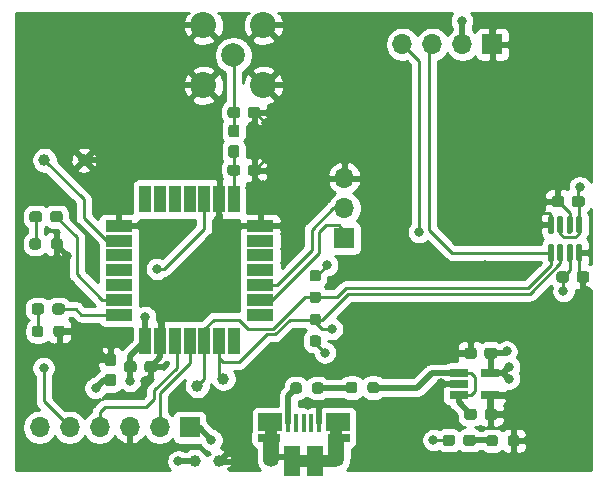
<source format=gbr>
%TF.GenerationSoftware,KiCad,Pcbnew,(5.1.10)-1*%
%TF.CreationDate,2022-03-06T21:17:49+00:00*%
%TF.ProjectId,main,6d61696e-2e6b-4696-9361-645f70636258,rev?*%
%TF.SameCoordinates,Original*%
%TF.FileFunction,Copper,L1,Top*%
%TF.FilePolarity,Positive*%
%FSLAX46Y46*%
G04 Gerber Fmt 4.6, Leading zero omitted, Abs format (unit mm)*
G04 Created by KiCad (PCBNEW (5.1.10)-1) date 2022-03-06 21:17:49*
%MOMM*%
%LPD*%
G01*
G04 APERTURE LIST*
%TA.AperFunction,SMDPad,CuDef*%
%ADD10R,1.430000X2.500000*%
%TD*%
%TA.AperFunction,ComponentPad*%
%ADD11O,1.350000X1.700000*%
%TD*%
%TA.AperFunction,ComponentPad*%
%ADD12O,1.100000X1.500000*%
%TD*%
%TA.AperFunction,SMDPad,CuDef*%
%ADD13R,0.400000X1.650000*%
%TD*%
%TA.AperFunction,SMDPad,CuDef*%
%ADD14R,2.000000X1.500000*%
%TD*%
%TA.AperFunction,SMDPad,CuDef*%
%ADD15R,1.825000X0.700000*%
%TD*%
%TA.AperFunction,SMDPad,CuDef*%
%ADD16R,1.350000X2.000000*%
%TD*%
%TA.AperFunction,SMDPad,CuDef*%
%ADD17C,1.000000*%
%TD*%
%TA.AperFunction,ComponentPad*%
%ADD18C,2.209800*%
%TD*%
%TA.AperFunction,ComponentPad*%
%ADD19C,2.006600*%
%TD*%
%TA.AperFunction,SMDPad,CuDef*%
%ADD20R,1.560000X0.650000*%
%TD*%
%TA.AperFunction,SMDPad,CuDef*%
%ADD21R,1.000000X2.300000*%
%TD*%
%TA.AperFunction,SMDPad,CuDef*%
%ADD22R,2.300000X1.000000*%
%TD*%
%TA.AperFunction,ComponentPad*%
%ADD23O,1.700000X1.700000*%
%TD*%
%TA.AperFunction,ComponentPad*%
%ADD24R,1.700000X1.700000*%
%TD*%
%TA.AperFunction,ViaPad*%
%ADD25C,0.800000*%
%TD*%
%TA.AperFunction,Conductor*%
%ADD26C,0.250000*%
%TD*%
%TA.AperFunction,Conductor*%
%ADD27C,0.500000*%
%TD*%
%TA.AperFunction,Conductor*%
%ADD28C,0.293370*%
%TD*%
%TA.AperFunction,Conductor*%
%ADD29C,1.000000*%
%TD*%
%TA.AperFunction,Conductor*%
%ADD30C,0.254000*%
%TD*%
%TA.AperFunction,Conductor*%
%ADD31C,0.100000*%
%TD*%
G04 APERTURE END LIST*
%TO.P,R2,2*%
%TO.N,I2C_SDA*%
%TA.AperFunction,SMDPad,CuDef*%
G36*
G01*
X170237500Y-132087500D02*
X169762500Y-132087500D01*
G75*
G02*
X169525000Y-131850000I0J237500D01*
G01*
X169525000Y-131350000D01*
G75*
G02*
X169762500Y-131112500I237500J0D01*
G01*
X170237500Y-131112500D01*
G75*
G02*
X170475000Y-131350000I0J-237500D01*
G01*
X170475000Y-131850000D01*
G75*
G02*
X170237500Y-132087500I-237500J0D01*
G01*
G37*
%TD.AperFunction*%
%TO.P,R2,1*%
%TO.N,+3V3*%
%TA.AperFunction,SMDPad,CuDef*%
G36*
G01*
X170237500Y-133912500D02*
X169762500Y-133912500D01*
G75*
G02*
X169525000Y-133675000I0J237500D01*
G01*
X169525000Y-133175000D01*
G75*
G02*
X169762500Y-132937500I237500J0D01*
G01*
X170237500Y-132937500D01*
G75*
G02*
X170475000Y-133175000I0J-237500D01*
G01*
X170475000Y-133675000D01*
G75*
G02*
X170237500Y-133912500I-237500J0D01*
G01*
G37*
%TD.AperFunction*%
%TD*%
D10*
%TO.P,USB_PWR1,6*%
%TO.N,Net-(USB_PWR1-Pad6)*%
X169965000Y-143545000D03*
X168045000Y-143545000D03*
D11*
X171735000Y-143275000D03*
X166275000Y-143275000D03*
D12*
X171425000Y-140275000D03*
X166585000Y-140275000D03*
D13*
%TO.P,USB_PWR1,5*%
%TO.N,GND*%
X170305000Y-140395000D03*
%TO.P,USB_PWR1,4*%
%TO.N,N/C*%
X169655000Y-140395000D03*
%TO.P,USB_PWR1,3*%
X169005000Y-140395000D03*
%TO.P,USB_PWR1,2*%
X168355000Y-140395000D03*
%TO.P,USB_PWR1,1*%
%TO.N,VDD*%
X167705000Y-140395000D03*
D14*
%TO.P,USB_PWR1,6*%
%TO.N,Net-(USB_PWR1-Pad6)*%
X171905000Y-140275000D03*
X166155000Y-140295000D03*
D15*
X172005000Y-141595000D03*
X166055000Y-141595000D03*
D16*
X166275000Y-142345000D03*
X171755000Y-142345000D03*
%TD*%
%TO.P,U2,8*%
%TO.N,+3V3*%
%TA.AperFunction,SMDPad,CuDef*%
G36*
G01*
X192600000Y-122947500D02*
X192600000Y-124197500D01*
G75*
G02*
X192475000Y-124322500I-125000J0D01*
G01*
X192225000Y-124322500D01*
G75*
G02*
X192100000Y-124197500I0J125000D01*
G01*
X192100000Y-122947500D01*
G75*
G02*
X192225000Y-122822500I125000J0D01*
G01*
X192475000Y-122822500D01*
G75*
G02*
X192600000Y-122947500I0J-125000D01*
G01*
G37*
%TD.AperFunction*%
%TO.P,U2,7*%
%TO.N,GND*%
%TA.AperFunction,SMDPad,CuDef*%
G36*
G01*
X191800000Y-122947500D02*
X191800000Y-124197500D01*
G75*
G02*
X191675000Y-124322500I-125000J0D01*
G01*
X191425000Y-124322500D01*
G75*
G02*
X191300000Y-124197500I0J125000D01*
G01*
X191300000Y-122947500D01*
G75*
G02*
X191425000Y-122822500I125000J0D01*
G01*
X191675000Y-122822500D01*
G75*
G02*
X191800000Y-122947500I0J-125000D01*
G01*
G37*
%TD.AperFunction*%
%TO.P,U2,6*%
%TO.N,+3V3*%
%TA.AperFunction,SMDPad,CuDef*%
G36*
G01*
X191000000Y-122947500D02*
X191000000Y-124197500D01*
G75*
G02*
X190875000Y-124322500I-125000J0D01*
G01*
X190625000Y-124322500D01*
G75*
G02*
X190500000Y-124197500I0J125000D01*
G01*
X190500000Y-122947500D01*
G75*
G02*
X190625000Y-122822500I125000J0D01*
G01*
X190875000Y-122822500D01*
G75*
G02*
X191000000Y-122947500I0J-125000D01*
G01*
G37*
%TD.AperFunction*%
%TO.P,U2,5*%
%TO.N,GND*%
%TA.AperFunction,SMDPad,CuDef*%
G36*
G01*
X190200000Y-122947500D02*
X190200000Y-124197500D01*
G75*
G02*
X190075000Y-124322500I-125000J0D01*
G01*
X189825000Y-124322500D01*
G75*
G02*
X189700000Y-124197500I0J125000D01*
G01*
X189700000Y-122947500D01*
G75*
G02*
X189825000Y-122822500I125000J0D01*
G01*
X190075000Y-122822500D01*
G75*
G02*
X190200000Y-122947500I0J-125000D01*
G01*
G37*
%TD.AperFunction*%
%TO.P,U2,4*%
%TO.N,I2C_SCL*%
%TA.AperFunction,SMDPad,CuDef*%
G36*
G01*
X190200000Y-125322500D02*
X190200000Y-126572500D01*
G75*
G02*
X190075000Y-126697500I-125000J0D01*
G01*
X189825000Y-126697500D01*
G75*
G02*
X189700000Y-126572500I0J125000D01*
G01*
X189700000Y-125322500D01*
G75*
G02*
X189825000Y-125197500I125000J0D01*
G01*
X190075000Y-125197500D01*
G75*
G02*
X190200000Y-125322500I0J-125000D01*
G01*
G37*
%TD.AperFunction*%
%TO.P,U2,3*%
%TO.N,I2C_SDA*%
%TA.AperFunction,SMDPad,CuDef*%
G36*
G01*
X191000000Y-125322500D02*
X191000000Y-126572500D01*
G75*
G02*
X190875000Y-126697500I-125000J0D01*
G01*
X190625000Y-126697500D01*
G75*
G02*
X190500000Y-126572500I0J125000D01*
G01*
X190500000Y-125322500D01*
G75*
G02*
X190625000Y-125197500I125000J0D01*
G01*
X190875000Y-125197500D01*
G75*
G02*
X191000000Y-125322500I0J-125000D01*
G01*
G37*
%TD.AperFunction*%
%TO.P,U2,2*%
%TO.N,+3V3*%
%TA.AperFunction,SMDPad,CuDef*%
G36*
G01*
X191800000Y-125322500D02*
X191800000Y-126572500D01*
G75*
G02*
X191675000Y-126697500I-125000J0D01*
G01*
X191425000Y-126697500D01*
G75*
G02*
X191300000Y-126572500I0J125000D01*
G01*
X191300000Y-125322500D01*
G75*
G02*
X191425000Y-125197500I125000J0D01*
G01*
X191675000Y-125197500D01*
G75*
G02*
X191800000Y-125322500I0J-125000D01*
G01*
G37*
%TD.AperFunction*%
%TO.P,U2,1*%
%TO.N,GND*%
%TA.AperFunction,SMDPad,CuDef*%
G36*
G01*
X192600000Y-125322500D02*
X192600000Y-126572500D01*
G75*
G02*
X192475000Y-126697500I-125000J0D01*
G01*
X192225000Y-126697500D01*
G75*
G02*
X192100000Y-126572500I0J125000D01*
G01*
X192100000Y-125322500D01*
G75*
G02*
X192225000Y-125197500I125000J0D01*
G01*
X192475000Y-125197500D01*
G75*
G02*
X192600000Y-125322500I0J-125000D01*
G01*
G37*
%TD.AperFunction*%
%TD*%
D17*
%TO.P,GND2,1*%
%TO.N,GND*%
X161825000Y-143600000D03*
%TD*%
%TO.P,L1,2*%
%TO.N,Net-(C8-Pad1)*%
%TA.AperFunction,SMDPad,CuDef*%
G36*
G01*
X163337500Y-116172500D02*
X162862500Y-116172500D01*
G75*
G02*
X162625000Y-115935000I0J237500D01*
G01*
X162625000Y-115335000D01*
G75*
G02*
X162862500Y-115097500I237500J0D01*
G01*
X163337500Y-115097500D01*
G75*
G02*
X163575000Y-115335000I0J-237500D01*
G01*
X163575000Y-115935000D01*
G75*
G02*
X163337500Y-116172500I-237500J0D01*
G01*
G37*
%TD.AperFunction*%
%TO.P,L1,1*%
%TO.N,RF_ANTENNA*%
%TA.AperFunction,SMDPad,CuDef*%
G36*
G01*
X163337500Y-117897500D02*
X162862500Y-117897500D01*
G75*
G02*
X162625000Y-117660000I0J237500D01*
G01*
X162625000Y-117060000D01*
G75*
G02*
X162862500Y-116822500I237500J0D01*
G01*
X163337500Y-116822500D01*
G75*
G02*
X163575000Y-117060000I0J-237500D01*
G01*
X163575000Y-117660000D01*
G75*
G02*
X163337500Y-117897500I-237500J0D01*
G01*
G37*
%TD.AperFunction*%
%TD*%
%TO.P,C8,2*%
%TO.N,GND*%
%TA.AperFunction,SMDPad,CuDef*%
G36*
G01*
X164287500Y-114312500D02*
X164287500Y-113837500D01*
G75*
G02*
X164525000Y-113600000I237500J0D01*
G01*
X165125000Y-113600000D01*
G75*
G02*
X165362500Y-113837500I0J-237500D01*
G01*
X165362500Y-114312500D01*
G75*
G02*
X165125000Y-114550000I-237500J0D01*
G01*
X164525000Y-114550000D01*
G75*
G02*
X164287500Y-114312500I0J237500D01*
G01*
G37*
%TD.AperFunction*%
%TO.P,C8,1*%
%TO.N,Net-(C8-Pad1)*%
%TA.AperFunction,SMDPad,CuDef*%
G36*
G01*
X162562500Y-114312500D02*
X162562500Y-113837500D01*
G75*
G02*
X162800000Y-113600000I237500J0D01*
G01*
X163400000Y-113600000D01*
G75*
G02*
X163637500Y-113837500I0J-237500D01*
G01*
X163637500Y-114312500D01*
G75*
G02*
X163400000Y-114550000I-237500J0D01*
G01*
X162800000Y-114550000D01*
G75*
G02*
X162562500Y-114312500I0J237500D01*
G01*
G37*
%TD.AperFunction*%
%TD*%
%TO.P,C7,2*%
%TO.N,GND*%
%TA.AperFunction,SMDPad,CuDef*%
G36*
G01*
X164287500Y-119187500D02*
X164287500Y-118712500D01*
G75*
G02*
X164525000Y-118475000I237500J0D01*
G01*
X165125000Y-118475000D01*
G75*
G02*
X165362500Y-118712500I0J-237500D01*
G01*
X165362500Y-119187500D01*
G75*
G02*
X165125000Y-119425000I-237500J0D01*
G01*
X164525000Y-119425000D01*
G75*
G02*
X164287500Y-119187500I0J237500D01*
G01*
G37*
%TD.AperFunction*%
%TO.P,C7,1*%
%TO.N,RF_ANTENNA*%
%TA.AperFunction,SMDPad,CuDef*%
G36*
G01*
X162562500Y-119187500D02*
X162562500Y-118712500D01*
G75*
G02*
X162800000Y-118475000I237500J0D01*
G01*
X163400000Y-118475000D01*
G75*
G02*
X163637500Y-118712500I0J-237500D01*
G01*
X163637500Y-119187500D01*
G75*
G02*
X163400000Y-119425000I-237500J0D01*
G01*
X162800000Y-119425000D01*
G75*
G02*
X162562500Y-119187500I0J237500D01*
G01*
G37*
%TD.AperFunction*%
%TD*%
D18*
%TO.P,J2,5*%
%TO.N,GND*%
X165610000Y-106690000D03*
%TO.P,J2,4*%
X165610000Y-111770000D03*
%TO.P,J2,3*%
X160530000Y-111770000D03*
%TO.P,J2,2*%
X160530000Y-106690000D03*
D19*
%TO.P,J2,1*%
%TO.N,Net-(C8-Pad1)*%
X163070000Y-109230000D03*
%TD*%
D20*
%TO.P,U3,5*%
%TO.N,+3V3*%
X184830000Y-136110000D03*
%TO.P,U3,4*%
%TO.N,GND*%
X184830000Y-138010000D03*
%TO.P,U3,3*%
%TO.N,Net-(C5-Pad2)*%
X182130000Y-138010000D03*
%TO.P,U3,2*%
%TO.N,GND*%
X182130000Y-137060000D03*
%TO.P,U3,1*%
%TO.N,Net-(C5-Pad2)*%
X182130000Y-136110000D03*
%TD*%
D21*
%TO.P,U1,4*%
%TO.N,SWCLK*%
X159350000Y-133425000D03*
%TO.P,U1,3*%
%TO.N,SWDIO*%
X158100000Y-133425000D03*
%TO.P,U1,2*%
%TO.N,GND*%
X156850000Y-133425000D03*
%TO.P,U1,1*%
%TO.N,+3V3*%
X155600000Y-133425000D03*
%TO.P,U1,5*%
%TO.N,I2C_SCL*%
X160600000Y-133425000D03*
%TO.P,U1,6*%
%TO.N,I2C_SDA*%
X161850000Y-133425000D03*
%TO.P,U1,7*%
%TO.N,N/C*%
X163100000Y-133425000D03*
D22*
%TO.P,U1,11*%
X165350000Y-127425000D03*
%TO.P,U1,10*%
%TO.N,UART1_TX*%
X165350000Y-128675000D03*
%TO.P,U1,9*%
%TO.N,UART1_RX*%
X165350000Y-129925000D03*
%TO.P,U1,8*%
%TO.N,N/C*%
X165350000Y-131175000D03*
%TO.P,U1,12*%
X165350000Y-126175000D03*
%TO.P,U1,13*%
X165350000Y-124925000D03*
%TO.P,U1,14*%
%TO.N,GND*%
X165350000Y-123675000D03*
D21*
%TO.P,U1,18*%
%TO.N,N/C*%
X159350000Y-121425000D03*
%TO.P,U1,17*%
%TO.N,RST*%
X160600000Y-121425000D03*
%TO.P,U1,16*%
%TO.N,GND*%
X161850000Y-121425000D03*
%TO.P,U1,15*%
%TO.N,RF_ANTENNA*%
X163100000Y-121425000D03*
%TO.P,U1,19*%
%TO.N,N/C*%
X158100000Y-121425000D03*
%TO.P,U1,20*%
X156850000Y-121425000D03*
%TO.P,U1,21*%
X155600000Y-121425000D03*
D22*
%TO.P,U1,25*%
X153350000Y-127425000D03*
%TO.P,U1,24*%
X153350000Y-126175000D03*
%TO.P,U1,23*%
%TO.N,FT*%
X153350000Y-124925000D03*
%TO.P,U1,22*%
%TO.N,GND*%
X153350000Y-123675000D03*
%TO.P,U1,26*%
%TO.N,N/C*%
X153350000Y-128675000D03*
%TO.P,U1,27*%
%TO.N,HEARTBEAT_LED*%
X153350000Y-129925000D03*
%TO.P,U1,28*%
%TO.N,LED_ALERT*%
X153350000Y-131175000D03*
%TD*%
D17*
%TO.P,SDA1,1*%
%TO.N,I2C_SDA*%
X162200000Y-136600000D03*
%TD*%
%TO.P,SCL1,1*%
%TO.N,I2C_SCL*%
X160000000Y-137200000D03*
%TD*%
%TO.P,R5,2*%
%TO.N,Net-(3V1-Pad1)*%
%TA.AperFunction,SMDPad,CuDef*%
G36*
G01*
X185455000Y-141622500D02*
X185455000Y-142097500D01*
G75*
G02*
X185217500Y-142335000I-237500J0D01*
G01*
X184717500Y-142335000D01*
G75*
G02*
X184480000Y-142097500I0J237500D01*
G01*
X184480000Y-141622500D01*
G75*
G02*
X184717500Y-141385000I237500J0D01*
G01*
X185217500Y-141385000D01*
G75*
G02*
X185455000Y-141622500I0J-237500D01*
G01*
G37*
%TD.AperFunction*%
%TO.P,R5,1*%
%TO.N,GND*%
%TA.AperFunction,SMDPad,CuDef*%
G36*
G01*
X187280000Y-141622500D02*
X187280000Y-142097500D01*
G75*
G02*
X187042500Y-142335000I-237500J0D01*
G01*
X186542500Y-142335000D01*
G75*
G02*
X186305000Y-142097500I0J237500D01*
G01*
X186305000Y-141622500D01*
G75*
G02*
X186542500Y-141385000I237500J0D01*
G01*
X187042500Y-141385000D01*
G75*
G02*
X187280000Y-141622500I0J-237500D01*
G01*
G37*
%TD.AperFunction*%
%TD*%
%TO.P,R4,2*%
%TO.N,Net-(ALERT1-Pad1)*%
%TA.AperFunction,SMDPad,CuDef*%
G36*
G01*
X146975000Y-132362500D02*
X146975000Y-132837500D01*
G75*
G02*
X146737500Y-133075000I-237500J0D01*
G01*
X146237500Y-133075000D01*
G75*
G02*
X146000000Y-132837500I0J237500D01*
G01*
X146000000Y-132362500D01*
G75*
G02*
X146237500Y-132125000I237500J0D01*
G01*
X146737500Y-132125000D01*
G75*
G02*
X146975000Y-132362500I0J-237500D01*
G01*
G37*
%TD.AperFunction*%
%TO.P,R4,1*%
%TO.N,GND*%
%TA.AperFunction,SMDPad,CuDef*%
G36*
G01*
X148800000Y-132362500D02*
X148800000Y-132837500D01*
G75*
G02*
X148562500Y-133075000I-237500J0D01*
G01*
X148062500Y-133075000D01*
G75*
G02*
X147825000Y-132837500I0J237500D01*
G01*
X147825000Y-132362500D01*
G75*
G02*
X148062500Y-132125000I237500J0D01*
G01*
X148562500Y-132125000D01*
G75*
G02*
X148800000Y-132362500I0J-237500D01*
G01*
G37*
%TD.AperFunction*%
%TD*%
%TO.P,R3,2*%
%TO.N,Net-(HB1-Pad1)*%
%TA.AperFunction,SMDPad,CuDef*%
G36*
G01*
X146775000Y-124962500D02*
X146775000Y-125437500D01*
G75*
G02*
X146537500Y-125675000I-237500J0D01*
G01*
X146037500Y-125675000D01*
G75*
G02*
X145800000Y-125437500I0J237500D01*
G01*
X145800000Y-124962500D01*
G75*
G02*
X146037500Y-124725000I237500J0D01*
G01*
X146537500Y-124725000D01*
G75*
G02*
X146775000Y-124962500I0J-237500D01*
G01*
G37*
%TD.AperFunction*%
%TO.P,R3,1*%
%TO.N,GND*%
%TA.AperFunction,SMDPad,CuDef*%
G36*
G01*
X148600000Y-124962500D02*
X148600000Y-125437500D01*
G75*
G02*
X148362500Y-125675000I-237500J0D01*
G01*
X147862500Y-125675000D01*
G75*
G02*
X147625000Y-125437500I0J237500D01*
G01*
X147625000Y-124962500D01*
G75*
G02*
X147862500Y-124725000I237500J0D01*
G01*
X148362500Y-124725000D01*
G75*
G02*
X148600000Y-124962500I0J-237500D01*
G01*
G37*
%TD.AperFunction*%
%TD*%
%TO.P,R1,2*%
%TO.N,I2C_SCL*%
%TA.AperFunction,SMDPad,CuDef*%
G36*
G01*
X169762500Y-129225000D02*
X170237500Y-129225000D01*
G75*
G02*
X170475000Y-129462500I0J-237500D01*
G01*
X170475000Y-129962500D01*
G75*
G02*
X170237500Y-130200000I-237500J0D01*
G01*
X169762500Y-130200000D01*
G75*
G02*
X169525000Y-129962500I0J237500D01*
G01*
X169525000Y-129462500D01*
G75*
G02*
X169762500Y-129225000I237500J0D01*
G01*
G37*
%TD.AperFunction*%
%TO.P,R1,1*%
%TO.N,+3V3*%
%TA.AperFunction,SMDPad,CuDef*%
G36*
G01*
X169762500Y-127400000D02*
X170237500Y-127400000D01*
G75*
G02*
X170475000Y-127637500I0J-237500D01*
G01*
X170475000Y-128137500D01*
G75*
G02*
X170237500Y-128375000I-237500J0D01*
G01*
X169762500Y-128375000D01*
G75*
G02*
X169525000Y-128137500I0J237500D01*
G01*
X169525000Y-127637500D01*
G75*
G02*
X169762500Y-127400000I237500J0D01*
G01*
G37*
%TD.AperFunction*%
%TD*%
D23*
%TO.P,J6,4*%
%TO.N,I2C_SDA*%
X177380000Y-108300000D03*
%TO.P,J6,3*%
%TO.N,I2C_SCL*%
X179920000Y-108300000D03*
%TO.P,J6,2*%
%TO.N,+3V3*%
X182460000Y-108300000D03*
D24*
%TO.P,J6,1*%
%TO.N,GND*%
X185000000Y-108300000D03*
%TD*%
D23*
%TO.P,J4,3*%
%TO.N,GND*%
X172466000Y-119634000D03*
%TO.P,J4,2*%
%TO.N,UART1_TX*%
X172466000Y-122174000D03*
D24*
%TO.P,J4,1*%
%TO.N,UART1_RX*%
X172466000Y-124714000D03*
%TD*%
D23*
%TO.P,J1,6*%
%TO.N,N/C*%
X146655000Y-140725000D03*
%TO.P,J1,5*%
%TO.N,RST*%
X149195000Y-140725000D03*
%TO.P,J1,4*%
%TO.N,SWDIO*%
X151735000Y-140725000D03*
%TO.P,J1,3*%
%TO.N,GND*%
X154275000Y-140725000D03*
%TO.P,J1,2*%
%TO.N,SWCLK*%
X156815000Y-140725000D03*
D24*
%TO.P,J1,1*%
%TO.N,+3V3*%
X159355000Y-140725000D03*
%TD*%
%TO.P,HB1,2*%
%TO.N,HEARTBEAT_LED*%
%TA.AperFunction,SMDPad,CuDef*%
G36*
G01*
X147550000Y-123137500D02*
X147550000Y-122662500D01*
G75*
G02*
X147787500Y-122425000I237500J0D01*
G01*
X148362500Y-122425000D01*
G75*
G02*
X148600000Y-122662500I0J-237500D01*
G01*
X148600000Y-123137500D01*
G75*
G02*
X148362500Y-123375000I-237500J0D01*
G01*
X147787500Y-123375000D01*
G75*
G02*
X147550000Y-123137500I0J237500D01*
G01*
G37*
%TD.AperFunction*%
%TO.P,HB1,1*%
%TO.N,Net-(HB1-Pad1)*%
%TA.AperFunction,SMDPad,CuDef*%
G36*
G01*
X145800000Y-123137500D02*
X145800000Y-122662500D01*
G75*
G02*
X146037500Y-122425000I237500J0D01*
G01*
X146612500Y-122425000D01*
G75*
G02*
X146850000Y-122662500I0J-237500D01*
G01*
X146850000Y-123137500D01*
G75*
G02*
X146612500Y-123375000I-237500J0D01*
G01*
X146037500Y-123375000D01*
G75*
G02*
X145800000Y-123137500I0J237500D01*
G01*
G37*
%TD.AperFunction*%
%TD*%
D17*
%TO.P,GND1,1*%
%TO.N,GND*%
X150406000Y-118110000D03*
%TD*%
%TO.P,FT1,1*%
%TO.N,FT*%
X147066000Y-118100000D03*
%TD*%
%TO.P,FB1,2*%
%TO.N,Net-(F1-Pad1)*%
%TA.AperFunction,SMDPad,CuDef*%
G36*
G01*
X173565000Y-137122500D02*
X173565000Y-137597500D01*
G75*
G02*
X173327500Y-137835000I-237500J0D01*
G01*
X172827500Y-137835000D01*
G75*
G02*
X172590000Y-137597500I0J237500D01*
G01*
X172590000Y-137122500D01*
G75*
G02*
X172827500Y-136885000I237500J0D01*
G01*
X173327500Y-136885000D01*
G75*
G02*
X173565000Y-137122500I0J-237500D01*
G01*
G37*
%TD.AperFunction*%
%TO.P,FB1,1*%
%TO.N,Net-(C5-Pad2)*%
%TA.AperFunction,SMDPad,CuDef*%
G36*
G01*
X175390000Y-137122500D02*
X175390000Y-137597500D01*
G75*
G02*
X175152500Y-137835000I-237500J0D01*
G01*
X174652500Y-137835000D01*
G75*
G02*
X174415000Y-137597500I0J237500D01*
G01*
X174415000Y-137122500D01*
G75*
G02*
X174652500Y-136885000I237500J0D01*
G01*
X175152500Y-136885000D01*
G75*
G02*
X175390000Y-137122500I0J-237500D01*
G01*
G37*
%TD.AperFunction*%
%TD*%
%TO.P,F1,2*%
%TO.N,VDD*%
%TA.AperFunction,SMDPad,CuDef*%
G36*
G01*
X168855000Y-137162500D02*
X168855000Y-137637500D01*
G75*
G02*
X168617500Y-137875000I-237500J0D01*
G01*
X168117500Y-137875000D01*
G75*
G02*
X167880000Y-137637500I0J237500D01*
G01*
X167880000Y-137162500D01*
G75*
G02*
X168117500Y-136925000I237500J0D01*
G01*
X168617500Y-136925000D01*
G75*
G02*
X168855000Y-137162500I0J-237500D01*
G01*
G37*
%TD.AperFunction*%
%TO.P,F1,1*%
%TO.N,Net-(F1-Pad1)*%
%TA.AperFunction,SMDPad,CuDef*%
G36*
G01*
X170680000Y-137162500D02*
X170680000Y-137637500D01*
G75*
G02*
X170442500Y-137875000I-237500J0D01*
G01*
X169942500Y-137875000D01*
G75*
G02*
X169705000Y-137637500I0J237500D01*
G01*
X169705000Y-137162500D01*
G75*
G02*
X169942500Y-136925000I237500J0D01*
G01*
X170442500Y-136925000D01*
G75*
G02*
X170680000Y-137162500I0J-237500D01*
G01*
G37*
%TD.AperFunction*%
%TD*%
%TO.P,C6,2*%
%TO.N,+3V3*%
%TA.AperFunction,SMDPad,CuDef*%
G36*
G01*
X184322500Y-134697500D02*
X184322500Y-134222500D01*
G75*
G02*
X184560000Y-133985000I237500J0D01*
G01*
X185160000Y-133985000D01*
G75*
G02*
X185397500Y-134222500I0J-237500D01*
G01*
X185397500Y-134697500D01*
G75*
G02*
X185160000Y-134935000I-237500J0D01*
G01*
X184560000Y-134935000D01*
G75*
G02*
X184322500Y-134697500I0J237500D01*
G01*
G37*
%TD.AperFunction*%
%TO.P,C6,1*%
%TO.N,GND*%
%TA.AperFunction,SMDPad,CuDef*%
G36*
G01*
X182597500Y-134697500D02*
X182597500Y-134222500D01*
G75*
G02*
X182835000Y-133985000I237500J0D01*
G01*
X183435000Y-133985000D01*
G75*
G02*
X183672500Y-134222500I0J-237500D01*
G01*
X183672500Y-134697500D01*
G75*
G02*
X183435000Y-134935000I-237500J0D01*
G01*
X182835000Y-134935000D01*
G75*
G02*
X182597500Y-134697500I0J237500D01*
G01*
G37*
%TD.AperFunction*%
%TD*%
%TO.P,C5,2*%
%TO.N,Net-(C5-Pad2)*%
%TA.AperFunction,SMDPad,CuDef*%
G36*
G01*
X183675000Y-139392500D02*
X183675000Y-139867500D01*
G75*
G02*
X183437500Y-140105000I-237500J0D01*
G01*
X182837500Y-140105000D01*
G75*
G02*
X182600000Y-139867500I0J237500D01*
G01*
X182600000Y-139392500D01*
G75*
G02*
X182837500Y-139155000I237500J0D01*
G01*
X183437500Y-139155000D01*
G75*
G02*
X183675000Y-139392500I0J-237500D01*
G01*
G37*
%TD.AperFunction*%
%TO.P,C5,1*%
%TO.N,GND*%
%TA.AperFunction,SMDPad,CuDef*%
G36*
G01*
X185400000Y-139392500D02*
X185400000Y-139867500D01*
G75*
G02*
X185162500Y-140105000I-237500J0D01*
G01*
X184562500Y-140105000D01*
G75*
G02*
X184325000Y-139867500I0J237500D01*
G01*
X184325000Y-139392500D01*
G75*
G02*
X184562500Y-139155000I237500J0D01*
G01*
X185162500Y-139155000D01*
G75*
G02*
X185400000Y-139392500I0J-237500D01*
G01*
G37*
%TD.AperFunction*%
%TD*%
%TO.P,C4,2*%
%TO.N,GND*%
%TA.AperFunction,SMDPad,CuDef*%
G36*
G01*
X191075000Y-121362500D02*
X191075000Y-121837500D01*
G75*
G02*
X190837500Y-122075000I-237500J0D01*
G01*
X190237500Y-122075000D01*
G75*
G02*
X190000000Y-121837500I0J237500D01*
G01*
X190000000Y-121362500D01*
G75*
G02*
X190237500Y-121125000I237500J0D01*
G01*
X190837500Y-121125000D01*
G75*
G02*
X191075000Y-121362500I0J-237500D01*
G01*
G37*
%TD.AperFunction*%
%TO.P,C4,1*%
%TO.N,+3V3*%
%TA.AperFunction,SMDPad,CuDef*%
G36*
G01*
X192800000Y-121362500D02*
X192800000Y-121837500D01*
G75*
G02*
X192562500Y-122075000I-237500J0D01*
G01*
X191962500Y-122075000D01*
G75*
G02*
X191725000Y-121837500I0J237500D01*
G01*
X191725000Y-121362500D01*
G75*
G02*
X191962500Y-121125000I237500J0D01*
G01*
X192562500Y-121125000D01*
G75*
G02*
X192800000Y-121362500I0J-237500D01*
G01*
G37*
%TD.AperFunction*%
%TD*%
%TO.P,C3,2*%
%TO.N,GND*%
%TA.AperFunction,SMDPad,CuDef*%
G36*
G01*
X152900000Y-135537500D02*
X152425000Y-135537500D01*
G75*
G02*
X152187500Y-135300000I0J237500D01*
G01*
X152187500Y-134700000D01*
G75*
G02*
X152425000Y-134462500I237500J0D01*
G01*
X152900000Y-134462500D01*
G75*
G02*
X153137500Y-134700000I0J-237500D01*
G01*
X153137500Y-135300000D01*
G75*
G02*
X152900000Y-135537500I-237500J0D01*
G01*
G37*
%TD.AperFunction*%
%TO.P,C3,1*%
%TO.N,+3V3*%
%TA.AperFunction,SMDPad,CuDef*%
G36*
G01*
X152900000Y-137262500D02*
X152425000Y-137262500D01*
G75*
G02*
X152187500Y-137025000I0J237500D01*
G01*
X152187500Y-136425000D01*
G75*
G02*
X152425000Y-136187500I237500J0D01*
G01*
X152900000Y-136187500D01*
G75*
G02*
X153137500Y-136425000I0J-237500D01*
G01*
X153137500Y-137025000D01*
G75*
G02*
X152900000Y-137262500I-237500J0D01*
G01*
G37*
%TD.AperFunction*%
%TD*%
%TO.P,C2,2*%
%TO.N,GND*%
%TA.AperFunction,SMDPad,CuDef*%
G36*
G01*
X192125000Y-128237500D02*
X192125000Y-127762500D01*
G75*
G02*
X192362500Y-127525000I237500J0D01*
G01*
X192962500Y-127525000D01*
G75*
G02*
X193200000Y-127762500I0J-237500D01*
G01*
X193200000Y-128237500D01*
G75*
G02*
X192962500Y-128475000I-237500J0D01*
G01*
X192362500Y-128475000D01*
G75*
G02*
X192125000Y-128237500I0J237500D01*
G01*
G37*
%TD.AperFunction*%
%TO.P,C2,1*%
%TO.N,+3V3*%
%TA.AperFunction,SMDPad,CuDef*%
G36*
G01*
X190400000Y-128237500D02*
X190400000Y-127762500D01*
G75*
G02*
X190637500Y-127525000I237500J0D01*
G01*
X191237500Y-127525000D01*
G75*
G02*
X191475000Y-127762500I0J-237500D01*
G01*
X191475000Y-128237500D01*
G75*
G02*
X191237500Y-128475000I-237500J0D01*
G01*
X190637500Y-128475000D01*
G75*
G02*
X190400000Y-128237500I0J237500D01*
G01*
G37*
%TD.AperFunction*%
%TD*%
%TO.P,C1,2*%
%TO.N,GND*%
%TA.AperFunction,SMDPad,CuDef*%
G36*
G01*
X155525000Y-135837500D02*
X155525000Y-135362500D01*
G75*
G02*
X155762500Y-135125000I237500J0D01*
G01*
X156362500Y-135125000D01*
G75*
G02*
X156600000Y-135362500I0J-237500D01*
G01*
X156600000Y-135837500D01*
G75*
G02*
X156362500Y-136075000I-237500J0D01*
G01*
X155762500Y-136075000D01*
G75*
G02*
X155525000Y-135837500I0J237500D01*
G01*
G37*
%TD.AperFunction*%
%TO.P,C1,1*%
%TO.N,+3V3*%
%TA.AperFunction,SMDPad,CuDef*%
G36*
G01*
X153800000Y-135837500D02*
X153800000Y-135362500D01*
G75*
G02*
X154037500Y-135125000I237500J0D01*
G01*
X154637500Y-135125000D01*
G75*
G02*
X154875000Y-135362500I0J-237500D01*
G01*
X154875000Y-135837500D01*
G75*
G02*
X154637500Y-136075000I-237500J0D01*
G01*
X154037500Y-136075000D01*
G75*
G02*
X153800000Y-135837500I0J237500D01*
G01*
G37*
%TD.AperFunction*%
%TD*%
%TO.P,ALERT1,2*%
%TO.N,LED_ALERT*%
%TA.AperFunction,SMDPad,CuDef*%
G36*
G01*
X147740000Y-130937500D02*
X147740000Y-130462500D01*
G75*
G02*
X147977500Y-130225000I237500J0D01*
G01*
X148552500Y-130225000D01*
G75*
G02*
X148790000Y-130462500I0J-237500D01*
G01*
X148790000Y-130937500D01*
G75*
G02*
X148552500Y-131175000I-237500J0D01*
G01*
X147977500Y-131175000D01*
G75*
G02*
X147740000Y-130937500I0J237500D01*
G01*
G37*
%TD.AperFunction*%
%TO.P,ALERT1,1*%
%TO.N,Net-(ALERT1-Pad1)*%
%TA.AperFunction,SMDPad,CuDef*%
G36*
G01*
X145990000Y-130937500D02*
X145990000Y-130462500D01*
G75*
G02*
X146227500Y-130225000I237500J0D01*
G01*
X146802500Y-130225000D01*
G75*
G02*
X147040000Y-130462500I0J-237500D01*
G01*
X147040000Y-130937500D01*
G75*
G02*
X146802500Y-131175000I-237500J0D01*
G01*
X146227500Y-131175000D01*
G75*
G02*
X145990000Y-130937500I0J237500D01*
G01*
G37*
%TD.AperFunction*%
%TD*%
%TO.P,3V3_OUT1,1*%
%TO.N,+3V3*%
X159800000Y-143600000D03*
%TD*%
%TO.P,3V1,2*%
%TO.N,+3V3*%
%TA.AperFunction,SMDPad,CuDef*%
G36*
G01*
X181830000Y-141587500D02*
X181830000Y-142062500D01*
G75*
G02*
X181592500Y-142300000I-237500J0D01*
G01*
X181017500Y-142300000D01*
G75*
G02*
X180780000Y-142062500I0J237500D01*
G01*
X180780000Y-141587500D01*
G75*
G02*
X181017500Y-141350000I237500J0D01*
G01*
X181592500Y-141350000D01*
G75*
G02*
X181830000Y-141587500I0J-237500D01*
G01*
G37*
%TD.AperFunction*%
%TO.P,3V1,1*%
%TO.N,Net-(3V1-Pad1)*%
%TA.AperFunction,SMDPad,CuDef*%
G36*
G01*
X183580000Y-141587500D02*
X183580000Y-142062500D01*
G75*
G02*
X183342500Y-142300000I-237500J0D01*
G01*
X182767500Y-142300000D01*
G75*
G02*
X182530000Y-142062500I0J237500D01*
G01*
X182530000Y-141587500D01*
G75*
G02*
X182767500Y-141350000I237500J0D01*
G01*
X183342500Y-141350000D01*
G75*
G02*
X183580000Y-141587500I0J-237500D01*
G01*
G37*
%TD.AperFunction*%
%TD*%
D25*
%TO.N,GND*%
X193000000Y-129200000D03*
X188000000Y-141800000D03*
X186400000Y-138000000D03*
X186200000Y-139500000D03*
X181800000Y-134500000D03*
X180600000Y-137000000D03*
X149600000Y-132600000D03*
X149000000Y-126200000D03*
X155200000Y-123600000D03*
X151800000Y-118000000D03*
X163400000Y-123600000D03*
X161800000Y-123200000D03*
X157000000Y-131400000D03*
X163200000Y-143600000D03*
X170400000Y-138800000D03*
X169400000Y-138800000D03*
X188800000Y-123000000D03*
X189200000Y-121600000D03*
X155600000Y-136800000D03*
X174400000Y-119500000D03*
X184900000Y-106300000D03*
X167720000Y-111850000D03*
X168070000Y-106610000D03*
X158430000Y-106650000D03*
X158330000Y-111850000D03*
X164500000Y-120500000D03*
X161800000Y-119400000D03*
X161800000Y-118200000D03*
X161800000Y-117000000D03*
X161800000Y-115800000D03*
X161800000Y-114600000D03*
X161800000Y-113400000D03*
X165600000Y-120200000D03*
X166400000Y-119200000D03*
X165800000Y-118000000D03*
X164600000Y-117600000D03*
X164600000Y-116400000D03*
X164600000Y-115200000D03*
X165800000Y-115000000D03*
X166400000Y-114000000D03*
X191400000Y-137600000D03*
X190600000Y-141800000D03*
X189800000Y-135600000D03*
X189000000Y-132000000D03*
X192000000Y-134800000D03*
X179200000Y-133200000D03*
X186600000Y-120400000D03*
X191200000Y-114200000D03*
X183200000Y-115400000D03*
X191800000Y-107400000D03*
X189000000Y-110400000D03*
X173400000Y-113200000D03*
X170000000Y-115600000D03*
X177400000Y-113000000D03*
X150600000Y-113200000D03*
X155800000Y-115600000D03*
X147600000Y-110600000D03*
X151000000Y-107800000D03*
X159600000Y-129000000D03*
X161000000Y-129000000D03*
X162400000Y-129000000D03*
X163000000Y-127800000D03*
X162800000Y-126200000D03*
X162400000Y-125000000D03*
X161200000Y-125600000D03*
X161200000Y-127400000D03*
X157200000Y-129600000D03*
X159600000Y-130200000D03*
X161000000Y-130200000D03*
X162400000Y-130200000D03*
X157000000Y-124400000D03*
X158800000Y-124000000D03*
X158400000Y-128600000D03*
X158200000Y-130600000D03*
X155600000Y-129800000D03*
X168800000Y-121400000D03*
X167000000Y-122400000D03*
X169400000Y-119200000D03*
X177000000Y-125000000D03*
X174200000Y-127000000D03*
X188000000Y-133200000D03*
X177000000Y-142200000D03*
X179200000Y-139800000D03*
X164200000Y-139000000D03*
X163600000Y-141400000D03*
X162400000Y-138800000D03*
X151200000Y-143400000D03*
X146200000Y-143800000D03*
X145600000Y-137800000D03*
X148400000Y-137800000D03*
X151600000Y-134200000D03*
X151200000Y-125600000D03*
X145800000Y-127200000D03*
X146200000Y-119600000D03*
X154600000Y-118400000D03*
X178000000Y-135400000D03*
X174600000Y-108000000D03*
X158400000Y-138000000D03*
X182000000Y-127600000D03*
X184400000Y-127000000D03*
X176000000Y-127200000D03*
X187400000Y-127200000D03*
X176600000Y-119600000D03*
X182800000Y-120000000D03*
X186800000Y-113600000D03*
X154200000Y-143000000D03*
%TO.N,+3V3*%
X186200000Y-134300000D03*
X154300000Y-136800000D03*
X182400000Y-106300000D03*
X171000000Y-127000000D03*
X170800000Y-134400000D03*
X151400000Y-137400000D03*
X191000000Y-129200000D03*
X192400000Y-120400000D03*
X161200000Y-141800000D03*
X158400000Y-143600000D03*
X155600000Y-131400000D03*
X186400000Y-136600000D03*
X186400000Y-135600000D03*
X180000000Y-141800000D03*
%TO.N,I2C_SDA*%
X171400000Y-132400000D03*
X178800000Y-124200000D03*
%TO.N,RST*%
X156600000Y-127300000D03*
X147000000Y-135700000D03*
%TD*%
D26*
%TO.N,GND*%
X187940000Y-141860000D02*
X188000000Y-141800000D01*
X186792500Y-141860000D02*
X187940000Y-141860000D01*
D27*
X180660000Y-137060000D02*
X180600000Y-137000000D01*
X182130000Y-137060000D02*
X180660000Y-137060000D01*
X186390000Y-138010000D02*
X186400000Y-138000000D01*
X184830000Y-138010000D02*
X186390000Y-138010000D01*
X186070000Y-139630000D02*
X186200000Y-139500000D01*
X184862500Y-139630000D02*
X186070000Y-139630000D01*
X181840000Y-134460000D02*
X181800000Y-134500000D01*
X183135000Y-134460000D02*
X181840000Y-134460000D01*
X148312500Y-132600000D02*
X149600000Y-132600000D01*
X148112500Y-125312500D02*
X149000000Y-126200000D01*
X148112500Y-125200000D02*
X148112500Y-125312500D01*
X155125000Y-123675000D02*
X155200000Y-123600000D01*
X153350000Y-123675000D02*
X155125000Y-123675000D01*
X151690000Y-118110000D02*
X151800000Y-118000000D01*
X150406000Y-118110000D02*
X151690000Y-118110000D01*
X163475000Y-123675000D02*
X163400000Y-123600000D01*
X165350000Y-123675000D02*
X163475000Y-123675000D01*
X161850000Y-123150000D02*
X161800000Y-123200000D01*
X161850000Y-121425000D02*
X161850000Y-123150000D01*
X157000000Y-133275000D02*
X156850000Y-133425000D01*
X157000000Y-131400000D02*
X157000000Y-133275000D01*
X163175000Y-143625000D02*
X163200000Y-143600000D01*
X161825000Y-143625000D02*
X163175000Y-143625000D01*
X170305000Y-138895000D02*
X170400000Y-138800000D01*
X170305000Y-140395000D02*
X170305000Y-138895000D01*
X170400000Y-138800000D02*
X169400000Y-138800000D01*
D26*
X189950000Y-123572500D02*
X189950000Y-122750000D01*
X189950000Y-122750000D02*
X189800000Y-122600000D01*
X189199999Y-122600001D02*
X188800000Y-123000000D01*
X189800000Y-122600000D02*
X189199999Y-122600001D01*
X191550000Y-122612500D02*
X190537500Y-121600000D01*
X191550000Y-123572500D02*
X191550000Y-122612500D01*
X192350000Y-127687500D02*
X192662500Y-128000000D01*
X192350000Y-125947500D02*
X192350000Y-127687500D01*
X190537500Y-121600000D02*
X189200000Y-121600000D01*
D27*
X156850000Y-134812500D02*
X156062500Y-135600000D01*
X156850000Y-133425000D02*
X156850000Y-134812500D01*
X156062500Y-136337500D02*
X155600000Y-136800000D01*
X156062500Y-135600000D02*
X156062500Y-136337500D01*
D26*
X174266000Y-119634000D02*
X174400000Y-119500000D01*
X172466000Y-119634000D02*
X174266000Y-119634000D01*
D27*
X185000000Y-106400000D02*
X184900000Y-106300000D01*
X185000000Y-108300000D02*
X185000000Y-106400000D01*
X184830000Y-139597500D02*
X184862500Y-139630000D01*
X184830000Y-138010000D02*
X184830000Y-139597500D01*
X158410000Y-111770000D02*
X158330000Y-111850000D01*
X160530000Y-111770000D02*
X158410000Y-111770000D01*
X158470000Y-106690000D02*
X158430000Y-106650000D01*
X160530000Y-106690000D02*
X158470000Y-106690000D01*
X167990000Y-106690000D02*
X168070000Y-106610000D01*
X165610000Y-106690000D02*
X167990000Y-106690000D01*
X167640000Y-111770000D02*
X167720000Y-111850000D01*
X165610000Y-111770000D02*
X167640000Y-111770000D01*
X152400000Y-135000000D02*
X151600000Y-134200000D01*
X152662500Y-135000000D02*
X152400000Y-135000000D01*
D26*
X192662500Y-128000000D02*
X192600000Y-128000000D01*
X192600001Y-128800001D02*
X193000000Y-129200000D01*
X192600000Y-128000000D02*
X192600001Y-128800001D01*
X154275000Y-142925000D02*
X154200000Y-143000000D01*
X154275000Y-140725000D02*
X154275000Y-142925000D01*
X164825000Y-119425000D02*
X165600000Y-120200000D01*
X164825000Y-118950000D02*
X164825000Y-119425000D01*
X166150000Y-118950000D02*
X166400000Y-119200000D01*
X164825000Y-118950000D02*
X166150000Y-118950000D01*
X164850000Y-118950000D02*
X165800000Y-118000000D01*
X164825000Y-118950000D02*
X164850000Y-118950000D01*
X164825000Y-114975000D02*
X164600000Y-115200000D01*
X164825000Y-114075000D02*
X164825000Y-114975000D01*
X164875000Y-114075000D02*
X165800000Y-115000000D01*
X164825000Y-114075000D02*
X164875000Y-114075000D01*
X166325000Y-114075000D02*
X166400000Y-114000000D01*
X164825000Y-114075000D02*
X166325000Y-114075000D01*
D27*
%TO.N,+3V3*%
X190780000Y-127950000D02*
X190650000Y-127950000D01*
D26*
X180025000Y-141825000D02*
X180000000Y-141800000D01*
X181305000Y-141825000D02*
X180025000Y-141825000D01*
D27*
X186040000Y-134460000D02*
X186200000Y-134300000D01*
X184860000Y-134460000D02*
X186040000Y-134460000D01*
X185890000Y-136110000D02*
X186400000Y-135600000D01*
X184830000Y-136110000D02*
X185890000Y-136110000D01*
X185910000Y-136110000D02*
X186400000Y-136600000D01*
X184830000Y-136110000D02*
X185910000Y-136110000D01*
X155600000Y-131400000D02*
X155600000Y-133425000D01*
X160125000Y-140725000D02*
X161200000Y-141800000D01*
X159355000Y-140725000D02*
X160125000Y-140725000D01*
X159770000Y-143600000D02*
X159780000Y-143610000D01*
X158400000Y-143600000D02*
X159770000Y-143600000D01*
D26*
X191550000Y-127387500D02*
X190937500Y-128000000D01*
X191550000Y-125947500D02*
X191550000Y-127387500D01*
X192350000Y-121687500D02*
X192262500Y-121600000D01*
X192350000Y-123572500D02*
X192350000Y-121687500D01*
X192262500Y-120537500D02*
X192400000Y-120400000D01*
X192262500Y-121600000D02*
X192262500Y-120537500D01*
X192024990Y-124647510D02*
X191047510Y-124647510D01*
X192350000Y-124322500D02*
X192024990Y-124647510D01*
X192350000Y-123572500D02*
X192350000Y-124322500D01*
X190750000Y-124350000D02*
X190750000Y-123572500D01*
X191047510Y-124647510D02*
X190750000Y-124350000D01*
X190937500Y-128000000D02*
X190600000Y-128000000D01*
D27*
X154337500Y-134687500D02*
X155600000Y-133425000D01*
X154337500Y-135600000D02*
X154337500Y-134687500D01*
X154337500Y-136762500D02*
X154300000Y-136800000D01*
X154337500Y-135600000D02*
X154337500Y-136762500D01*
X182460000Y-106360000D02*
X182400000Y-106300000D01*
X182460000Y-108300000D02*
X182460000Y-106360000D01*
X184860000Y-136080000D02*
X184830000Y-136110000D01*
X184860000Y-134460000D02*
X184860000Y-136080000D01*
X152075000Y-136725000D02*
X151400000Y-137400000D01*
X152662500Y-136725000D02*
X152075000Y-136725000D01*
D26*
X170000000Y-133425000D02*
X170225000Y-133425000D01*
X170112500Y-127887500D02*
X171000000Y-127000000D01*
X170000000Y-127887500D02*
X170112500Y-127887500D01*
X190937500Y-129137500D02*
X191000000Y-129200000D01*
X190937500Y-128000000D02*
X190937500Y-129137500D01*
X170000000Y-133600000D02*
X170800000Y-134400000D01*
X170000000Y-133425000D02*
X170000000Y-133600000D01*
%TO.N,Net-(C5-Pad2)*%
X183160000Y-136110000D02*
X183520000Y-136470000D01*
X182130000Y-136110000D02*
X183160000Y-136110000D01*
X183160000Y-138010000D02*
X182130000Y-138010000D01*
X183520000Y-137650000D02*
X183160000Y-138010000D01*
X183520000Y-136470000D02*
X183520000Y-137650000D01*
D27*
X182130000Y-138622500D02*
X183137500Y-139630000D01*
X182130000Y-138010000D02*
X182130000Y-138622500D01*
X174902500Y-137360000D02*
X178640000Y-137360000D01*
X182090001Y-136149999D02*
X182130000Y-136110000D01*
X179850001Y-136149999D02*
X182090001Y-136149999D01*
X178640000Y-137360000D02*
X179850001Y-136149999D01*
%TO.N,HEARTBEAT_LED*%
X148075000Y-122900000D02*
X148075000Y-122915000D01*
D26*
X151950000Y-129925000D02*
X149800000Y-127775000D01*
X153350000Y-129925000D02*
X151950000Y-129925000D01*
X149800000Y-124625000D02*
X148075000Y-122900000D01*
X149800000Y-127775000D02*
X149800000Y-124625000D01*
%TO.N,LED_ALERT*%
X153350000Y-131175000D02*
X150175000Y-131175000D01*
X149700000Y-130700000D02*
X148265000Y-130700000D01*
X150175000Y-131175000D02*
X149700000Y-130700000D01*
D27*
%TO.N,Net-(F1-Pad1)*%
X173037500Y-137400000D02*
X173077500Y-137360000D01*
X170192500Y-137400000D02*
X173037500Y-137400000D01*
D26*
%TO.N,SWDIO*%
X158300000Y-133625000D02*
X158100000Y-133425000D01*
X158300000Y-135663590D02*
X158300000Y-133625000D01*
X156364991Y-137598599D02*
X156364991Y-138335009D01*
X158300000Y-135663590D02*
X156364991Y-137598599D01*
X156364991Y-138335009D02*
X155700000Y-139000000D01*
X155700000Y-139000000D02*
X152200000Y-139000000D01*
X151735000Y-139465000D02*
X151735000Y-140725000D01*
X152200000Y-139000000D02*
X151735000Y-139465000D01*
%TO.N,SWCLK*%
X156815000Y-137785000D02*
X156815000Y-140725000D01*
X159350000Y-135250000D02*
X156815000Y-137785000D01*
X159350000Y-133425000D02*
X159350000Y-135250000D01*
%TO.N,I2C_SCL*%
X160600000Y-132439998D02*
X161439998Y-131600000D01*
X160600000Y-133425000D02*
X160600000Y-132439998D01*
X163539998Y-131600000D02*
X164339998Y-132400000D01*
X161439998Y-131600000D02*
X163539998Y-131600000D01*
X164339998Y-132400000D02*
X166400000Y-132400000D01*
X169087500Y-129712500D02*
X170000000Y-129712500D01*
X166400000Y-132400000D02*
X169087500Y-129712500D01*
X170000000Y-129712500D02*
X171851090Y-129712500D01*
X172613600Y-128949990D02*
X188013600Y-128949990D01*
X171851090Y-129712500D02*
X172613600Y-128949990D01*
X189950000Y-127013590D02*
X189950000Y-125947500D01*
X188013600Y-128949990D02*
X189950000Y-127013590D01*
X179600000Y-108620000D02*
X179920000Y-108300000D01*
X181547500Y-125947500D02*
X179600000Y-124000000D01*
X179600000Y-124000000D02*
X179600000Y-108620000D01*
X189950000Y-125947500D02*
X181547500Y-125947500D01*
X160600000Y-136600000D02*
X160000000Y-137200000D01*
X160600000Y-133425000D02*
X160600000Y-136600000D01*
%TO.N,I2C_SDA*%
X190750000Y-126533912D02*
X190750000Y-125947500D01*
X178800000Y-109720000D02*
X177380000Y-108300000D01*
X178800000Y-124200000D02*
X178800000Y-124200000D01*
X178800000Y-124200000D02*
X178800000Y-109720000D01*
X190750000Y-126650000D02*
X190750000Y-125947500D01*
X190750000Y-126850000D02*
X190750000Y-125947500D01*
X188200000Y-129400000D02*
X190750000Y-126850000D01*
X172800000Y-129400000D02*
X188200000Y-129400000D01*
X170600000Y-131600000D02*
X172800000Y-129400000D01*
X170000000Y-131600000D02*
X170600000Y-131600000D01*
X170000000Y-131600000D02*
X170000000Y-131800000D01*
X170600000Y-132400000D02*
X171400000Y-132400000D01*
X170000000Y-131800000D02*
X170600000Y-132400000D01*
X169400000Y-131600000D02*
X170000000Y-131600000D01*
X161850000Y-134825000D02*
X162225000Y-135200000D01*
X161850000Y-133425000D02*
X161850000Y-134825000D01*
X165909992Y-132850010D02*
X166586401Y-132850009D01*
X163560002Y-135200000D02*
X165909992Y-132850010D01*
X162225000Y-135200000D02*
X163560002Y-135200000D01*
X167836410Y-131600000D02*
X169400000Y-131600000D01*
X166586401Y-132850009D02*
X167836410Y-131600000D01*
X161850000Y-136250000D02*
X162200000Y-136600000D01*
X161850000Y-133425000D02*
X161850000Y-136250000D01*
D27*
%TO.N,VDD*%
X167705000Y-138062500D02*
X168367500Y-137400000D01*
X167705000Y-140395000D02*
X167705000Y-138062500D01*
D28*
%TO.N,RF_ANTENNA*%
X163100000Y-121425000D02*
X163100000Y-118950000D01*
X163100000Y-118950000D02*
X163100000Y-117360000D01*
D26*
%TO.N,RST*%
X160600000Y-121425000D02*
X160600000Y-123900000D01*
X157200000Y-127300000D02*
X156600000Y-127300000D01*
X160600000Y-123900000D02*
X157200000Y-127300000D01*
X149195000Y-140725000D02*
X147000000Y-138530000D01*
X147000000Y-138530000D02*
X147000000Y-135700000D01*
%TO.N,UART1_TX*%
X166750000Y-128675000D02*
X169700000Y-125725000D01*
X165350000Y-128675000D02*
X166750000Y-128675000D01*
X169700000Y-125725000D02*
X169700000Y-124000000D01*
X171526000Y-122174000D02*
X172466000Y-122174000D01*
X169700000Y-124000000D02*
X171526000Y-122174000D01*
%TO.N,UART1_RX*%
X172000000Y-123600000D02*
X172466000Y-124066000D01*
X170900000Y-123600000D02*
X172000000Y-123600000D01*
X170300000Y-124200000D02*
X170900000Y-123600000D01*
X170300000Y-125960002D02*
X170300000Y-124200000D01*
X172466000Y-124066000D02*
X172466000Y-124714000D01*
X166335002Y-129925000D02*
X170300000Y-125960002D01*
X165350000Y-129925000D02*
X166335002Y-129925000D01*
%TO.N,FT*%
X152364998Y-124925000D02*
X150400000Y-122960002D01*
X153350000Y-124925000D02*
X152364998Y-124925000D01*
X150400000Y-121434000D02*
X147066000Y-118100000D01*
X150400000Y-122960002D02*
X150400000Y-121434000D01*
%TO.N,Net-(ALERT1-Pad1)*%
X146515000Y-132572500D02*
X146487500Y-132600000D01*
X146515000Y-130700000D02*
X146515000Y-132572500D01*
%TO.N,Net-(HB1-Pad1)*%
X146325000Y-125162500D02*
X146287500Y-125200000D01*
X146325000Y-122900000D02*
X146325000Y-125162500D01*
D29*
%TO.N,Net-(USB_PWR1-Pad6)*%
X168045000Y-143545000D02*
X169965000Y-143545000D01*
X171465000Y-143545000D02*
X171735000Y-143275000D01*
X169965000Y-143545000D02*
X171465000Y-143545000D01*
X171735000Y-140585000D02*
X171425000Y-140275000D01*
X171735000Y-143275000D02*
X171735000Y-140585000D01*
X166275000Y-140585000D02*
X166585000Y-140275000D01*
X166275000Y-143275000D02*
X166275000Y-140585000D01*
D27*
X167775000Y-143275000D02*
X168045000Y-143545000D01*
X166275000Y-143275000D02*
X167775000Y-143275000D01*
%TO.N,Net-(3V1-Pad1)*%
X184932500Y-141825000D02*
X184967500Y-141860000D01*
X183055000Y-141825000D02*
X184932500Y-141825000D01*
D28*
%TO.N,Net-(C8-Pad1)*%
X163100000Y-115635000D02*
X163100000Y-114075000D01*
X163100000Y-109260000D02*
X163070000Y-109230000D01*
X163100000Y-114075000D02*
X163100000Y-109260000D01*
%TD*%
D30*
%TO.N,GND*%
X192789500Y-127873000D02*
X192809500Y-127873000D01*
X192809500Y-128127000D01*
X192789500Y-128127000D01*
X192789500Y-128951250D01*
X192948250Y-129110000D01*
X193200000Y-129113072D01*
X193324482Y-129100812D01*
X193340001Y-129096104D01*
X193340001Y-144340000D01*
X172699269Y-144340000D01*
X172829495Y-144181318D01*
X172951138Y-143953740D01*
X173026045Y-143706804D01*
X173045000Y-143514350D01*
X173045000Y-143505124D01*
X173055812Y-143469482D01*
X173068072Y-143345000D01*
X173068072Y-142562898D01*
X173161680Y-142534502D01*
X173271994Y-142475537D01*
X173368685Y-142396185D01*
X173448037Y-142299494D01*
X173507002Y-142189180D01*
X173543312Y-142069482D01*
X173555572Y-141945000D01*
X173555572Y-141245000D01*
X173543312Y-141120518D01*
X173536029Y-141096510D01*
X173543072Y-141025000D01*
X173543072Y-139525000D01*
X173530812Y-139400518D01*
X173494502Y-139280820D01*
X173435537Y-139170506D01*
X173356185Y-139073815D01*
X173259494Y-138994463D01*
X173149180Y-138935498D01*
X173029482Y-138899188D01*
X172905000Y-138886928D01*
X171452017Y-138886928D01*
X171425000Y-138884267D01*
X171397983Y-138886928D01*
X170905000Y-138886928D01*
X170780518Y-138899188D01*
X170660820Y-138935498D01*
X170640075Y-138946587D01*
X170638164Y-138945978D01*
X170536750Y-138935000D01*
X170378000Y-139093750D01*
X170378000Y-139166196D01*
X170374463Y-139170506D01*
X170364265Y-139189585D01*
X170306185Y-139118815D01*
X170209494Y-139039463D01*
X170141218Y-139002968D01*
X170073250Y-138935000D01*
X169981820Y-138944897D01*
X169979482Y-138944188D01*
X169855000Y-138931928D01*
X169455000Y-138931928D01*
X169330518Y-138944188D01*
X169330000Y-138944345D01*
X169329482Y-138944188D01*
X169205000Y-138931928D01*
X168805000Y-138931928D01*
X168680518Y-138944188D01*
X168680000Y-138944345D01*
X168679482Y-138944188D01*
X168590000Y-138935375D01*
X168590000Y-138513072D01*
X168617500Y-138513072D01*
X168788316Y-138496248D01*
X168952567Y-138446423D01*
X169103942Y-138365512D01*
X169236623Y-138256623D01*
X169280000Y-138203768D01*
X169323377Y-138256623D01*
X169456058Y-138365512D01*
X169607433Y-138446423D01*
X169771684Y-138496248D01*
X169942500Y-138513072D01*
X170442500Y-138513072D01*
X170613316Y-138496248D01*
X170777567Y-138446423D01*
X170928942Y-138365512D01*
X171027046Y-138285000D01*
X172291694Y-138285000D01*
X172341058Y-138325512D01*
X172492433Y-138406423D01*
X172656684Y-138456248D01*
X172827500Y-138473072D01*
X173327500Y-138473072D01*
X173498316Y-138456248D01*
X173662567Y-138406423D01*
X173813942Y-138325512D01*
X173946623Y-138216623D01*
X173990000Y-138163768D01*
X174033377Y-138216623D01*
X174166058Y-138325512D01*
X174317433Y-138406423D01*
X174481684Y-138456248D01*
X174652500Y-138473072D01*
X175152500Y-138473072D01*
X175323316Y-138456248D01*
X175487567Y-138406423D01*
X175638942Y-138325512D01*
X175737046Y-138245000D01*
X178596531Y-138245000D01*
X178640000Y-138249281D01*
X178683469Y-138245000D01*
X178683477Y-138245000D01*
X178813490Y-138232195D01*
X178980313Y-138181589D01*
X179134059Y-138099411D01*
X179268817Y-137988817D01*
X179296534Y-137955044D01*
X180216580Y-137034999D01*
X181140424Y-137034999D01*
X181222841Y-137060000D01*
X181105820Y-137095498D01*
X180995506Y-137154463D01*
X180955859Y-137187000D01*
X180873750Y-137187000D01*
X180715000Y-137345750D01*
X180711928Y-137385000D01*
X180724188Y-137509482D01*
X180731929Y-137535000D01*
X180724188Y-137560518D01*
X180711928Y-137685000D01*
X180711928Y-138335000D01*
X180724188Y-138459482D01*
X180760498Y-138579180D01*
X180819463Y-138689494D01*
X180898815Y-138786185D01*
X180995506Y-138865537D01*
X181105820Y-138924502D01*
X181225518Y-138960812D01*
X181311889Y-138969319D01*
X181390590Y-139116559D01*
X181473468Y-139217546D01*
X181473471Y-139217549D01*
X181501184Y-139251317D01*
X181534951Y-139279029D01*
X181961928Y-139706006D01*
X181961928Y-139867500D01*
X181978752Y-140038316D01*
X182028577Y-140202567D01*
X182109488Y-140353942D01*
X182218377Y-140486623D01*
X182351058Y-140595512D01*
X182502433Y-140676423D01*
X182655758Y-140722934D01*
X182596684Y-140728752D01*
X182432433Y-140778577D01*
X182281058Y-140859488D01*
X182180000Y-140942425D01*
X182078942Y-140859488D01*
X181927567Y-140778577D01*
X181763316Y-140728752D01*
X181592500Y-140711928D01*
X181017500Y-140711928D01*
X180846684Y-140728752D01*
X180682433Y-140778577D01*
X180531058Y-140859488D01*
X180497092Y-140887363D01*
X180490256Y-140882795D01*
X180301898Y-140804774D01*
X180101939Y-140765000D01*
X179898061Y-140765000D01*
X179698102Y-140804774D01*
X179509744Y-140882795D01*
X179340226Y-140996063D01*
X179196063Y-141140226D01*
X179082795Y-141309744D01*
X179004774Y-141498102D01*
X178965000Y-141698061D01*
X178965000Y-141901939D01*
X179004774Y-142101898D01*
X179082795Y-142290256D01*
X179196063Y-142459774D01*
X179340226Y-142603937D01*
X179509744Y-142717205D01*
X179698102Y-142795226D01*
X179898061Y-142835000D01*
X180101939Y-142835000D01*
X180301898Y-142795226D01*
X180458009Y-142730562D01*
X180531058Y-142790512D01*
X180682433Y-142871423D01*
X180846684Y-142921248D01*
X181017500Y-142938072D01*
X181592500Y-142938072D01*
X181763316Y-142921248D01*
X181927567Y-142871423D01*
X182078942Y-142790512D01*
X182180000Y-142707575D01*
X182281058Y-142790512D01*
X182432433Y-142871423D01*
X182596684Y-142921248D01*
X182767500Y-142938072D01*
X183342500Y-142938072D01*
X183513316Y-142921248D01*
X183677567Y-142871423D01*
X183828942Y-142790512D01*
X183927046Y-142710000D01*
X184092942Y-142710000D01*
X184098377Y-142716623D01*
X184231058Y-142825512D01*
X184382433Y-142906423D01*
X184546684Y-142956248D01*
X184717500Y-142973072D01*
X185217500Y-142973072D01*
X185388316Y-142956248D01*
X185552567Y-142906423D01*
X185703942Y-142825512D01*
X185812783Y-142736188D01*
X185853815Y-142786185D01*
X185950506Y-142865537D01*
X186060820Y-142924502D01*
X186180518Y-142960812D01*
X186305000Y-142973072D01*
X186506750Y-142970000D01*
X186665500Y-142811250D01*
X186665500Y-141987000D01*
X186919500Y-141987000D01*
X186919500Y-142811250D01*
X187078250Y-142970000D01*
X187280000Y-142973072D01*
X187404482Y-142960812D01*
X187524180Y-142924502D01*
X187634494Y-142865537D01*
X187731185Y-142786185D01*
X187810537Y-142689494D01*
X187869502Y-142579180D01*
X187905812Y-142459482D01*
X187918072Y-142335000D01*
X187915000Y-142145750D01*
X187756250Y-141987000D01*
X186919500Y-141987000D01*
X186665500Y-141987000D01*
X186645500Y-141987000D01*
X186645500Y-141733000D01*
X186665500Y-141733000D01*
X186665500Y-140908750D01*
X186919500Y-140908750D01*
X186919500Y-141733000D01*
X187756250Y-141733000D01*
X187915000Y-141574250D01*
X187918072Y-141385000D01*
X187905812Y-141260518D01*
X187869502Y-141140820D01*
X187810537Y-141030506D01*
X187731185Y-140933815D01*
X187634494Y-140854463D01*
X187524180Y-140795498D01*
X187404482Y-140759188D01*
X187280000Y-140746928D01*
X187078250Y-140750000D01*
X186919500Y-140908750D01*
X186665500Y-140908750D01*
X186506750Y-140750000D01*
X186305000Y-140746928D01*
X186180518Y-140759188D01*
X186060820Y-140795498D01*
X185950506Y-140854463D01*
X185853815Y-140933815D01*
X185812783Y-140983812D01*
X185703942Y-140894488D01*
X185552567Y-140813577D01*
X185388316Y-140763752D01*
X185217500Y-140746928D01*
X184717500Y-140746928D01*
X184546684Y-140763752D01*
X184382433Y-140813577D01*
X184231058Y-140894488D01*
X184175602Y-140940000D01*
X183927046Y-140940000D01*
X183828942Y-140859488D01*
X183677567Y-140778577D01*
X183530369Y-140733925D01*
X183608316Y-140726248D01*
X183772567Y-140676423D01*
X183922606Y-140596226D01*
X183970506Y-140635537D01*
X184080820Y-140694502D01*
X184200518Y-140730812D01*
X184325000Y-140743072D01*
X184576750Y-140740000D01*
X184735500Y-140581250D01*
X184735500Y-139757000D01*
X184989500Y-139757000D01*
X184989500Y-140581250D01*
X185148250Y-140740000D01*
X185400000Y-140743072D01*
X185524482Y-140730812D01*
X185644180Y-140694502D01*
X185754494Y-140635537D01*
X185851185Y-140556185D01*
X185930537Y-140459494D01*
X185989502Y-140349180D01*
X186025812Y-140229482D01*
X186038072Y-140105000D01*
X186035000Y-139915750D01*
X185876250Y-139757000D01*
X184989500Y-139757000D01*
X184735500Y-139757000D01*
X184715500Y-139757000D01*
X184715500Y-139503000D01*
X184735500Y-139503000D01*
X184735500Y-138678750D01*
X184703000Y-138646250D01*
X184703000Y-138137000D01*
X184957000Y-138137000D01*
X184957000Y-138811250D01*
X184989500Y-138843750D01*
X184989500Y-139503000D01*
X185876250Y-139503000D01*
X186035000Y-139344250D01*
X186038072Y-139155000D01*
X186025812Y-139030518D01*
X185989502Y-138910820D01*
X185965052Y-138865079D01*
X186061185Y-138786185D01*
X186140537Y-138689494D01*
X186199502Y-138579180D01*
X186235812Y-138459482D01*
X186248072Y-138335000D01*
X186245000Y-138295750D01*
X186086250Y-138137000D01*
X184957000Y-138137000D01*
X184703000Y-138137000D01*
X184683000Y-138137000D01*
X184683000Y-137883000D01*
X184703000Y-137883000D01*
X184703000Y-137863000D01*
X184957000Y-137863000D01*
X184957000Y-137883000D01*
X186086250Y-137883000D01*
X186245000Y-137724250D01*
X186248072Y-137685000D01*
X186242050Y-137623859D01*
X186298061Y-137635000D01*
X186501939Y-137635000D01*
X186701898Y-137595226D01*
X186890256Y-137517205D01*
X187059774Y-137403937D01*
X187203937Y-137259774D01*
X187317205Y-137090256D01*
X187395226Y-136901898D01*
X187435000Y-136701939D01*
X187435000Y-136498061D01*
X187395226Y-136298102D01*
X187317205Y-136109744D01*
X187310694Y-136100000D01*
X187317205Y-136090256D01*
X187395226Y-135901898D01*
X187435000Y-135701939D01*
X187435000Y-135498061D01*
X187395226Y-135298102D01*
X187317205Y-135109744D01*
X187203937Y-134940226D01*
X187091875Y-134828164D01*
X187117205Y-134790256D01*
X187195226Y-134601898D01*
X187235000Y-134401939D01*
X187235000Y-134198061D01*
X187195226Y-133998102D01*
X187117205Y-133809744D01*
X187003937Y-133640226D01*
X186859774Y-133496063D01*
X186690256Y-133382795D01*
X186501898Y-133304774D01*
X186301939Y-133265000D01*
X186098061Y-133265000D01*
X185898102Y-133304774D01*
X185709744Y-133382795D01*
X185588741Y-133463646D01*
X185495067Y-133413577D01*
X185330816Y-133363752D01*
X185160000Y-133346928D01*
X184560000Y-133346928D01*
X184389184Y-133363752D01*
X184224933Y-133413577D01*
X184074894Y-133493774D01*
X184026994Y-133454463D01*
X183916680Y-133395498D01*
X183796982Y-133359188D01*
X183672500Y-133346928D01*
X183420750Y-133350000D01*
X183262000Y-133508750D01*
X183262000Y-134333000D01*
X183282000Y-134333000D01*
X183282000Y-134587000D01*
X183262000Y-134587000D01*
X183262000Y-134607000D01*
X183008000Y-134607000D01*
X183008000Y-134587000D01*
X182121250Y-134587000D01*
X181962500Y-134745750D01*
X181959428Y-134935000D01*
X181971688Y-135059482D01*
X181998214Y-135146928D01*
X181350000Y-135146928D01*
X181225518Y-135159188D01*
X181105820Y-135195498D01*
X180995506Y-135254463D01*
X180982668Y-135264999D01*
X179893470Y-135264999D01*
X179850001Y-135260718D01*
X179806532Y-135264999D01*
X179806524Y-135264999D01*
X179676511Y-135277804D01*
X179509688Y-135328410D01*
X179384683Y-135395226D01*
X179355942Y-135410588D01*
X179254954Y-135493467D01*
X179254952Y-135493469D01*
X179221184Y-135521182D01*
X179193471Y-135554950D01*
X178273422Y-136475000D01*
X175737046Y-136475000D01*
X175638942Y-136394488D01*
X175487567Y-136313577D01*
X175323316Y-136263752D01*
X175152500Y-136246928D01*
X174652500Y-136246928D01*
X174481684Y-136263752D01*
X174317433Y-136313577D01*
X174166058Y-136394488D01*
X174033377Y-136503377D01*
X173990000Y-136556232D01*
X173946623Y-136503377D01*
X173813942Y-136394488D01*
X173662567Y-136313577D01*
X173498316Y-136263752D01*
X173327500Y-136246928D01*
X172827500Y-136246928D01*
X172656684Y-136263752D01*
X172492433Y-136313577D01*
X172341058Y-136394488D01*
X172208377Y-136503377D01*
X172198838Y-136515000D01*
X171027046Y-136515000D01*
X170928942Y-136434488D01*
X170777567Y-136353577D01*
X170613316Y-136303752D01*
X170442500Y-136286928D01*
X169942500Y-136286928D01*
X169771684Y-136303752D01*
X169607433Y-136353577D01*
X169456058Y-136434488D01*
X169323377Y-136543377D01*
X169280000Y-136596232D01*
X169236623Y-136543377D01*
X169103942Y-136434488D01*
X168952567Y-136353577D01*
X168788316Y-136303752D01*
X168617500Y-136286928D01*
X168117500Y-136286928D01*
X167946684Y-136303752D01*
X167782433Y-136353577D01*
X167631058Y-136434488D01*
X167498377Y-136543377D01*
X167389488Y-136676058D01*
X167308577Y-136827433D01*
X167258752Y-136991684D01*
X167241928Y-137162500D01*
X167241928Y-137273994D01*
X167109951Y-137405971D01*
X167076184Y-137433683D01*
X167048471Y-137467451D01*
X167048468Y-137467454D01*
X166965590Y-137568441D01*
X166883412Y-137722187D01*
X166832805Y-137889010D01*
X166815719Y-138062500D01*
X166820001Y-138105979D01*
X166820001Y-138906928D01*
X166815076Y-138906928D01*
X166585000Y-138884267D01*
X166354924Y-138906928D01*
X165155000Y-138906928D01*
X165030518Y-138919188D01*
X164910820Y-138955498D01*
X164800506Y-139014463D01*
X164703815Y-139093815D01*
X164624463Y-139190506D01*
X164565498Y-139300820D01*
X164529188Y-139420518D01*
X164516928Y-139545000D01*
X164516928Y-141045000D01*
X164522484Y-141101412D01*
X164516688Y-141120518D01*
X164504428Y-141245000D01*
X164504428Y-141945000D01*
X164516688Y-142069482D01*
X164552998Y-142189180D01*
X164611963Y-142299494D01*
X164691315Y-142396185D01*
X164788006Y-142475537D01*
X164898320Y-142534502D01*
X164961928Y-142553797D01*
X164961928Y-143345000D01*
X164965000Y-143376192D01*
X164965000Y-143514351D01*
X164983955Y-143706805D01*
X165058862Y-143953741D01*
X165180505Y-144181318D01*
X165310732Y-144340000D01*
X162697030Y-144340000D01*
X162720819Y-144316211D01*
X162603169Y-144198561D01*
X162816588Y-144163450D01*
X162907458Y-143959174D01*
X162956731Y-143741095D01*
X162962511Y-143517594D01*
X162924577Y-143297260D01*
X162844387Y-143088560D01*
X162816588Y-143036550D01*
X162603166Y-143001439D01*
X162004605Y-143600000D01*
X162018748Y-143614143D01*
X161839143Y-143793748D01*
X161825000Y-143779605D01*
X161810858Y-143793748D01*
X161631253Y-143614143D01*
X161645395Y-143600000D01*
X161631253Y-143585858D01*
X161810858Y-143406253D01*
X161825000Y-143420395D01*
X162423561Y-142821834D01*
X162388450Y-142608412D01*
X162184174Y-142517542D01*
X161990033Y-142473678D01*
X162003937Y-142459774D01*
X162117205Y-142290256D01*
X162195226Y-142101898D01*
X162235000Y-141901939D01*
X162235000Y-141698061D01*
X162195226Y-141498102D01*
X162117205Y-141309744D01*
X162003937Y-141140226D01*
X161859774Y-140996063D01*
X161690256Y-140882795D01*
X161501898Y-140804774D01*
X161445044Y-140793465D01*
X160843072Y-140191494D01*
X160843072Y-139875000D01*
X160830812Y-139750518D01*
X160794502Y-139630820D01*
X160735537Y-139520506D01*
X160656185Y-139423815D01*
X160559494Y-139344463D01*
X160449180Y-139285498D01*
X160329482Y-139249188D01*
X160205000Y-139236928D01*
X158505000Y-139236928D01*
X158380518Y-139249188D01*
X158260820Y-139285498D01*
X158150506Y-139344463D01*
X158053815Y-139423815D01*
X157974463Y-139520506D01*
X157915498Y-139630820D01*
X157893487Y-139703380D01*
X157761632Y-139571525D01*
X157575000Y-139446822D01*
X157575000Y-138099801D01*
X158981271Y-136693531D01*
X158908617Y-136868933D01*
X158865000Y-137088212D01*
X158865000Y-137311788D01*
X158908617Y-137531067D01*
X158994176Y-137737624D01*
X159118388Y-137923520D01*
X159276480Y-138081612D01*
X159462376Y-138205824D01*
X159668933Y-138291383D01*
X159888212Y-138335000D01*
X160111788Y-138335000D01*
X160331067Y-138291383D01*
X160537624Y-138205824D01*
X160723520Y-138081612D01*
X160881612Y-137923520D01*
X161005824Y-137737624D01*
X161091383Y-137531067D01*
X161135000Y-137311788D01*
X161135000Y-137144105D01*
X161140001Y-137140001D01*
X161176659Y-137095334D01*
X161194176Y-137137624D01*
X161318388Y-137323520D01*
X161476480Y-137481612D01*
X161662376Y-137605824D01*
X161868933Y-137691383D01*
X162088212Y-137735000D01*
X162311788Y-137735000D01*
X162531067Y-137691383D01*
X162737624Y-137605824D01*
X162923520Y-137481612D01*
X163081612Y-137323520D01*
X163205824Y-137137624D01*
X163291383Y-136931067D01*
X163335000Y-136711788D01*
X163335000Y-136488212D01*
X163291383Y-136268933D01*
X163205824Y-136062376D01*
X163137418Y-135960000D01*
X163522680Y-135960000D01*
X163560002Y-135963676D01*
X163597324Y-135960000D01*
X163597335Y-135960000D01*
X163708988Y-135949003D01*
X163852249Y-135905546D01*
X163984278Y-135834974D01*
X164100003Y-135740001D01*
X164123806Y-135710997D01*
X166224795Y-133610009D01*
X166549070Y-133610008D01*
X166586401Y-133613685D01*
X166623734Y-133610008D01*
X166623735Y-133610008D01*
X166735388Y-133599011D01*
X166828659Y-133570718D01*
X166878647Y-133555555D01*
X167010677Y-133484983D01*
X167097403Y-133413808D01*
X167097404Y-133413807D01*
X167126402Y-133390009D01*
X167150200Y-133361011D01*
X168151212Y-132360000D01*
X169053822Y-132360000D01*
X169143377Y-132469123D01*
X169196232Y-132512500D01*
X169143377Y-132555877D01*
X169034488Y-132688558D01*
X168953577Y-132839933D01*
X168903752Y-133004184D01*
X168886928Y-133175000D01*
X168886928Y-133675000D01*
X168903752Y-133845816D01*
X168953577Y-134010067D01*
X169034488Y-134161442D01*
X169143377Y-134294123D01*
X169276058Y-134403012D01*
X169427433Y-134483923D01*
X169591684Y-134533748D01*
X169762500Y-134550572D01*
X169774674Y-134550572D01*
X169804774Y-134701898D01*
X169882795Y-134890256D01*
X169996063Y-135059774D01*
X170140226Y-135203937D01*
X170309744Y-135317205D01*
X170498102Y-135395226D01*
X170698061Y-135435000D01*
X170901939Y-135435000D01*
X171101898Y-135395226D01*
X171290256Y-135317205D01*
X171459774Y-135203937D01*
X171603937Y-135059774D01*
X171717205Y-134890256D01*
X171795226Y-134701898D01*
X171835000Y-134501939D01*
X171835000Y-134298061D01*
X171795226Y-134098102D01*
X171748378Y-133985000D01*
X181959428Y-133985000D01*
X181962500Y-134174250D01*
X182121250Y-134333000D01*
X183008000Y-134333000D01*
X183008000Y-133508750D01*
X182849250Y-133350000D01*
X182597500Y-133346928D01*
X182473018Y-133359188D01*
X182353320Y-133395498D01*
X182243006Y-133454463D01*
X182146315Y-133533815D01*
X182066963Y-133630506D01*
X182007998Y-133740820D01*
X181971688Y-133860518D01*
X181959428Y-133985000D01*
X171748378Y-133985000D01*
X171717205Y-133909744D01*
X171603937Y-133740226D01*
X171459774Y-133596063D01*
X171290256Y-133482795D01*
X171113072Y-133409402D01*
X171113072Y-133398204D01*
X171298061Y-133435000D01*
X171501939Y-133435000D01*
X171701898Y-133395226D01*
X171890256Y-133317205D01*
X172059774Y-133203937D01*
X172203937Y-133059774D01*
X172317205Y-132890256D01*
X172395226Y-132701898D01*
X172435000Y-132501939D01*
X172435000Y-132298061D01*
X172395226Y-132098102D01*
X172317205Y-131909744D01*
X172203937Y-131740226D01*
X172059774Y-131596063D01*
X171890256Y-131482795D01*
X171820783Y-131454018D01*
X173114802Y-130160000D01*
X188162678Y-130160000D01*
X188200000Y-130163676D01*
X188237322Y-130160000D01*
X188237333Y-130160000D01*
X188348986Y-130149003D01*
X188492247Y-130105546D01*
X188624276Y-130034974D01*
X188740001Y-129940001D01*
X188763804Y-129910997D01*
X189928136Y-128746665D01*
X190018377Y-128856623D01*
X190021047Y-128858815D01*
X190004774Y-128898102D01*
X189965000Y-129098061D01*
X189965000Y-129301939D01*
X190004774Y-129501898D01*
X190082795Y-129690256D01*
X190196063Y-129859774D01*
X190340226Y-130003937D01*
X190509744Y-130117205D01*
X190698102Y-130195226D01*
X190898061Y-130235000D01*
X191101939Y-130235000D01*
X191301898Y-130195226D01*
X191490256Y-130117205D01*
X191659774Y-130003937D01*
X191803937Y-129859774D01*
X191917205Y-129690256D01*
X191995226Y-129501898D01*
X192035000Y-129301939D01*
X192035000Y-129104208D01*
X192125000Y-129113072D01*
X192376750Y-129110000D01*
X192535500Y-128951250D01*
X192535500Y-128127000D01*
X192515500Y-128127000D01*
X192515500Y-127873000D01*
X192535500Y-127873000D01*
X192535500Y-127853000D01*
X192789500Y-127853000D01*
X192789500Y-127873000D01*
%TA.AperFunction,Conductor*%
D31*
G36*
X192789500Y-127873000D02*
G01*
X192809500Y-127873000D01*
X192809500Y-128127000D01*
X192789500Y-128127000D01*
X192789500Y-128951250D01*
X192948250Y-129110000D01*
X193200000Y-129113072D01*
X193324482Y-129100812D01*
X193340001Y-129096104D01*
X193340001Y-144340000D01*
X172699269Y-144340000D01*
X172829495Y-144181318D01*
X172951138Y-143953740D01*
X173026045Y-143706804D01*
X173045000Y-143514350D01*
X173045000Y-143505124D01*
X173055812Y-143469482D01*
X173068072Y-143345000D01*
X173068072Y-142562898D01*
X173161680Y-142534502D01*
X173271994Y-142475537D01*
X173368685Y-142396185D01*
X173448037Y-142299494D01*
X173507002Y-142189180D01*
X173543312Y-142069482D01*
X173555572Y-141945000D01*
X173555572Y-141245000D01*
X173543312Y-141120518D01*
X173536029Y-141096510D01*
X173543072Y-141025000D01*
X173543072Y-139525000D01*
X173530812Y-139400518D01*
X173494502Y-139280820D01*
X173435537Y-139170506D01*
X173356185Y-139073815D01*
X173259494Y-138994463D01*
X173149180Y-138935498D01*
X173029482Y-138899188D01*
X172905000Y-138886928D01*
X171452017Y-138886928D01*
X171425000Y-138884267D01*
X171397983Y-138886928D01*
X170905000Y-138886928D01*
X170780518Y-138899188D01*
X170660820Y-138935498D01*
X170640075Y-138946587D01*
X170638164Y-138945978D01*
X170536750Y-138935000D01*
X170378000Y-139093750D01*
X170378000Y-139166196D01*
X170374463Y-139170506D01*
X170364265Y-139189585D01*
X170306185Y-139118815D01*
X170209494Y-139039463D01*
X170141218Y-139002968D01*
X170073250Y-138935000D01*
X169981820Y-138944897D01*
X169979482Y-138944188D01*
X169855000Y-138931928D01*
X169455000Y-138931928D01*
X169330518Y-138944188D01*
X169330000Y-138944345D01*
X169329482Y-138944188D01*
X169205000Y-138931928D01*
X168805000Y-138931928D01*
X168680518Y-138944188D01*
X168680000Y-138944345D01*
X168679482Y-138944188D01*
X168590000Y-138935375D01*
X168590000Y-138513072D01*
X168617500Y-138513072D01*
X168788316Y-138496248D01*
X168952567Y-138446423D01*
X169103942Y-138365512D01*
X169236623Y-138256623D01*
X169280000Y-138203768D01*
X169323377Y-138256623D01*
X169456058Y-138365512D01*
X169607433Y-138446423D01*
X169771684Y-138496248D01*
X169942500Y-138513072D01*
X170442500Y-138513072D01*
X170613316Y-138496248D01*
X170777567Y-138446423D01*
X170928942Y-138365512D01*
X171027046Y-138285000D01*
X172291694Y-138285000D01*
X172341058Y-138325512D01*
X172492433Y-138406423D01*
X172656684Y-138456248D01*
X172827500Y-138473072D01*
X173327500Y-138473072D01*
X173498316Y-138456248D01*
X173662567Y-138406423D01*
X173813942Y-138325512D01*
X173946623Y-138216623D01*
X173990000Y-138163768D01*
X174033377Y-138216623D01*
X174166058Y-138325512D01*
X174317433Y-138406423D01*
X174481684Y-138456248D01*
X174652500Y-138473072D01*
X175152500Y-138473072D01*
X175323316Y-138456248D01*
X175487567Y-138406423D01*
X175638942Y-138325512D01*
X175737046Y-138245000D01*
X178596531Y-138245000D01*
X178640000Y-138249281D01*
X178683469Y-138245000D01*
X178683477Y-138245000D01*
X178813490Y-138232195D01*
X178980313Y-138181589D01*
X179134059Y-138099411D01*
X179268817Y-137988817D01*
X179296534Y-137955044D01*
X180216580Y-137034999D01*
X181140424Y-137034999D01*
X181222841Y-137060000D01*
X181105820Y-137095498D01*
X180995506Y-137154463D01*
X180955859Y-137187000D01*
X180873750Y-137187000D01*
X180715000Y-137345750D01*
X180711928Y-137385000D01*
X180724188Y-137509482D01*
X180731929Y-137535000D01*
X180724188Y-137560518D01*
X180711928Y-137685000D01*
X180711928Y-138335000D01*
X180724188Y-138459482D01*
X180760498Y-138579180D01*
X180819463Y-138689494D01*
X180898815Y-138786185D01*
X180995506Y-138865537D01*
X181105820Y-138924502D01*
X181225518Y-138960812D01*
X181311889Y-138969319D01*
X181390590Y-139116559D01*
X181473468Y-139217546D01*
X181473471Y-139217549D01*
X181501184Y-139251317D01*
X181534951Y-139279029D01*
X181961928Y-139706006D01*
X181961928Y-139867500D01*
X181978752Y-140038316D01*
X182028577Y-140202567D01*
X182109488Y-140353942D01*
X182218377Y-140486623D01*
X182351058Y-140595512D01*
X182502433Y-140676423D01*
X182655758Y-140722934D01*
X182596684Y-140728752D01*
X182432433Y-140778577D01*
X182281058Y-140859488D01*
X182180000Y-140942425D01*
X182078942Y-140859488D01*
X181927567Y-140778577D01*
X181763316Y-140728752D01*
X181592500Y-140711928D01*
X181017500Y-140711928D01*
X180846684Y-140728752D01*
X180682433Y-140778577D01*
X180531058Y-140859488D01*
X180497092Y-140887363D01*
X180490256Y-140882795D01*
X180301898Y-140804774D01*
X180101939Y-140765000D01*
X179898061Y-140765000D01*
X179698102Y-140804774D01*
X179509744Y-140882795D01*
X179340226Y-140996063D01*
X179196063Y-141140226D01*
X179082795Y-141309744D01*
X179004774Y-141498102D01*
X178965000Y-141698061D01*
X178965000Y-141901939D01*
X179004774Y-142101898D01*
X179082795Y-142290256D01*
X179196063Y-142459774D01*
X179340226Y-142603937D01*
X179509744Y-142717205D01*
X179698102Y-142795226D01*
X179898061Y-142835000D01*
X180101939Y-142835000D01*
X180301898Y-142795226D01*
X180458009Y-142730562D01*
X180531058Y-142790512D01*
X180682433Y-142871423D01*
X180846684Y-142921248D01*
X181017500Y-142938072D01*
X181592500Y-142938072D01*
X181763316Y-142921248D01*
X181927567Y-142871423D01*
X182078942Y-142790512D01*
X182180000Y-142707575D01*
X182281058Y-142790512D01*
X182432433Y-142871423D01*
X182596684Y-142921248D01*
X182767500Y-142938072D01*
X183342500Y-142938072D01*
X183513316Y-142921248D01*
X183677567Y-142871423D01*
X183828942Y-142790512D01*
X183927046Y-142710000D01*
X184092942Y-142710000D01*
X184098377Y-142716623D01*
X184231058Y-142825512D01*
X184382433Y-142906423D01*
X184546684Y-142956248D01*
X184717500Y-142973072D01*
X185217500Y-142973072D01*
X185388316Y-142956248D01*
X185552567Y-142906423D01*
X185703942Y-142825512D01*
X185812783Y-142736188D01*
X185853815Y-142786185D01*
X185950506Y-142865537D01*
X186060820Y-142924502D01*
X186180518Y-142960812D01*
X186305000Y-142973072D01*
X186506750Y-142970000D01*
X186665500Y-142811250D01*
X186665500Y-141987000D01*
X186919500Y-141987000D01*
X186919500Y-142811250D01*
X187078250Y-142970000D01*
X187280000Y-142973072D01*
X187404482Y-142960812D01*
X187524180Y-142924502D01*
X187634494Y-142865537D01*
X187731185Y-142786185D01*
X187810537Y-142689494D01*
X187869502Y-142579180D01*
X187905812Y-142459482D01*
X187918072Y-142335000D01*
X187915000Y-142145750D01*
X187756250Y-141987000D01*
X186919500Y-141987000D01*
X186665500Y-141987000D01*
X186645500Y-141987000D01*
X186645500Y-141733000D01*
X186665500Y-141733000D01*
X186665500Y-140908750D01*
X186919500Y-140908750D01*
X186919500Y-141733000D01*
X187756250Y-141733000D01*
X187915000Y-141574250D01*
X187918072Y-141385000D01*
X187905812Y-141260518D01*
X187869502Y-141140820D01*
X187810537Y-141030506D01*
X187731185Y-140933815D01*
X187634494Y-140854463D01*
X187524180Y-140795498D01*
X187404482Y-140759188D01*
X187280000Y-140746928D01*
X187078250Y-140750000D01*
X186919500Y-140908750D01*
X186665500Y-140908750D01*
X186506750Y-140750000D01*
X186305000Y-140746928D01*
X186180518Y-140759188D01*
X186060820Y-140795498D01*
X185950506Y-140854463D01*
X185853815Y-140933815D01*
X185812783Y-140983812D01*
X185703942Y-140894488D01*
X185552567Y-140813577D01*
X185388316Y-140763752D01*
X185217500Y-140746928D01*
X184717500Y-140746928D01*
X184546684Y-140763752D01*
X184382433Y-140813577D01*
X184231058Y-140894488D01*
X184175602Y-140940000D01*
X183927046Y-140940000D01*
X183828942Y-140859488D01*
X183677567Y-140778577D01*
X183530369Y-140733925D01*
X183608316Y-140726248D01*
X183772567Y-140676423D01*
X183922606Y-140596226D01*
X183970506Y-140635537D01*
X184080820Y-140694502D01*
X184200518Y-140730812D01*
X184325000Y-140743072D01*
X184576750Y-140740000D01*
X184735500Y-140581250D01*
X184735500Y-139757000D01*
X184989500Y-139757000D01*
X184989500Y-140581250D01*
X185148250Y-140740000D01*
X185400000Y-140743072D01*
X185524482Y-140730812D01*
X185644180Y-140694502D01*
X185754494Y-140635537D01*
X185851185Y-140556185D01*
X185930537Y-140459494D01*
X185989502Y-140349180D01*
X186025812Y-140229482D01*
X186038072Y-140105000D01*
X186035000Y-139915750D01*
X185876250Y-139757000D01*
X184989500Y-139757000D01*
X184735500Y-139757000D01*
X184715500Y-139757000D01*
X184715500Y-139503000D01*
X184735500Y-139503000D01*
X184735500Y-138678750D01*
X184703000Y-138646250D01*
X184703000Y-138137000D01*
X184957000Y-138137000D01*
X184957000Y-138811250D01*
X184989500Y-138843750D01*
X184989500Y-139503000D01*
X185876250Y-139503000D01*
X186035000Y-139344250D01*
X186038072Y-139155000D01*
X186025812Y-139030518D01*
X185989502Y-138910820D01*
X185965052Y-138865079D01*
X186061185Y-138786185D01*
X186140537Y-138689494D01*
X186199502Y-138579180D01*
X186235812Y-138459482D01*
X186248072Y-138335000D01*
X186245000Y-138295750D01*
X186086250Y-138137000D01*
X184957000Y-138137000D01*
X184703000Y-138137000D01*
X184683000Y-138137000D01*
X184683000Y-137883000D01*
X184703000Y-137883000D01*
X184703000Y-137863000D01*
X184957000Y-137863000D01*
X184957000Y-137883000D01*
X186086250Y-137883000D01*
X186245000Y-137724250D01*
X186248072Y-137685000D01*
X186242050Y-137623859D01*
X186298061Y-137635000D01*
X186501939Y-137635000D01*
X186701898Y-137595226D01*
X186890256Y-137517205D01*
X187059774Y-137403937D01*
X187203937Y-137259774D01*
X187317205Y-137090256D01*
X187395226Y-136901898D01*
X187435000Y-136701939D01*
X187435000Y-136498061D01*
X187395226Y-136298102D01*
X187317205Y-136109744D01*
X187310694Y-136100000D01*
X187317205Y-136090256D01*
X187395226Y-135901898D01*
X187435000Y-135701939D01*
X187435000Y-135498061D01*
X187395226Y-135298102D01*
X187317205Y-135109744D01*
X187203937Y-134940226D01*
X187091875Y-134828164D01*
X187117205Y-134790256D01*
X187195226Y-134601898D01*
X187235000Y-134401939D01*
X187235000Y-134198061D01*
X187195226Y-133998102D01*
X187117205Y-133809744D01*
X187003937Y-133640226D01*
X186859774Y-133496063D01*
X186690256Y-133382795D01*
X186501898Y-133304774D01*
X186301939Y-133265000D01*
X186098061Y-133265000D01*
X185898102Y-133304774D01*
X185709744Y-133382795D01*
X185588741Y-133463646D01*
X185495067Y-133413577D01*
X185330816Y-133363752D01*
X185160000Y-133346928D01*
X184560000Y-133346928D01*
X184389184Y-133363752D01*
X184224933Y-133413577D01*
X184074894Y-133493774D01*
X184026994Y-133454463D01*
X183916680Y-133395498D01*
X183796982Y-133359188D01*
X183672500Y-133346928D01*
X183420750Y-133350000D01*
X183262000Y-133508750D01*
X183262000Y-134333000D01*
X183282000Y-134333000D01*
X183282000Y-134587000D01*
X183262000Y-134587000D01*
X183262000Y-134607000D01*
X183008000Y-134607000D01*
X183008000Y-134587000D01*
X182121250Y-134587000D01*
X181962500Y-134745750D01*
X181959428Y-134935000D01*
X181971688Y-135059482D01*
X181998214Y-135146928D01*
X181350000Y-135146928D01*
X181225518Y-135159188D01*
X181105820Y-135195498D01*
X180995506Y-135254463D01*
X180982668Y-135264999D01*
X179893470Y-135264999D01*
X179850001Y-135260718D01*
X179806532Y-135264999D01*
X179806524Y-135264999D01*
X179676511Y-135277804D01*
X179509688Y-135328410D01*
X179384683Y-135395226D01*
X179355942Y-135410588D01*
X179254954Y-135493467D01*
X179254952Y-135493469D01*
X179221184Y-135521182D01*
X179193471Y-135554950D01*
X178273422Y-136475000D01*
X175737046Y-136475000D01*
X175638942Y-136394488D01*
X175487567Y-136313577D01*
X175323316Y-136263752D01*
X175152500Y-136246928D01*
X174652500Y-136246928D01*
X174481684Y-136263752D01*
X174317433Y-136313577D01*
X174166058Y-136394488D01*
X174033377Y-136503377D01*
X173990000Y-136556232D01*
X173946623Y-136503377D01*
X173813942Y-136394488D01*
X173662567Y-136313577D01*
X173498316Y-136263752D01*
X173327500Y-136246928D01*
X172827500Y-136246928D01*
X172656684Y-136263752D01*
X172492433Y-136313577D01*
X172341058Y-136394488D01*
X172208377Y-136503377D01*
X172198838Y-136515000D01*
X171027046Y-136515000D01*
X170928942Y-136434488D01*
X170777567Y-136353577D01*
X170613316Y-136303752D01*
X170442500Y-136286928D01*
X169942500Y-136286928D01*
X169771684Y-136303752D01*
X169607433Y-136353577D01*
X169456058Y-136434488D01*
X169323377Y-136543377D01*
X169280000Y-136596232D01*
X169236623Y-136543377D01*
X169103942Y-136434488D01*
X168952567Y-136353577D01*
X168788316Y-136303752D01*
X168617500Y-136286928D01*
X168117500Y-136286928D01*
X167946684Y-136303752D01*
X167782433Y-136353577D01*
X167631058Y-136434488D01*
X167498377Y-136543377D01*
X167389488Y-136676058D01*
X167308577Y-136827433D01*
X167258752Y-136991684D01*
X167241928Y-137162500D01*
X167241928Y-137273994D01*
X167109951Y-137405971D01*
X167076184Y-137433683D01*
X167048471Y-137467451D01*
X167048468Y-137467454D01*
X166965590Y-137568441D01*
X166883412Y-137722187D01*
X166832805Y-137889010D01*
X166815719Y-138062500D01*
X166820001Y-138105979D01*
X166820001Y-138906928D01*
X166815076Y-138906928D01*
X166585000Y-138884267D01*
X166354924Y-138906928D01*
X165155000Y-138906928D01*
X165030518Y-138919188D01*
X164910820Y-138955498D01*
X164800506Y-139014463D01*
X164703815Y-139093815D01*
X164624463Y-139190506D01*
X164565498Y-139300820D01*
X164529188Y-139420518D01*
X164516928Y-139545000D01*
X164516928Y-141045000D01*
X164522484Y-141101412D01*
X164516688Y-141120518D01*
X164504428Y-141245000D01*
X164504428Y-141945000D01*
X164516688Y-142069482D01*
X164552998Y-142189180D01*
X164611963Y-142299494D01*
X164691315Y-142396185D01*
X164788006Y-142475537D01*
X164898320Y-142534502D01*
X164961928Y-142553797D01*
X164961928Y-143345000D01*
X164965000Y-143376192D01*
X164965000Y-143514351D01*
X164983955Y-143706805D01*
X165058862Y-143953741D01*
X165180505Y-144181318D01*
X165310732Y-144340000D01*
X162697030Y-144340000D01*
X162720819Y-144316211D01*
X162603169Y-144198561D01*
X162816588Y-144163450D01*
X162907458Y-143959174D01*
X162956731Y-143741095D01*
X162962511Y-143517594D01*
X162924577Y-143297260D01*
X162844387Y-143088560D01*
X162816588Y-143036550D01*
X162603166Y-143001439D01*
X162004605Y-143600000D01*
X162018748Y-143614143D01*
X161839143Y-143793748D01*
X161825000Y-143779605D01*
X161810858Y-143793748D01*
X161631253Y-143614143D01*
X161645395Y-143600000D01*
X161631253Y-143585858D01*
X161810858Y-143406253D01*
X161825000Y-143420395D01*
X162423561Y-142821834D01*
X162388450Y-142608412D01*
X162184174Y-142517542D01*
X161990033Y-142473678D01*
X162003937Y-142459774D01*
X162117205Y-142290256D01*
X162195226Y-142101898D01*
X162235000Y-141901939D01*
X162235000Y-141698061D01*
X162195226Y-141498102D01*
X162117205Y-141309744D01*
X162003937Y-141140226D01*
X161859774Y-140996063D01*
X161690256Y-140882795D01*
X161501898Y-140804774D01*
X161445044Y-140793465D01*
X160843072Y-140191494D01*
X160843072Y-139875000D01*
X160830812Y-139750518D01*
X160794502Y-139630820D01*
X160735537Y-139520506D01*
X160656185Y-139423815D01*
X160559494Y-139344463D01*
X160449180Y-139285498D01*
X160329482Y-139249188D01*
X160205000Y-139236928D01*
X158505000Y-139236928D01*
X158380518Y-139249188D01*
X158260820Y-139285498D01*
X158150506Y-139344463D01*
X158053815Y-139423815D01*
X157974463Y-139520506D01*
X157915498Y-139630820D01*
X157893487Y-139703380D01*
X157761632Y-139571525D01*
X157575000Y-139446822D01*
X157575000Y-138099801D01*
X158981271Y-136693531D01*
X158908617Y-136868933D01*
X158865000Y-137088212D01*
X158865000Y-137311788D01*
X158908617Y-137531067D01*
X158994176Y-137737624D01*
X159118388Y-137923520D01*
X159276480Y-138081612D01*
X159462376Y-138205824D01*
X159668933Y-138291383D01*
X159888212Y-138335000D01*
X160111788Y-138335000D01*
X160331067Y-138291383D01*
X160537624Y-138205824D01*
X160723520Y-138081612D01*
X160881612Y-137923520D01*
X161005824Y-137737624D01*
X161091383Y-137531067D01*
X161135000Y-137311788D01*
X161135000Y-137144105D01*
X161140001Y-137140001D01*
X161176659Y-137095334D01*
X161194176Y-137137624D01*
X161318388Y-137323520D01*
X161476480Y-137481612D01*
X161662376Y-137605824D01*
X161868933Y-137691383D01*
X162088212Y-137735000D01*
X162311788Y-137735000D01*
X162531067Y-137691383D01*
X162737624Y-137605824D01*
X162923520Y-137481612D01*
X163081612Y-137323520D01*
X163205824Y-137137624D01*
X163291383Y-136931067D01*
X163335000Y-136711788D01*
X163335000Y-136488212D01*
X163291383Y-136268933D01*
X163205824Y-136062376D01*
X163137418Y-135960000D01*
X163522680Y-135960000D01*
X163560002Y-135963676D01*
X163597324Y-135960000D01*
X163597335Y-135960000D01*
X163708988Y-135949003D01*
X163852249Y-135905546D01*
X163984278Y-135834974D01*
X164100003Y-135740001D01*
X164123806Y-135710997D01*
X166224795Y-133610009D01*
X166549070Y-133610008D01*
X166586401Y-133613685D01*
X166623734Y-133610008D01*
X166623735Y-133610008D01*
X166735388Y-133599011D01*
X166828659Y-133570718D01*
X166878647Y-133555555D01*
X167010677Y-133484983D01*
X167097403Y-133413808D01*
X167097404Y-133413807D01*
X167126402Y-133390009D01*
X167150200Y-133361011D01*
X168151212Y-132360000D01*
X169053822Y-132360000D01*
X169143377Y-132469123D01*
X169196232Y-132512500D01*
X169143377Y-132555877D01*
X169034488Y-132688558D01*
X168953577Y-132839933D01*
X168903752Y-133004184D01*
X168886928Y-133175000D01*
X168886928Y-133675000D01*
X168903752Y-133845816D01*
X168953577Y-134010067D01*
X169034488Y-134161442D01*
X169143377Y-134294123D01*
X169276058Y-134403012D01*
X169427433Y-134483923D01*
X169591684Y-134533748D01*
X169762500Y-134550572D01*
X169774674Y-134550572D01*
X169804774Y-134701898D01*
X169882795Y-134890256D01*
X169996063Y-135059774D01*
X170140226Y-135203937D01*
X170309744Y-135317205D01*
X170498102Y-135395226D01*
X170698061Y-135435000D01*
X170901939Y-135435000D01*
X171101898Y-135395226D01*
X171290256Y-135317205D01*
X171459774Y-135203937D01*
X171603937Y-135059774D01*
X171717205Y-134890256D01*
X171795226Y-134701898D01*
X171835000Y-134501939D01*
X171835000Y-134298061D01*
X171795226Y-134098102D01*
X171748378Y-133985000D01*
X181959428Y-133985000D01*
X181962500Y-134174250D01*
X182121250Y-134333000D01*
X183008000Y-134333000D01*
X183008000Y-133508750D01*
X182849250Y-133350000D01*
X182597500Y-133346928D01*
X182473018Y-133359188D01*
X182353320Y-133395498D01*
X182243006Y-133454463D01*
X182146315Y-133533815D01*
X182066963Y-133630506D01*
X182007998Y-133740820D01*
X181971688Y-133860518D01*
X181959428Y-133985000D01*
X171748378Y-133985000D01*
X171717205Y-133909744D01*
X171603937Y-133740226D01*
X171459774Y-133596063D01*
X171290256Y-133482795D01*
X171113072Y-133409402D01*
X171113072Y-133398204D01*
X171298061Y-133435000D01*
X171501939Y-133435000D01*
X171701898Y-133395226D01*
X171890256Y-133317205D01*
X172059774Y-133203937D01*
X172203937Y-133059774D01*
X172317205Y-132890256D01*
X172395226Y-132701898D01*
X172435000Y-132501939D01*
X172435000Y-132298061D01*
X172395226Y-132098102D01*
X172317205Y-131909744D01*
X172203937Y-131740226D01*
X172059774Y-131596063D01*
X171890256Y-131482795D01*
X171820783Y-131454018D01*
X173114802Y-130160000D01*
X188162678Y-130160000D01*
X188200000Y-130163676D01*
X188237322Y-130160000D01*
X188237333Y-130160000D01*
X188348986Y-130149003D01*
X188492247Y-130105546D01*
X188624276Y-130034974D01*
X188740001Y-129940001D01*
X188763804Y-129910997D01*
X189928136Y-128746665D01*
X190018377Y-128856623D01*
X190021047Y-128858815D01*
X190004774Y-128898102D01*
X189965000Y-129098061D01*
X189965000Y-129301939D01*
X190004774Y-129501898D01*
X190082795Y-129690256D01*
X190196063Y-129859774D01*
X190340226Y-130003937D01*
X190509744Y-130117205D01*
X190698102Y-130195226D01*
X190898061Y-130235000D01*
X191101939Y-130235000D01*
X191301898Y-130195226D01*
X191490256Y-130117205D01*
X191659774Y-130003937D01*
X191803937Y-129859774D01*
X191917205Y-129690256D01*
X191995226Y-129501898D01*
X192035000Y-129301939D01*
X192035000Y-129104208D01*
X192125000Y-129113072D01*
X192376750Y-129110000D01*
X192535500Y-128951250D01*
X192535500Y-128127000D01*
X192515500Y-128127000D01*
X192515500Y-127873000D01*
X192535500Y-127873000D01*
X192535500Y-127853000D01*
X192789500Y-127853000D01*
X192789500Y-127873000D01*
G37*
%TD.AperFunction*%
D30*
X159044668Y-105767824D02*
X158893302Y-106075317D01*
X158804832Y-106406432D01*
X158782659Y-106748444D01*
X158827635Y-107088211D01*
X158938033Y-107412674D01*
X159044668Y-107612176D01*
X159319796Y-107720599D01*
X160350395Y-106690000D01*
X160336253Y-106675858D01*
X160515858Y-106496253D01*
X160530000Y-106510395D01*
X160544143Y-106496253D01*
X160723748Y-106675858D01*
X160709605Y-106690000D01*
X161740204Y-107720599D01*
X162015332Y-107612176D01*
X162166698Y-107304683D01*
X162255168Y-106973568D01*
X162277341Y-106631556D01*
X162232365Y-106291789D01*
X162121967Y-105967326D01*
X162015332Y-105767824D01*
X161741724Y-105660000D01*
X164398276Y-105660000D01*
X164124668Y-105767824D01*
X163973302Y-106075317D01*
X163884832Y-106406432D01*
X163862659Y-106748444D01*
X163907635Y-107088211D01*
X164018033Y-107412674D01*
X164124668Y-107612176D01*
X164399796Y-107720599D01*
X165430395Y-106690000D01*
X165416253Y-106675858D01*
X165595858Y-106496253D01*
X165610000Y-106510395D01*
X165624143Y-106496253D01*
X165803748Y-106675858D01*
X165789605Y-106690000D01*
X166820204Y-107720599D01*
X167095332Y-107612176D01*
X167246698Y-107304683D01*
X167335168Y-106973568D01*
X167357341Y-106631556D01*
X167312365Y-106291789D01*
X167201967Y-105967326D01*
X167095332Y-105767824D01*
X166821724Y-105660000D01*
X181582850Y-105660000D01*
X181482795Y-105809744D01*
X181404774Y-105998102D01*
X181365000Y-106198061D01*
X181365000Y-106401939D01*
X181404774Y-106601898D01*
X181482795Y-106790256D01*
X181575001Y-106928252D01*
X181575001Y-107105343D01*
X181513368Y-107146525D01*
X181306525Y-107353368D01*
X181190000Y-107527760D01*
X181073475Y-107353368D01*
X180866632Y-107146525D01*
X180623411Y-106984010D01*
X180353158Y-106872068D01*
X180066260Y-106815000D01*
X179773740Y-106815000D01*
X179486842Y-106872068D01*
X179216589Y-106984010D01*
X178973368Y-107146525D01*
X178766525Y-107353368D01*
X178650000Y-107527760D01*
X178533475Y-107353368D01*
X178326632Y-107146525D01*
X178083411Y-106984010D01*
X177813158Y-106872068D01*
X177526260Y-106815000D01*
X177233740Y-106815000D01*
X176946842Y-106872068D01*
X176676589Y-106984010D01*
X176433368Y-107146525D01*
X176226525Y-107353368D01*
X176064010Y-107596589D01*
X175952068Y-107866842D01*
X175895000Y-108153740D01*
X175895000Y-108446260D01*
X175952068Y-108733158D01*
X176064010Y-109003411D01*
X176226525Y-109246632D01*
X176433368Y-109453475D01*
X176676589Y-109615990D01*
X176946842Y-109727932D01*
X177233740Y-109785000D01*
X177526260Y-109785000D01*
X177746408Y-109741210D01*
X178040001Y-110034803D01*
X178040000Y-123496289D01*
X177996063Y-123540226D01*
X177882795Y-123709744D01*
X177804774Y-123898102D01*
X177765000Y-124098061D01*
X177765000Y-124301939D01*
X177804774Y-124501898D01*
X177882795Y-124690256D01*
X177996063Y-124859774D01*
X178140226Y-125003937D01*
X178309744Y-125117205D01*
X178498102Y-125195226D01*
X178698061Y-125235000D01*
X178901939Y-125235000D01*
X179101898Y-125195226D01*
X179290256Y-125117205D01*
X179459774Y-125003937D01*
X179494455Y-124969256D01*
X180983701Y-126458503D01*
X181007499Y-126487501D01*
X181036497Y-126511299D01*
X181123223Y-126582474D01*
X181200583Y-126623824D01*
X181255253Y-126653046D01*
X181398514Y-126696503D01*
X181510167Y-126707500D01*
X181510177Y-126707500D01*
X181547500Y-126711176D01*
X181584823Y-126707500D01*
X189075224Y-126707500D01*
X189076590Y-126721368D01*
X189097730Y-126791058D01*
X187698799Y-128189990D01*
X172650922Y-128189990D01*
X172613600Y-128186314D01*
X172576277Y-128189990D01*
X172576267Y-128189990D01*
X172464614Y-128200987D01*
X172344245Y-128237500D01*
X172321353Y-128244444D01*
X172189323Y-128315016D01*
X172164973Y-128335000D01*
X172073599Y-128409989D01*
X172049801Y-128438988D01*
X171536289Y-128952500D01*
X170946178Y-128952500D01*
X170856623Y-128843377D01*
X170803768Y-128800000D01*
X170856623Y-128756623D01*
X170965512Y-128623942D01*
X171046423Y-128472567D01*
X171096248Y-128308316D01*
X171113072Y-128137500D01*
X171113072Y-128032786D01*
X171301898Y-127995226D01*
X171490256Y-127917205D01*
X171659774Y-127803937D01*
X171803937Y-127659774D01*
X171917205Y-127490256D01*
X171995226Y-127301898D01*
X172035000Y-127101939D01*
X172035000Y-126898061D01*
X171995226Y-126698102D01*
X171917205Y-126509744D01*
X171803937Y-126340226D01*
X171665783Y-126202072D01*
X173316000Y-126202072D01*
X173440482Y-126189812D01*
X173560180Y-126153502D01*
X173670494Y-126094537D01*
X173767185Y-126015185D01*
X173846537Y-125918494D01*
X173905502Y-125808180D01*
X173941812Y-125688482D01*
X173954072Y-125564000D01*
X173954072Y-123864000D01*
X173941812Y-123739518D01*
X173905502Y-123619820D01*
X173846537Y-123509506D01*
X173767185Y-123412815D01*
X173670494Y-123333463D01*
X173560180Y-123274498D01*
X173487620Y-123252487D01*
X173619475Y-123120632D01*
X173781990Y-122877411D01*
X173893932Y-122607158D01*
X173951000Y-122320260D01*
X173951000Y-122027740D01*
X173893932Y-121740842D01*
X173781990Y-121470589D01*
X173619475Y-121227368D01*
X173412632Y-121020525D01*
X173230466Y-120898805D01*
X173347355Y-120829178D01*
X173563588Y-120634269D01*
X173737641Y-120400920D01*
X173862825Y-120138099D01*
X173907476Y-119990890D01*
X173786155Y-119761000D01*
X172593000Y-119761000D01*
X172593000Y-119781000D01*
X172339000Y-119781000D01*
X172339000Y-119761000D01*
X171145845Y-119761000D01*
X171024524Y-119990890D01*
X171069175Y-120138099D01*
X171194359Y-120400920D01*
X171368412Y-120634269D01*
X171584645Y-120829178D01*
X171701534Y-120898805D01*
X171519368Y-121020525D01*
X171312525Y-121227368D01*
X171150010Y-121470589D01*
X171127333Y-121525337D01*
X171101723Y-121539026D01*
X171027427Y-121600000D01*
X170985999Y-121633999D01*
X170962201Y-121662997D01*
X169188998Y-123436201D01*
X169160000Y-123459999D01*
X169136202Y-123488997D01*
X169136201Y-123488998D01*
X169065026Y-123575724D01*
X168994454Y-123707754D01*
X168971781Y-123782499D01*
X168950998Y-123851014D01*
X168944497Y-123917015D01*
X168936324Y-124000000D01*
X168940001Y-124037332D01*
X168940000Y-125410198D01*
X167138072Y-127212127D01*
X167138072Y-126925000D01*
X167125812Y-126800518D01*
X167125655Y-126800000D01*
X167125812Y-126799482D01*
X167138072Y-126675000D01*
X167138072Y-125675000D01*
X167125812Y-125550518D01*
X167125655Y-125550000D01*
X167125812Y-125549482D01*
X167138072Y-125425000D01*
X167138072Y-124425000D01*
X167125812Y-124300518D01*
X167125655Y-124300000D01*
X167125812Y-124299482D01*
X167138072Y-124175000D01*
X167135000Y-123960750D01*
X166976250Y-123802000D01*
X166633752Y-123802000D01*
X166624482Y-123799188D01*
X166500000Y-123786928D01*
X164200000Y-123786928D01*
X164075518Y-123799188D01*
X164066248Y-123802000D01*
X163723750Y-123802000D01*
X163565000Y-123960750D01*
X163561928Y-124175000D01*
X163574188Y-124299482D01*
X163574345Y-124300000D01*
X163574188Y-124300518D01*
X163561928Y-124425000D01*
X163561928Y-125425000D01*
X163574188Y-125549482D01*
X163574345Y-125550000D01*
X163574188Y-125550518D01*
X163561928Y-125675000D01*
X163561928Y-126675000D01*
X163574188Y-126799482D01*
X163574345Y-126800000D01*
X163574188Y-126800518D01*
X163561928Y-126925000D01*
X163561928Y-127925000D01*
X163574188Y-128049482D01*
X163574345Y-128050000D01*
X163574188Y-128050518D01*
X163561928Y-128175000D01*
X163561928Y-129175000D01*
X163574188Y-129299482D01*
X163574345Y-129300000D01*
X163574188Y-129300518D01*
X163561928Y-129425000D01*
X163561928Y-130425000D01*
X163574188Y-130549482D01*
X163574345Y-130550000D01*
X163574188Y-130550518D01*
X163561928Y-130675000D01*
X163561928Y-130838484D01*
X163539998Y-130836324D01*
X163502676Y-130840000D01*
X161477331Y-130840000D01*
X161439998Y-130836323D01*
X161402665Y-130840000D01*
X161291012Y-130850997D01*
X161147751Y-130894454D01*
X161015722Y-130965026D01*
X160899997Y-131059999D01*
X160876199Y-131088997D01*
X160328269Y-131636928D01*
X160100000Y-131636928D01*
X159975518Y-131649188D01*
X159975000Y-131649345D01*
X159974482Y-131649188D01*
X159850000Y-131636928D01*
X158850000Y-131636928D01*
X158725518Y-131649188D01*
X158725000Y-131649345D01*
X158724482Y-131649188D01*
X158600000Y-131636928D01*
X157600000Y-131636928D01*
X157475518Y-131649188D01*
X157475000Y-131649345D01*
X157474482Y-131649188D01*
X157350000Y-131636928D01*
X157135750Y-131640000D01*
X156977000Y-131798750D01*
X156977000Y-132141248D01*
X156974188Y-132150518D01*
X156961928Y-132275000D01*
X156961928Y-133572000D01*
X156738072Y-133572000D01*
X156738072Y-132275000D01*
X156725812Y-132150518D01*
X156723000Y-132141248D01*
X156723000Y-131798750D01*
X156600356Y-131676106D01*
X156635000Y-131501939D01*
X156635000Y-131298061D01*
X156595226Y-131098102D01*
X156517205Y-130909744D01*
X156403937Y-130740226D01*
X156259774Y-130596063D01*
X156090256Y-130482795D01*
X155901898Y-130404774D01*
X155701939Y-130365000D01*
X155498061Y-130365000D01*
X155298102Y-130404774D01*
X155133343Y-130473020D01*
X155138072Y-130425000D01*
X155138072Y-129425000D01*
X155125812Y-129300518D01*
X155125655Y-129300000D01*
X155125812Y-129299482D01*
X155138072Y-129175000D01*
X155138072Y-128175000D01*
X155125812Y-128050518D01*
X155125655Y-128050000D01*
X155125812Y-128049482D01*
X155138072Y-127925000D01*
X155138072Y-126925000D01*
X155125812Y-126800518D01*
X155125655Y-126800000D01*
X155125812Y-126799482D01*
X155138072Y-126675000D01*
X155138072Y-125675000D01*
X155125812Y-125550518D01*
X155125655Y-125550000D01*
X155125812Y-125549482D01*
X155138072Y-125425000D01*
X155138072Y-124425000D01*
X155125812Y-124300518D01*
X155125655Y-124300000D01*
X155125812Y-124299482D01*
X155138072Y-124175000D01*
X155135000Y-123960750D01*
X154976250Y-123802000D01*
X154633752Y-123802000D01*
X154624482Y-123799188D01*
X154500000Y-123786928D01*
X153203000Y-123786928D01*
X153203000Y-123548000D01*
X153223000Y-123548000D01*
X153223000Y-122698750D01*
X153477000Y-122698750D01*
X153477000Y-123548000D01*
X154976250Y-123548000D01*
X155135000Y-123389250D01*
X155137526Y-123213072D01*
X156100000Y-123213072D01*
X156224482Y-123200812D01*
X156225000Y-123200655D01*
X156225518Y-123200812D01*
X156350000Y-123213072D01*
X157350000Y-123213072D01*
X157474482Y-123200812D01*
X157475000Y-123200655D01*
X157475518Y-123200812D01*
X157600000Y-123213072D01*
X158600000Y-123213072D01*
X158724482Y-123200812D01*
X158725000Y-123200655D01*
X158725518Y-123200812D01*
X158850000Y-123213072D01*
X159840001Y-123213072D01*
X159840001Y-123585197D01*
X157056420Y-126368779D01*
X156901898Y-126304774D01*
X156701939Y-126265000D01*
X156498061Y-126265000D01*
X156298102Y-126304774D01*
X156109744Y-126382795D01*
X155940226Y-126496063D01*
X155796063Y-126640226D01*
X155682795Y-126809744D01*
X155604774Y-126998102D01*
X155565000Y-127198061D01*
X155565000Y-127401939D01*
X155604774Y-127601898D01*
X155682795Y-127790256D01*
X155796063Y-127959774D01*
X155940226Y-128103937D01*
X156109744Y-128217205D01*
X156298102Y-128295226D01*
X156498061Y-128335000D01*
X156701939Y-128335000D01*
X156901898Y-128295226D01*
X157090256Y-128217205D01*
X157259774Y-128103937D01*
X157310963Y-128052748D01*
X157348986Y-128049003D01*
X157492247Y-128005546D01*
X157624276Y-127934974D01*
X157740001Y-127840001D01*
X157763804Y-127810997D01*
X161111003Y-124463799D01*
X161140001Y-124440001D01*
X161173794Y-124398824D01*
X161234974Y-124324277D01*
X161305546Y-124192247D01*
X161322760Y-124135498D01*
X161349003Y-124048986D01*
X161360000Y-123937333D01*
X161360000Y-123937324D01*
X161363676Y-123900001D01*
X161360000Y-123862678D01*
X161360000Y-123212929D01*
X161564250Y-123210000D01*
X161723000Y-123051250D01*
X161723000Y-122708752D01*
X161725812Y-122699482D01*
X161738072Y-122575000D01*
X161738072Y-120275000D01*
X161725812Y-120150518D01*
X161723000Y-120141248D01*
X161723000Y-119798750D01*
X161564250Y-119640000D01*
X161350000Y-119636928D01*
X161225518Y-119649188D01*
X161225000Y-119649345D01*
X161224482Y-119649188D01*
X161100000Y-119636928D01*
X160100000Y-119636928D01*
X159975518Y-119649188D01*
X159975000Y-119649345D01*
X159974482Y-119649188D01*
X159850000Y-119636928D01*
X158850000Y-119636928D01*
X158725518Y-119649188D01*
X158725000Y-119649345D01*
X158724482Y-119649188D01*
X158600000Y-119636928D01*
X157600000Y-119636928D01*
X157475518Y-119649188D01*
X157475000Y-119649345D01*
X157474482Y-119649188D01*
X157350000Y-119636928D01*
X156350000Y-119636928D01*
X156225518Y-119649188D01*
X156225000Y-119649345D01*
X156224482Y-119649188D01*
X156100000Y-119636928D01*
X155100000Y-119636928D01*
X154975518Y-119649188D01*
X154855820Y-119685498D01*
X154745506Y-119744463D01*
X154648815Y-119823815D01*
X154569463Y-119920506D01*
X154510498Y-120030820D01*
X154474188Y-120150518D01*
X154461928Y-120275000D01*
X154461928Y-122537063D01*
X153635750Y-122540000D01*
X153477000Y-122698750D01*
X153223000Y-122698750D01*
X153064250Y-122540000D01*
X152200000Y-122536928D01*
X152075518Y-122549188D01*
X151955820Y-122585498D01*
X151845506Y-122644463D01*
X151748815Y-122723815D01*
X151669463Y-122820506D01*
X151610498Y-122930820D01*
X151574188Y-123050518D01*
X151573393Y-123058593D01*
X151160000Y-122645201D01*
X151160000Y-121471322D01*
X151163676Y-121433999D01*
X151160000Y-121396677D01*
X151160000Y-121396667D01*
X151149003Y-121285014D01*
X151105546Y-121141753D01*
X151071202Y-121077501D01*
X151034974Y-121009723D01*
X150963799Y-120922997D01*
X150940001Y-120893999D01*
X150911003Y-120870201D01*
X148928968Y-118888166D01*
X149807439Y-118888166D01*
X149842550Y-119101588D01*
X150046826Y-119192458D01*
X150264905Y-119241731D01*
X150488406Y-119247511D01*
X150708740Y-119209577D01*
X150917440Y-119129387D01*
X150969450Y-119101588D01*
X151004561Y-118888166D01*
X150406000Y-118289605D01*
X149807439Y-118888166D01*
X148928968Y-118888166D01*
X148233208Y-118192406D01*
X149268489Y-118192406D01*
X149306423Y-118412740D01*
X149386613Y-118621440D01*
X149414412Y-118673450D01*
X149627834Y-118708561D01*
X150226395Y-118110000D01*
X150585605Y-118110000D01*
X151184166Y-118708561D01*
X151397588Y-118673450D01*
X151488458Y-118469174D01*
X151537731Y-118251095D01*
X151543511Y-118027594D01*
X151505577Y-117807260D01*
X151425387Y-117598560D01*
X151397588Y-117546550D01*
X151184166Y-117511439D01*
X150585605Y-118110000D01*
X150226395Y-118110000D01*
X149627834Y-117511439D01*
X149414412Y-117546550D01*
X149323542Y-117750826D01*
X149274269Y-117968905D01*
X149268489Y-118192406D01*
X148233208Y-118192406D01*
X148201000Y-118160199D01*
X148201000Y-117988212D01*
X148157383Y-117768933D01*
X148071824Y-117562376D01*
X147947612Y-117376480D01*
X147902966Y-117331834D01*
X149807439Y-117331834D01*
X150406000Y-117930395D01*
X151004561Y-117331834D01*
X150969450Y-117118412D01*
X150765174Y-117027542D01*
X150547095Y-116978269D01*
X150323594Y-116972489D01*
X150103260Y-117010423D01*
X149894560Y-117090613D01*
X149842550Y-117118412D01*
X149807439Y-117331834D01*
X147902966Y-117331834D01*
X147789520Y-117218388D01*
X147603624Y-117094176D01*
X147397067Y-117008617D01*
X147177788Y-116965000D01*
X146954212Y-116965000D01*
X146734933Y-117008617D01*
X146528376Y-117094176D01*
X146342480Y-117218388D01*
X146184388Y-117376480D01*
X146060176Y-117562376D01*
X145974617Y-117768933D01*
X145931000Y-117988212D01*
X145931000Y-118211788D01*
X145974617Y-118431067D01*
X146060176Y-118637624D01*
X146184388Y-118823520D01*
X146342480Y-118981612D01*
X146528376Y-119105824D01*
X146734933Y-119191383D01*
X146954212Y-119235000D01*
X147126199Y-119235000D01*
X149640001Y-121748803D01*
X149640000Y-122922679D01*
X149636324Y-122960002D01*
X149640000Y-122997324D01*
X149640000Y-122997334D01*
X149650997Y-123108987D01*
X149686470Y-123225928D01*
X149694454Y-123252248D01*
X149765026Y-123384278D01*
X149786958Y-123411002D01*
X149859999Y-123500003D01*
X149889003Y-123523806D01*
X151561928Y-125196732D01*
X151561928Y-125425000D01*
X151574188Y-125549482D01*
X151574345Y-125550000D01*
X151574188Y-125550518D01*
X151561928Y-125675000D01*
X151561928Y-126675000D01*
X151574188Y-126799482D01*
X151574345Y-126800000D01*
X151574188Y-126800518D01*
X151561928Y-126925000D01*
X151561928Y-127925000D01*
X151574188Y-128049482D01*
X151574345Y-128050000D01*
X151574188Y-128050518D01*
X151561928Y-128175000D01*
X151561928Y-128462126D01*
X150560000Y-127460199D01*
X150560000Y-124662322D01*
X150563676Y-124624999D01*
X150560000Y-124587676D01*
X150560000Y-124587667D01*
X150549003Y-124476014D01*
X150505546Y-124332753D01*
X150434974Y-124200724D01*
X150405656Y-124165000D01*
X150363799Y-124113996D01*
X150363795Y-124113992D01*
X150340001Y-124084999D01*
X150311008Y-124061205D01*
X149238072Y-122988270D01*
X149238072Y-122662500D01*
X149221248Y-122491684D01*
X149171423Y-122327433D01*
X149090512Y-122176058D01*
X148981623Y-122043377D01*
X148848942Y-121934488D01*
X148697567Y-121853577D01*
X148533316Y-121803752D01*
X148362500Y-121786928D01*
X147787500Y-121786928D01*
X147616684Y-121803752D01*
X147452433Y-121853577D01*
X147301058Y-121934488D01*
X147200000Y-122017425D01*
X147098942Y-121934488D01*
X146947567Y-121853577D01*
X146783316Y-121803752D01*
X146612500Y-121786928D01*
X146037500Y-121786928D01*
X145866684Y-121803752D01*
X145702433Y-121853577D01*
X145551058Y-121934488D01*
X145418377Y-122043377D01*
X145309488Y-122176058D01*
X145228577Y-122327433D01*
X145178752Y-122491684D01*
X145161928Y-122662500D01*
X145161928Y-123137500D01*
X145178752Y-123308316D01*
X145228577Y-123472567D01*
X145309488Y-123623942D01*
X145418377Y-123756623D01*
X145551058Y-123865512D01*
X145565000Y-123872964D01*
X145565001Y-124227036D01*
X145551058Y-124234488D01*
X145418377Y-124343377D01*
X145309488Y-124476058D01*
X145228577Y-124627433D01*
X145178752Y-124791684D01*
X145161928Y-124962500D01*
X145161928Y-125437500D01*
X145178752Y-125608316D01*
X145228577Y-125772567D01*
X145309488Y-125923942D01*
X145418377Y-126056623D01*
X145551058Y-126165512D01*
X145702433Y-126246423D01*
X145866684Y-126296248D01*
X146037500Y-126313072D01*
X146537500Y-126313072D01*
X146708316Y-126296248D01*
X146872567Y-126246423D01*
X147023942Y-126165512D01*
X147132783Y-126076188D01*
X147173815Y-126126185D01*
X147270506Y-126205537D01*
X147380820Y-126264502D01*
X147500518Y-126300812D01*
X147625000Y-126313072D01*
X147826750Y-126310000D01*
X147985500Y-126151250D01*
X147985500Y-125327000D01*
X147965500Y-125327000D01*
X147965500Y-125073000D01*
X147985500Y-125073000D01*
X147985500Y-124248750D01*
X147826750Y-124090000D01*
X147625000Y-124086928D01*
X147500518Y-124099188D01*
X147380820Y-124135498D01*
X147270506Y-124194463D01*
X147173815Y-124273815D01*
X147132783Y-124323812D01*
X147085000Y-124284597D01*
X147085000Y-123872964D01*
X147098942Y-123865512D01*
X147200000Y-123782575D01*
X147301058Y-123865512D01*
X147452433Y-123946423D01*
X147616684Y-123996248D01*
X147787500Y-124013072D01*
X148113270Y-124013072D01*
X148294224Y-124194026D01*
X148239500Y-124248750D01*
X148239500Y-125073000D01*
X148259500Y-125073000D01*
X148259500Y-125327000D01*
X148239500Y-125327000D01*
X148239500Y-126151250D01*
X148398250Y-126310000D01*
X148600000Y-126313072D01*
X148724482Y-126300812D01*
X148844180Y-126264502D01*
X148954494Y-126205537D01*
X149040001Y-126135364D01*
X149040000Y-127737677D01*
X149036324Y-127775000D01*
X149040000Y-127812322D01*
X149040000Y-127812332D01*
X149050997Y-127923985D01*
X149089380Y-128050518D01*
X149094454Y-128067246D01*
X149165026Y-128199276D01*
X149196396Y-128237500D01*
X149259999Y-128315001D01*
X149289003Y-128338804D01*
X151365198Y-130415000D01*
X150489802Y-130415000D01*
X150263803Y-130189002D01*
X150240001Y-130159999D01*
X150124276Y-130065026D01*
X149992247Y-129994454D01*
X149848986Y-129950997D01*
X149737333Y-129940000D01*
X149737322Y-129940000D01*
X149700000Y-129936324D01*
X149662678Y-129940000D01*
X149250920Y-129940000D01*
X149171623Y-129843377D01*
X149038942Y-129734488D01*
X148887567Y-129653577D01*
X148723316Y-129603752D01*
X148552500Y-129586928D01*
X147977500Y-129586928D01*
X147806684Y-129603752D01*
X147642433Y-129653577D01*
X147491058Y-129734488D01*
X147390000Y-129817425D01*
X147288942Y-129734488D01*
X147137567Y-129653577D01*
X146973316Y-129603752D01*
X146802500Y-129586928D01*
X146227500Y-129586928D01*
X146056684Y-129603752D01*
X145892433Y-129653577D01*
X145741058Y-129734488D01*
X145608377Y-129843377D01*
X145499488Y-129976058D01*
X145418577Y-130127433D01*
X145368752Y-130291684D01*
X145351928Y-130462500D01*
X145351928Y-130937500D01*
X145368752Y-131108316D01*
X145418577Y-131272567D01*
X145499488Y-131423942D01*
X145608377Y-131556623D01*
X145727157Y-131654103D01*
X145618377Y-131743377D01*
X145509488Y-131876058D01*
X145428577Y-132027433D01*
X145378752Y-132191684D01*
X145361928Y-132362500D01*
X145361928Y-132837500D01*
X145378752Y-133008316D01*
X145428577Y-133172567D01*
X145509488Y-133323942D01*
X145618377Y-133456623D01*
X145751058Y-133565512D01*
X145902433Y-133646423D01*
X146066684Y-133696248D01*
X146237500Y-133713072D01*
X146737500Y-133713072D01*
X146908316Y-133696248D01*
X147072567Y-133646423D01*
X147223942Y-133565512D01*
X147332783Y-133476188D01*
X147373815Y-133526185D01*
X147470506Y-133605537D01*
X147580820Y-133664502D01*
X147700518Y-133700812D01*
X147825000Y-133713072D01*
X148026750Y-133710000D01*
X148185500Y-133551250D01*
X148185500Y-132727000D01*
X148439500Y-132727000D01*
X148439500Y-133551250D01*
X148598250Y-133710000D01*
X148800000Y-133713072D01*
X148924482Y-133700812D01*
X149044180Y-133664502D01*
X149154494Y-133605537D01*
X149251185Y-133526185D01*
X149330537Y-133429494D01*
X149389502Y-133319180D01*
X149425812Y-133199482D01*
X149438072Y-133075000D01*
X149435000Y-132885750D01*
X149276250Y-132727000D01*
X148439500Y-132727000D01*
X148185500Y-132727000D01*
X148165500Y-132727000D01*
X148165500Y-132473000D01*
X148185500Y-132473000D01*
X148185500Y-132453000D01*
X148439500Y-132453000D01*
X148439500Y-132473000D01*
X149276250Y-132473000D01*
X149435000Y-132314250D01*
X149438072Y-132125000D01*
X149425812Y-132000518D01*
X149389502Y-131880820D01*
X149330537Y-131770506D01*
X149251185Y-131673815D01*
X149154494Y-131594463D01*
X149136945Y-131585083D01*
X149171623Y-131556623D01*
X149250920Y-131460000D01*
X149385199Y-131460000D01*
X149611200Y-131686002D01*
X149634999Y-131715001D01*
X149750724Y-131809974D01*
X149882753Y-131880546D01*
X150026014Y-131924003D01*
X150137667Y-131935000D01*
X150137676Y-131935000D01*
X150174999Y-131938676D01*
X150212322Y-131935000D01*
X151618954Y-131935000D01*
X151669463Y-132029494D01*
X151748815Y-132126185D01*
X151845506Y-132205537D01*
X151955820Y-132264502D01*
X152075518Y-132300812D01*
X152200000Y-132313072D01*
X154461928Y-132313072D01*
X154461928Y-133311493D01*
X153742451Y-134030971D01*
X153708684Y-134058683D01*
X153680971Y-134092451D01*
X153680968Y-134092454D01*
X153668103Y-134108130D01*
X153668037Y-134108006D01*
X153588685Y-134011315D01*
X153491994Y-133931963D01*
X153381680Y-133872998D01*
X153261982Y-133836688D01*
X153137500Y-133824428D01*
X152948250Y-133827500D01*
X152789500Y-133986250D01*
X152789500Y-134873000D01*
X152809500Y-134873000D01*
X152809500Y-135127000D01*
X152789500Y-135127000D01*
X152789500Y-135147000D01*
X152535500Y-135147000D01*
X152535500Y-135127000D01*
X151711250Y-135127000D01*
X151552500Y-135285750D01*
X151549428Y-135537500D01*
X151561688Y-135661982D01*
X151597998Y-135781680D01*
X151656963Y-135891994D01*
X151687174Y-135928807D01*
X151580941Y-135985589D01*
X151580939Y-135985590D01*
X151580940Y-135985590D01*
X151479953Y-136068468D01*
X151479951Y-136068470D01*
X151446183Y-136096183D01*
X151418470Y-136129951D01*
X151154956Y-136393465D01*
X151098102Y-136404774D01*
X150909744Y-136482795D01*
X150740226Y-136596063D01*
X150596063Y-136740226D01*
X150482795Y-136909744D01*
X150404774Y-137098102D01*
X150365000Y-137298061D01*
X150365000Y-137501939D01*
X150404774Y-137701898D01*
X150482795Y-137890256D01*
X150596063Y-138059774D01*
X150740226Y-138203937D01*
X150909744Y-138317205D01*
X151098102Y-138395226D01*
X151298061Y-138435000D01*
X151501939Y-138435000D01*
X151701898Y-138395226D01*
X151778882Y-138363338D01*
X151775724Y-138365026D01*
X151659999Y-138459999D01*
X151636196Y-138489003D01*
X151224003Y-138901196D01*
X151194999Y-138924999D01*
X151158082Y-138969983D01*
X151100026Y-139040724D01*
X151049897Y-139134509D01*
X151029454Y-139172754D01*
X150985997Y-139316015D01*
X150975000Y-139427668D01*
X150975000Y-139427678D01*
X150972982Y-139448170D01*
X150788368Y-139571525D01*
X150581525Y-139778368D01*
X150465000Y-139952760D01*
X150348475Y-139778368D01*
X150141632Y-139571525D01*
X149898411Y-139409010D01*
X149628158Y-139297068D01*
X149341260Y-139240000D01*
X149048740Y-139240000D01*
X148828592Y-139283790D01*
X147760000Y-138215199D01*
X147760000Y-136403711D01*
X147803937Y-136359774D01*
X147917205Y-136190256D01*
X147995226Y-136001898D01*
X148035000Y-135801939D01*
X148035000Y-135598061D01*
X147995226Y-135398102D01*
X147917205Y-135209744D01*
X147803937Y-135040226D01*
X147659774Y-134896063D01*
X147490256Y-134782795D01*
X147301898Y-134704774D01*
X147101939Y-134665000D01*
X146898061Y-134665000D01*
X146698102Y-134704774D01*
X146509744Y-134782795D01*
X146340226Y-134896063D01*
X146196063Y-135040226D01*
X146082795Y-135209744D01*
X146004774Y-135398102D01*
X145965000Y-135598061D01*
X145965000Y-135801939D01*
X146004774Y-136001898D01*
X146082795Y-136190256D01*
X146196063Y-136359774D01*
X146240001Y-136403712D01*
X146240000Y-138492677D01*
X146236324Y-138530000D01*
X146240000Y-138567322D01*
X146240000Y-138567332D01*
X146250997Y-138678985D01*
X146294454Y-138822246D01*
X146365026Y-138954276D01*
X146398007Y-138994463D01*
X146459999Y-139070001D01*
X146489003Y-139093804D01*
X146635199Y-139240000D01*
X146508740Y-139240000D01*
X146221842Y-139297068D01*
X145951589Y-139409010D01*
X145708368Y-139571525D01*
X145501525Y-139778368D01*
X145339010Y-140021589D01*
X145227068Y-140291842D01*
X145170000Y-140578740D01*
X145170000Y-140871260D01*
X145227068Y-141158158D01*
X145339010Y-141428411D01*
X145501525Y-141671632D01*
X145708368Y-141878475D01*
X145951589Y-142040990D01*
X146221842Y-142152932D01*
X146508740Y-142210000D01*
X146801260Y-142210000D01*
X147088158Y-142152932D01*
X147358411Y-142040990D01*
X147601632Y-141878475D01*
X147808475Y-141671632D01*
X147925000Y-141497240D01*
X148041525Y-141671632D01*
X148248368Y-141878475D01*
X148491589Y-142040990D01*
X148761842Y-142152932D01*
X149048740Y-142210000D01*
X149341260Y-142210000D01*
X149628158Y-142152932D01*
X149898411Y-142040990D01*
X150141632Y-141878475D01*
X150348475Y-141671632D01*
X150465000Y-141497240D01*
X150581525Y-141671632D01*
X150788368Y-141878475D01*
X151031589Y-142040990D01*
X151301842Y-142152932D01*
X151588740Y-142210000D01*
X151881260Y-142210000D01*
X152168158Y-142152932D01*
X152438411Y-142040990D01*
X152681632Y-141878475D01*
X152888475Y-141671632D01*
X153010195Y-141489466D01*
X153079822Y-141606355D01*
X153274731Y-141822588D01*
X153508080Y-141996641D01*
X153770901Y-142121825D01*
X153918110Y-142166476D01*
X154148000Y-142045155D01*
X154148000Y-140852000D01*
X154128000Y-140852000D01*
X154128000Y-140598000D01*
X154148000Y-140598000D01*
X154148000Y-140578000D01*
X154402000Y-140578000D01*
X154402000Y-140598000D01*
X154422000Y-140598000D01*
X154422000Y-140852000D01*
X154402000Y-140852000D01*
X154402000Y-142045155D01*
X154631890Y-142166476D01*
X154779099Y-142121825D01*
X155041920Y-141996641D01*
X155275269Y-141822588D01*
X155470178Y-141606355D01*
X155539805Y-141489466D01*
X155661525Y-141671632D01*
X155868368Y-141878475D01*
X156111589Y-142040990D01*
X156381842Y-142152932D01*
X156668740Y-142210000D01*
X156961260Y-142210000D01*
X157248158Y-142152932D01*
X157518411Y-142040990D01*
X157761632Y-141878475D01*
X157893487Y-141746620D01*
X157915498Y-141819180D01*
X157974463Y-141929494D01*
X158053815Y-142026185D01*
X158150506Y-142105537D01*
X158260820Y-142164502D01*
X158380518Y-142200812D01*
X158505000Y-142213072D01*
X160205000Y-142213072D01*
X160249028Y-142208736D01*
X160282795Y-142290256D01*
X160396063Y-142459774D01*
X160540226Y-142603937D01*
X160709744Y-142717205D01*
X160898102Y-142795226D01*
X160997894Y-142815076D01*
X160929181Y-142883789D01*
X161046831Y-143001439D01*
X160833412Y-143036550D01*
X160813587Y-143081117D01*
X160805824Y-143062376D01*
X160681612Y-142876480D01*
X160523520Y-142718388D01*
X160337624Y-142594176D01*
X160131067Y-142508617D01*
X159911788Y-142465000D01*
X159688212Y-142465000D01*
X159468933Y-142508617D01*
X159262376Y-142594176D01*
X159081550Y-142715000D01*
X158938454Y-142715000D01*
X158890256Y-142682795D01*
X158701898Y-142604774D01*
X158501939Y-142565000D01*
X158298061Y-142565000D01*
X158098102Y-142604774D01*
X157909744Y-142682795D01*
X157740226Y-142796063D01*
X157596063Y-142940226D01*
X157482795Y-143109744D01*
X157404774Y-143298102D01*
X157365000Y-143498061D01*
X157365000Y-143701939D01*
X157404774Y-143901898D01*
X157482795Y-144090256D01*
X157596063Y-144259774D01*
X157676289Y-144340000D01*
X144660000Y-144340000D01*
X144660000Y-134462500D01*
X151549428Y-134462500D01*
X151552500Y-134714250D01*
X151711250Y-134873000D01*
X152535500Y-134873000D01*
X152535500Y-133986250D01*
X152376750Y-133827500D01*
X152187500Y-133824428D01*
X152063018Y-133836688D01*
X151943320Y-133872998D01*
X151833006Y-133931963D01*
X151736315Y-134011315D01*
X151656963Y-134108006D01*
X151597998Y-134218320D01*
X151561688Y-134338018D01*
X151549428Y-134462500D01*
X144660000Y-134462500D01*
X144660000Y-112980204D01*
X159499401Y-112980204D01*
X159607824Y-113255332D01*
X159915317Y-113406698D01*
X160246432Y-113495168D01*
X160588444Y-113517341D01*
X160928211Y-113472365D01*
X161252674Y-113361967D01*
X161452176Y-113255332D01*
X161560599Y-112980204D01*
X160530000Y-111949605D01*
X159499401Y-112980204D01*
X144660000Y-112980204D01*
X144660000Y-111828444D01*
X158782659Y-111828444D01*
X158827635Y-112168211D01*
X158938033Y-112492674D01*
X159044668Y-112692176D01*
X159319796Y-112800599D01*
X160350395Y-111770000D01*
X160709605Y-111770000D01*
X161740204Y-112800599D01*
X162015332Y-112692176D01*
X162166698Y-112384683D01*
X162255168Y-112053568D01*
X162277341Y-111711556D01*
X162232365Y-111371789D01*
X162121967Y-111047326D01*
X162015332Y-110847824D01*
X161740204Y-110739401D01*
X160709605Y-111770000D01*
X160350395Y-111770000D01*
X159319796Y-110739401D01*
X159044668Y-110847824D01*
X158893302Y-111155317D01*
X158804832Y-111486432D01*
X158782659Y-111828444D01*
X144660000Y-111828444D01*
X144660000Y-110559796D01*
X159499401Y-110559796D01*
X160530000Y-111590395D01*
X161560599Y-110559796D01*
X161452176Y-110284668D01*
X161144683Y-110133302D01*
X160813568Y-110044832D01*
X160471556Y-110022659D01*
X160131789Y-110067635D01*
X159807326Y-110178033D01*
X159607824Y-110284668D01*
X159499401Y-110559796D01*
X144660000Y-110559796D01*
X144660000Y-109068642D01*
X161431700Y-109068642D01*
X161431700Y-109391358D01*
X161494659Y-109707874D01*
X161618157Y-110006026D01*
X161797449Y-110274355D01*
X162025645Y-110502551D01*
X162293974Y-110681843D01*
X162318316Y-110691926D01*
X162318315Y-113106945D01*
X162313558Y-113109488D01*
X162180877Y-113218377D01*
X162071988Y-113351058D01*
X161991077Y-113502433D01*
X161941252Y-113666684D01*
X161924428Y-113837500D01*
X161924428Y-114312500D01*
X161941252Y-114483316D01*
X161991077Y-114647567D01*
X162071988Y-114798942D01*
X162125897Y-114864630D01*
X162053577Y-114999933D01*
X162003752Y-115164184D01*
X161986928Y-115335000D01*
X161986928Y-115935000D01*
X162003752Y-116105816D01*
X162053577Y-116270067D01*
X162134488Y-116421442D01*
X162196907Y-116497500D01*
X162134488Y-116573558D01*
X162053577Y-116724933D01*
X162003752Y-116889184D01*
X161986928Y-117060000D01*
X161986928Y-117660000D01*
X162003752Y-117830816D01*
X162053577Y-117995067D01*
X162134488Y-118146442D01*
X162135908Y-118148172D01*
X162071988Y-118226058D01*
X161991077Y-118377433D01*
X161941252Y-118541684D01*
X161924428Y-118712500D01*
X161924428Y-119187500D01*
X161941252Y-119358316D01*
X161991077Y-119522567D01*
X162071988Y-119673942D01*
X162085430Y-119690320D01*
X161977000Y-119798750D01*
X161977000Y-120141248D01*
X161974188Y-120150518D01*
X161961928Y-120275000D01*
X161961928Y-122575000D01*
X161974188Y-122699482D01*
X161977000Y-122708752D01*
X161977000Y-123051250D01*
X162135750Y-123210000D01*
X162350000Y-123213072D01*
X162474482Y-123200812D01*
X162475000Y-123200655D01*
X162475518Y-123200812D01*
X162600000Y-123213072D01*
X163562474Y-123213072D01*
X163565000Y-123389250D01*
X163723750Y-123548000D01*
X165223000Y-123548000D01*
X165223000Y-122698750D01*
X165477000Y-122698750D01*
X165477000Y-123548000D01*
X166976250Y-123548000D01*
X167135000Y-123389250D01*
X167138072Y-123175000D01*
X167125812Y-123050518D01*
X167089502Y-122930820D01*
X167030537Y-122820506D01*
X166951185Y-122723815D01*
X166854494Y-122644463D01*
X166744180Y-122585498D01*
X166624482Y-122549188D01*
X166500000Y-122536928D01*
X165635750Y-122540000D01*
X165477000Y-122698750D01*
X165223000Y-122698750D01*
X165064250Y-122540000D01*
X164238072Y-122537063D01*
X164238072Y-120275000D01*
X164225812Y-120150518D01*
X164196569Y-120054116D01*
X164287500Y-120063072D01*
X164539250Y-120060000D01*
X164698000Y-119901250D01*
X164698000Y-119077000D01*
X164952000Y-119077000D01*
X164952000Y-119901250D01*
X165110750Y-120060000D01*
X165362500Y-120063072D01*
X165486982Y-120050812D01*
X165606680Y-120014502D01*
X165716994Y-119955537D01*
X165813685Y-119876185D01*
X165893037Y-119779494D01*
X165952002Y-119669180D01*
X165988312Y-119549482D01*
X166000572Y-119425000D01*
X165998172Y-119277110D01*
X171024524Y-119277110D01*
X171145845Y-119507000D01*
X172339000Y-119507000D01*
X172339000Y-118313186D01*
X172593000Y-118313186D01*
X172593000Y-119507000D01*
X173786155Y-119507000D01*
X173907476Y-119277110D01*
X173862825Y-119129901D01*
X173737641Y-118867080D01*
X173563588Y-118633731D01*
X173347355Y-118438822D01*
X173097252Y-118289843D01*
X172822891Y-118192519D01*
X172593000Y-118313186D01*
X172339000Y-118313186D01*
X172109109Y-118192519D01*
X171834748Y-118289843D01*
X171584645Y-118438822D01*
X171368412Y-118633731D01*
X171194359Y-118867080D01*
X171069175Y-119129901D01*
X171024524Y-119277110D01*
X165998172Y-119277110D01*
X165997500Y-119235750D01*
X165838750Y-119077000D01*
X164952000Y-119077000D01*
X164698000Y-119077000D01*
X164678000Y-119077000D01*
X164678000Y-118823000D01*
X164698000Y-118823000D01*
X164698000Y-117998750D01*
X164952000Y-117998750D01*
X164952000Y-118823000D01*
X165838750Y-118823000D01*
X165997500Y-118664250D01*
X166000572Y-118475000D01*
X165988312Y-118350518D01*
X165952002Y-118230820D01*
X165893037Y-118120506D01*
X165813685Y-118023815D01*
X165716994Y-117944463D01*
X165606680Y-117885498D01*
X165486982Y-117849188D01*
X165362500Y-117836928D01*
X165110750Y-117840000D01*
X164952000Y-117998750D01*
X164698000Y-117998750D01*
X164539250Y-117840000D01*
X164287500Y-117836928D01*
X164191527Y-117846380D01*
X164196248Y-117830816D01*
X164213072Y-117660000D01*
X164213072Y-117060000D01*
X164196248Y-116889184D01*
X164146423Y-116724933D01*
X164065512Y-116573558D01*
X164003093Y-116497500D01*
X164065512Y-116421442D01*
X164146423Y-116270067D01*
X164196248Y-116105816D01*
X164213072Y-115935000D01*
X164213072Y-115335000D01*
X164197730Y-115179231D01*
X164287500Y-115188072D01*
X164539250Y-115185000D01*
X164698000Y-115026250D01*
X164698000Y-114202000D01*
X164952000Y-114202000D01*
X164952000Y-115026250D01*
X165110750Y-115185000D01*
X165362500Y-115188072D01*
X165486982Y-115175812D01*
X165606680Y-115139502D01*
X165716994Y-115080537D01*
X165813685Y-115001185D01*
X165893037Y-114904494D01*
X165952002Y-114794180D01*
X165988312Y-114674482D01*
X166000572Y-114550000D01*
X165997500Y-114360750D01*
X165838750Y-114202000D01*
X164952000Y-114202000D01*
X164698000Y-114202000D01*
X164678000Y-114202000D01*
X164678000Y-113948000D01*
X164698000Y-113948000D01*
X164698000Y-113928000D01*
X164952000Y-113928000D01*
X164952000Y-113948000D01*
X165838750Y-113948000D01*
X165997500Y-113789250D01*
X166000572Y-113600000D01*
X165988312Y-113475518D01*
X165988161Y-113475019D01*
X166008211Y-113472365D01*
X166332674Y-113361967D01*
X166532176Y-113255332D01*
X166640599Y-112980204D01*
X165610000Y-111949605D01*
X165595858Y-111963748D01*
X165416253Y-111784143D01*
X165430395Y-111770000D01*
X165789605Y-111770000D01*
X166820204Y-112800599D01*
X167095332Y-112692176D01*
X167246698Y-112384683D01*
X167335168Y-112053568D01*
X167357341Y-111711556D01*
X167312365Y-111371789D01*
X167201967Y-111047326D01*
X167095332Y-110847824D01*
X166820204Y-110739401D01*
X165789605Y-111770000D01*
X165430395Y-111770000D01*
X164399796Y-110739401D01*
X164124668Y-110847824D01*
X163973302Y-111155317D01*
X163884832Y-111486432D01*
X163881685Y-111534974D01*
X163881685Y-110658016D01*
X164028681Y-110559796D01*
X164579401Y-110559796D01*
X165610000Y-111590395D01*
X166640599Y-110559796D01*
X166532176Y-110284668D01*
X166224683Y-110133302D01*
X165893568Y-110044832D01*
X165551556Y-110022659D01*
X165211789Y-110067635D01*
X164887326Y-110178033D01*
X164687824Y-110284668D01*
X164579401Y-110559796D01*
X164028681Y-110559796D01*
X164114355Y-110502551D01*
X164342551Y-110274355D01*
X164521843Y-110006026D01*
X164645341Y-109707874D01*
X164708300Y-109391358D01*
X164708300Y-109068642D01*
X164645341Y-108752126D01*
X164521843Y-108453974D01*
X164342551Y-108185645D01*
X164114355Y-107957449D01*
X164028682Y-107900204D01*
X164579401Y-107900204D01*
X164687824Y-108175332D01*
X164995317Y-108326698D01*
X165326432Y-108415168D01*
X165668444Y-108437341D01*
X166008211Y-108392365D01*
X166332674Y-108281967D01*
X166532176Y-108175332D01*
X166640599Y-107900204D01*
X165610000Y-106869605D01*
X164579401Y-107900204D01*
X164028682Y-107900204D01*
X163846026Y-107778157D01*
X163547874Y-107654659D01*
X163231358Y-107591700D01*
X162908642Y-107591700D01*
X162592126Y-107654659D01*
X162293974Y-107778157D01*
X162025645Y-107957449D01*
X161797449Y-108185645D01*
X161618157Y-108453974D01*
X161494659Y-108752126D01*
X161431700Y-109068642D01*
X144660000Y-109068642D01*
X144660000Y-107900204D01*
X159499401Y-107900204D01*
X159607824Y-108175332D01*
X159915317Y-108326698D01*
X160246432Y-108415168D01*
X160588444Y-108437341D01*
X160928211Y-108392365D01*
X161252674Y-108281967D01*
X161452176Y-108175332D01*
X161560599Y-107900204D01*
X160530000Y-106869605D01*
X159499401Y-107900204D01*
X144660000Y-107900204D01*
X144660000Y-105660000D01*
X159318276Y-105660000D01*
X159044668Y-105767824D01*
%TA.AperFunction,Conductor*%
D31*
G36*
X159044668Y-105767824D02*
G01*
X158893302Y-106075317D01*
X158804832Y-106406432D01*
X158782659Y-106748444D01*
X158827635Y-107088211D01*
X158938033Y-107412674D01*
X159044668Y-107612176D01*
X159319796Y-107720599D01*
X160350395Y-106690000D01*
X160336253Y-106675858D01*
X160515858Y-106496253D01*
X160530000Y-106510395D01*
X160544143Y-106496253D01*
X160723748Y-106675858D01*
X160709605Y-106690000D01*
X161740204Y-107720599D01*
X162015332Y-107612176D01*
X162166698Y-107304683D01*
X162255168Y-106973568D01*
X162277341Y-106631556D01*
X162232365Y-106291789D01*
X162121967Y-105967326D01*
X162015332Y-105767824D01*
X161741724Y-105660000D01*
X164398276Y-105660000D01*
X164124668Y-105767824D01*
X163973302Y-106075317D01*
X163884832Y-106406432D01*
X163862659Y-106748444D01*
X163907635Y-107088211D01*
X164018033Y-107412674D01*
X164124668Y-107612176D01*
X164399796Y-107720599D01*
X165430395Y-106690000D01*
X165416253Y-106675858D01*
X165595858Y-106496253D01*
X165610000Y-106510395D01*
X165624143Y-106496253D01*
X165803748Y-106675858D01*
X165789605Y-106690000D01*
X166820204Y-107720599D01*
X167095332Y-107612176D01*
X167246698Y-107304683D01*
X167335168Y-106973568D01*
X167357341Y-106631556D01*
X167312365Y-106291789D01*
X167201967Y-105967326D01*
X167095332Y-105767824D01*
X166821724Y-105660000D01*
X181582850Y-105660000D01*
X181482795Y-105809744D01*
X181404774Y-105998102D01*
X181365000Y-106198061D01*
X181365000Y-106401939D01*
X181404774Y-106601898D01*
X181482795Y-106790256D01*
X181575001Y-106928252D01*
X181575001Y-107105343D01*
X181513368Y-107146525D01*
X181306525Y-107353368D01*
X181190000Y-107527760D01*
X181073475Y-107353368D01*
X180866632Y-107146525D01*
X180623411Y-106984010D01*
X180353158Y-106872068D01*
X180066260Y-106815000D01*
X179773740Y-106815000D01*
X179486842Y-106872068D01*
X179216589Y-106984010D01*
X178973368Y-107146525D01*
X178766525Y-107353368D01*
X178650000Y-107527760D01*
X178533475Y-107353368D01*
X178326632Y-107146525D01*
X178083411Y-106984010D01*
X177813158Y-106872068D01*
X177526260Y-106815000D01*
X177233740Y-106815000D01*
X176946842Y-106872068D01*
X176676589Y-106984010D01*
X176433368Y-107146525D01*
X176226525Y-107353368D01*
X176064010Y-107596589D01*
X175952068Y-107866842D01*
X175895000Y-108153740D01*
X175895000Y-108446260D01*
X175952068Y-108733158D01*
X176064010Y-109003411D01*
X176226525Y-109246632D01*
X176433368Y-109453475D01*
X176676589Y-109615990D01*
X176946842Y-109727932D01*
X177233740Y-109785000D01*
X177526260Y-109785000D01*
X177746408Y-109741210D01*
X178040001Y-110034803D01*
X178040000Y-123496289D01*
X177996063Y-123540226D01*
X177882795Y-123709744D01*
X177804774Y-123898102D01*
X177765000Y-124098061D01*
X177765000Y-124301939D01*
X177804774Y-124501898D01*
X177882795Y-124690256D01*
X177996063Y-124859774D01*
X178140226Y-125003937D01*
X178309744Y-125117205D01*
X178498102Y-125195226D01*
X178698061Y-125235000D01*
X178901939Y-125235000D01*
X179101898Y-125195226D01*
X179290256Y-125117205D01*
X179459774Y-125003937D01*
X179494455Y-124969256D01*
X180983701Y-126458503D01*
X181007499Y-126487501D01*
X181036497Y-126511299D01*
X181123223Y-126582474D01*
X181200583Y-126623824D01*
X181255253Y-126653046D01*
X181398514Y-126696503D01*
X181510167Y-126707500D01*
X181510177Y-126707500D01*
X181547500Y-126711176D01*
X181584823Y-126707500D01*
X189075224Y-126707500D01*
X189076590Y-126721368D01*
X189097730Y-126791058D01*
X187698799Y-128189990D01*
X172650922Y-128189990D01*
X172613600Y-128186314D01*
X172576277Y-128189990D01*
X172576267Y-128189990D01*
X172464614Y-128200987D01*
X172344245Y-128237500D01*
X172321353Y-128244444D01*
X172189323Y-128315016D01*
X172164973Y-128335000D01*
X172073599Y-128409989D01*
X172049801Y-128438988D01*
X171536289Y-128952500D01*
X170946178Y-128952500D01*
X170856623Y-128843377D01*
X170803768Y-128800000D01*
X170856623Y-128756623D01*
X170965512Y-128623942D01*
X171046423Y-128472567D01*
X171096248Y-128308316D01*
X171113072Y-128137500D01*
X171113072Y-128032786D01*
X171301898Y-127995226D01*
X171490256Y-127917205D01*
X171659774Y-127803937D01*
X171803937Y-127659774D01*
X171917205Y-127490256D01*
X171995226Y-127301898D01*
X172035000Y-127101939D01*
X172035000Y-126898061D01*
X171995226Y-126698102D01*
X171917205Y-126509744D01*
X171803937Y-126340226D01*
X171665783Y-126202072D01*
X173316000Y-126202072D01*
X173440482Y-126189812D01*
X173560180Y-126153502D01*
X173670494Y-126094537D01*
X173767185Y-126015185D01*
X173846537Y-125918494D01*
X173905502Y-125808180D01*
X173941812Y-125688482D01*
X173954072Y-125564000D01*
X173954072Y-123864000D01*
X173941812Y-123739518D01*
X173905502Y-123619820D01*
X173846537Y-123509506D01*
X173767185Y-123412815D01*
X173670494Y-123333463D01*
X173560180Y-123274498D01*
X173487620Y-123252487D01*
X173619475Y-123120632D01*
X173781990Y-122877411D01*
X173893932Y-122607158D01*
X173951000Y-122320260D01*
X173951000Y-122027740D01*
X173893932Y-121740842D01*
X173781990Y-121470589D01*
X173619475Y-121227368D01*
X173412632Y-121020525D01*
X173230466Y-120898805D01*
X173347355Y-120829178D01*
X173563588Y-120634269D01*
X173737641Y-120400920D01*
X173862825Y-120138099D01*
X173907476Y-119990890D01*
X173786155Y-119761000D01*
X172593000Y-119761000D01*
X172593000Y-119781000D01*
X172339000Y-119781000D01*
X172339000Y-119761000D01*
X171145845Y-119761000D01*
X171024524Y-119990890D01*
X171069175Y-120138099D01*
X171194359Y-120400920D01*
X171368412Y-120634269D01*
X171584645Y-120829178D01*
X171701534Y-120898805D01*
X171519368Y-121020525D01*
X171312525Y-121227368D01*
X171150010Y-121470589D01*
X171127333Y-121525337D01*
X171101723Y-121539026D01*
X171027427Y-121600000D01*
X170985999Y-121633999D01*
X170962201Y-121662997D01*
X169188998Y-123436201D01*
X169160000Y-123459999D01*
X169136202Y-123488997D01*
X169136201Y-123488998D01*
X169065026Y-123575724D01*
X168994454Y-123707754D01*
X168971781Y-123782499D01*
X168950998Y-123851014D01*
X168944497Y-123917015D01*
X168936324Y-124000000D01*
X168940001Y-124037332D01*
X168940000Y-125410198D01*
X167138072Y-127212127D01*
X167138072Y-126925000D01*
X167125812Y-126800518D01*
X167125655Y-126800000D01*
X167125812Y-126799482D01*
X167138072Y-126675000D01*
X167138072Y-125675000D01*
X167125812Y-125550518D01*
X167125655Y-125550000D01*
X167125812Y-125549482D01*
X167138072Y-125425000D01*
X167138072Y-124425000D01*
X167125812Y-124300518D01*
X167125655Y-124300000D01*
X167125812Y-124299482D01*
X167138072Y-124175000D01*
X167135000Y-123960750D01*
X166976250Y-123802000D01*
X166633752Y-123802000D01*
X166624482Y-123799188D01*
X166500000Y-123786928D01*
X164200000Y-123786928D01*
X164075518Y-123799188D01*
X164066248Y-123802000D01*
X163723750Y-123802000D01*
X163565000Y-123960750D01*
X163561928Y-124175000D01*
X163574188Y-124299482D01*
X163574345Y-124300000D01*
X163574188Y-124300518D01*
X163561928Y-124425000D01*
X163561928Y-125425000D01*
X163574188Y-125549482D01*
X163574345Y-125550000D01*
X163574188Y-125550518D01*
X163561928Y-125675000D01*
X163561928Y-126675000D01*
X163574188Y-126799482D01*
X163574345Y-126800000D01*
X163574188Y-126800518D01*
X163561928Y-126925000D01*
X163561928Y-127925000D01*
X163574188Y-128049482D01*
X163574345Y-128050000D01*
X163574188Y-128050518D01*
X163561928Y-128175000D01*
X163561928Y-129175000D01*
X163574188Y-129299482D01*
X163574345Y-129300000D01*
X163574188Y-129300518D01*
X163561928Y-129425000D01*
X163561928Y-130425000D01*
X163574188Y-130549482D01*
X163574345Y-130550000D01*
X163574188Y-130550518D01*
X163561928Y-130675000D01*
X163561928Y-130838484D01*
X163539998Y-130836324D01*
X163502676Y-130840000D01*
X161477331Y-130840000D01*
X161439998Y-130836323D01*
X161402665Y-130840000D01*
X161291012Y-130850997D01*
X161147751Y-130894454D01*
X161015722Y-130965026D01*
X160899997Y-131059999D01*
X160876199Y-131088997D01*
X160328269Y-131636928D01*
X160100000Y-131636928D01*
X159975518Y-131649188D01*
X159975000Y-131649345D01*
X159974482Y-131649188D01*
X159850000Y-131636928D01*
X158850000Y-131636928D01*
X158725518Y-131649188D01*
X158725000Y-131649345D01*
X158724482Y-131649188D01*
X158600000Y-131636928D01*
X157600000Y-131636928D01*
X157475518Y-131649188D01*
X157475000Y-131649345D01*
X157474482Y-131649188D01*
X157350000Y-131636928D01*
X157135750Y-131640000D01*
X156977000Y-131798750D01*
X156977000Y-132141248D01*
X156974188Y-132150518D01*
X156961928Y-132275000D01*
X156961928Y-133572000D01*
X156738072Y-133572000D01*
X156738072Y-132275000D01*
X156725812Y-132150518D01*
X156723000Y-132141248D01*
X156723000Y-131798750D01*
X156600356Y-131676106D01*
X156635000Y-131501939D01*
X156635000Y-131298061D01*
X156595226Y-131098102D01*
X156517205Y-130909744D01*
X156403937Y-130740226D01*
X156259774Y-130596063D01*
X156090256Y-130482795D01*
X155901898Y-130404774D01*
X155701939Y-130365000D01*
X155498061Y-130365000D01*
X155298102Y-130404774D01*
X155133343Y-130473020D01*
X155138072Y-130425000D01*
X155138072Y-129425000D01*
X155125812Y-129300518D01*
X155125655Y-129300000D01*
X155125812Y-129299482D01*
X155138072Y-129175000D01*
X155138072Y-128175000D01*
X155125812Y-128050518D01*
X155125655Y-128050000D01*
X155125812Y-128049482D01*
X155138072Y-127925000D01*
X155138072Y-126925000D01*
X155125812Y-126800518D01*
X155125655Y-126800000D01*
X155125812Y-126799482D01*
X155138072Y-126675000D01*
X155138072Y-125675000D01*
X155125812Y-125550518D01*
X155125655Y-125550000D01*
X155125812Y-125549482D01*
X155138072Y-125425000D01*
X155138072Y-124425000D01*
X155125812Y-124300518D01*
X155125655Y-124300000D01*
X155125812Y-124299482D01*
X155138072Y-124175000D01*
X155135000Y-123960750D01*
X154976250Y-123802000D01*
X154633752Y-123802000D01*
X154624482Y-123799188D01*
X154500000Y-123786928D01*
X153203000Y-123786928D01*
X153203000Y-123548000D01*
X153223000Y-123548000D01*
X153223000Y-122698750D01*
X153477000Y-122698750D01*
X153477000Y-123548000D01*
X154976250Y-123548000D01*
X155135000Y-123389250D01*
X155137526Y-123213072D01*
X156100000Y-123213072D01*
X156224482Y-123200812D01*
X156225000Y-123200655D01*
X156225518Y-123200812D01*
X156350000Y-123213072D01*
X157350000Y-123213072D01*
X157474482Y-123200812D01*
X157475000Y-123200655D01*
X157475518Y-123200812D01*
X157600000Y-123213072D01*
X158600000Y-123213072D01*
X158724482Y-123200812D01*
X158725000Y-123200655D01*
X158725518Y-123200812D01*
X158850000Y-123213072D01*
X159840001Y-123213072D01*
X159840001Y-123585197D01*
X157056420Y-126368779D01*
X156901898Y-126304774D01*
X156701939Y-126265000D01*
X156498061Y-126265000D01*
X156298102Y-126304774D01*
X156109744Y-126382795D01*
X155940226Y-126496063D01*
X155796063Y-126640226D01*
X155682795Y-126809744D01*
X155604774Y-126998102D01*
X155565000Y-127198061D01*
X155565000Y-127401939D01*
X155604774Y-127601898D01*
X155682795Y-127790256D01*
X155796063Y-127959774D01*
X155940226Y-128103937D01*
X156109744Y-128217205D01*
X156298102Y-128295226D01*
X156498061Y-128335000D01*
X156701939Y-128335000D01*
X156901898Y-128295226D01*
X157090256Y-128217205D01*
X157259774Y-128103937D01*
X157310963Y-128052748D01*
X157348986Y-128049003D01*
X157492247Y-128005546D01*
X157624276Y-127934974D01*
X157740001Y-127840001D01*
X157763804Y-127810997D01*
X161111003Y-124463799D01*
X161140001Y-124440001D01*
X161173794Y-124398824D01*
X161234974Y-124324277D01*
X161305546Y-124192247D01*
X161322760Y-124135498D01*
X161349003Y-124048986D01*
X161360000Y-123937333D01*
X161360000Y-123937324D01*
X161363676Y-123900001D01*
X161360000Y-123862678D01*
X161360000Y-123212929D01*
X161564250Y-123210000D01*
X161723000Y-123051250D01*
X161723000Y-122708752D01*
X161725812Y-122699482D01*
X161738072Y-122575000D01*
X161738072Y-120275000D01*
X161725812Y-120150518D01*
X161723000Y-120141248D01*
X161723000Y-119798750D01*
X161564250Y-119640000D01*
X161350000Y-119636928D01*
X161225518Y-119649188D01*
X161225000Y-119649345D01*
X161224482Y-119649188D01*
X161100000Y-119636928D01*
X160100000Y-119636928D01*
X159975518Y-119649188D01*
X159975000Y-119649345D01*
X159974482Y-119649188D01*
X159850000Y-119636928D01*
X158850000Y-119636928D01*
X158725518Y-119649188D01*
X158725000Y-119649345D01*
X158724482Y-119649188D01*
X158600000Y-119636928D01*
X157600000Y-119636928D01*
X157475518Y-119649188D01*
X157475000Y-119649345D01*
X157474482Y-119649188D01*
X157350000Y-119636928D01*
X156350000Y-119636928D01*
X156225518Y-119649188D01*
X156225000Y-119649345D01*
X156224482Y-119649188D01*
X156100000Y-119636928D01*
X155100000Y-119636928D01*
X154975518Y-119649188D01*
X154855820Y-119685498D01*
X154745506Y-119744463D01*
X154648815Y-119823815D01*
X154569463Y-119920506D01*
X154510498Y-120030820D01*
X154474188Y-120150518D01*
X154461928Y-120275000D01*
X154461928Y-122537063D01*
X153635750Y-122540000D01*
X153477000Y-122698750D01*
X153223000Y-122698750D01*
X153064250Y-122540000D01*
X152200000Y-122536928D01*
X152075518Y-122549188D01*
X151955820Y-122585498D01*
X151845506Y-122644463D01*
X151748815Y-122723815D01*
X151669463Y-122820506D01*
X151610498Y-122930820D01*
X151574188Y-123050518D01*
X151573393Y-123058593D01*
X151160000Y-122645201D01*
X151160000Y-121471322D01*
X151163676Y-121433999D01*
X151160000Y-121396677D01*
X151160000Y-121396667D01*
X151149003Y-121285014D01*
X151105546Y-121141753D01*
X151071202Y-121077501D01*
X151034974Y-121009723D01*
X150963799Y-120922997D01*
X150940001Y-120893999D01*
X150911003Y-120870201D01*
X148928968Y-118888166D01*
X149807439Y-118888166D01*
X149842550Y-119101588D01*
X150046826Y-119192458D01*
X150264905Y-119241731D01*
X150488406Y-119247511D01*
X150708740Y-119209577D01*
X150917440Y-119129387D01*
X150969450Y-119101588D01*
X151004561Y-118888166D01*
X150406000Y-118289605D01*
X149807439Y-118888166D01*
X148928968Y-118888166D01*
X148233208Y-118192406D01*
X149268489Y-118192406D01*
X149306423Y-118412740D01*
X149386613Y-118621440D01*
X149414412Y-118673450D01*
X149627834Y-118708561D01*
X150226395Y-118110000D01*
X150585605Y-118110000D01*
X151184166Y-118708561D01*
X151397588Y-118673450D01*
X151488458Y-118469174D01*
X151537731Y-118251095D01*
X151543511Y-118027594D01*
X151505577Y-117807260D01*
X151425387Y-117598560D01*
X151397588Y-117546550D01*
X151184166Y-117511439D01*
X150585605Y-118110000D01*
X150226395Y-118110000D01*
X149627834Y-117511439D01*
X149414412Y-117546550D01*
X149323542Y-117750826D01*
X149274269Y-117968905D01*
X149268489Y-118192406D01*
X148233208Y-118192406D01*
X148201000Y-118160199D01*
X148201000Y-117988212D01*
X148157383Y-117768933D01*
X148071824Y-117562376D01*
X147947612Y-117376480D01*
X147902966Y-117331834D01*
X149807439Y-117331834D01*
X150406000Y-117930395D01*
X151004561Y-117331834D01*
X150969450Y-117118412D01*
X150765174Y-117027542D01*
X150547095Y-116978269D01*
X150323594Y-116972489D01*
X150103260Y-117010423D01*
X149894560Y-117090613D01*
X149842550Y-117118412D01*
X149807439Y-117331834D01*
X147902966Y-117331834D01*
X147789520Y-117218388D01*
X147603624Y-117094176D01*
X147397067Y-117008617D01*
X147177788Y-116965000D01*
X146954212Y-116965000D01*
X146734933Y-117008617D01*
X146528376Y-117094176D01*
X146342480Y-117218388D01*
X146184388Y-117376480D01*
X146060176Y-117562376D01*
X145974617Y-117768933D01*
X145931000Y-117988212D01*
X145931000Y-118211788D01*
X145974617Y-118431067D01*
X146060176Y-118637624D01*
X146184388Y-118823520D01*
X146342480Y-118981612D01*
X146528376Y-119105824D01*
X146734933Y-119191383D01*
X146954212Y-119235000D01*
X147126199Y-119235000D01*
X149640001Y-121748803D01*
X149640000Y-122922679D01*
X149636324Y-122960002D01*
X149640000Y-122997324D01*
X149640000Y-122997334D01*
X149650997Y-123108987D01*
X149686470Y-123225928D01*
X149694454Y-123252248D01*
X149765026Y-123384278D01*
X149786958Y-123411002D01*
X149859999Y-123500003D01*
X149889003Y-123523806D01*
X151561928Y-125196732D01*
X151561928Y-125425000D01*
X151574188Y-125549482D01*
X151574345Y-125550000D01*
X151574188Y-125550518D01*
X151561928Y-125675000D01*
X151561928Y-126675000D01*
X151574188Y-126799482D01*
X151574345Y-126800000D01*
X151574188Y-126800518D01*
X151561928Y-126925000D01*
X151561928Y-127925000D01*
X151574188Y-128049482D01*
X151574345Y-128050000D01*
X151574188Y-128050518D01*
X151561928Y-128175000D01*
X151561928Y-128462126D01*
X150560000Y-127460199D01*
X150560000Y-124662322D01*
X150563676Y-124624999D01*
X150560000Y-124587676D01*
X150560000Y-124587667D01*
X150549003Y-124476014D01*
X150505546Y-124332753D01*
X150434974Y-124200724D01*
X150405656Y-124165000D01*
X150363799Y-124113996D01*
X150363795Y-124113992D01*
X150340001Y-124084999D01*
X150311008Y-124061205D01*
X149238072Y-122988270D01*
X149238072Y-122662500D01*
X149221248Y-122491684D01*
X149171423Y-122327433D01*
X149090512Y-122176058D01*
X148981623Y-122043377D01*
X148848942Y-121934488D01*
X148697567Y-121853577D01*
X148533316Y-121803752D01*
X148362500Y-121786928D01*
X147787500Y-121786928D01*
X147616684Y-121803752D01*
X147452433Y-121853577D01*
X147301058Y-121934488D01*
X147200000Y-122017425D01*
X147098942Y-121934488D01*
X146947567Y-121853577D01*
X146783316Y-121803752D01*
X146612500Y-121786928D01*
X146037500Y-121786928D01*
X145866684Y-121803752D01*
X145702433Y-121853577D01*
X145551058Y-121934488D01*
X145418377Y-122043377D01*
X145309488Y-122176058D01*
X145228577Y-122327433D01*
X145178752Y-122491684D01*
X145161928Y-122662500D01*
X145161928Y-123137500D01*
X145178752Y-123308316D01*
X145228577Y-123472567D01*
X145309488Y-123623942D01*
X145418377Y-123756623D01*
X145551058Y-123865512D01*
X145565000Y-123872964D01*
X145565001Y-124227036D01*
X145551058Y-124234488D01*
X145418377Y-124343377D01*
X145309488Y-124476058D01*
X145228577Y-124627433D01*
X145178752Y-124791684D01*
X145161928Y-124962500D01*
X145161928Y-125437500D01*
X145178752Y-125608316D01*
X145228577Y-125772567D01*
X145309488Y-125923942D01*
X145418377Y-126056623D01*
X145551058Y-126165512D01*
X145702433Y-126246423D01*
X145866684Y-126296248D01*
X146037500Y-126313072D01*
X146537500Y-126313072D01*
X146708316Y-126296248D01*
X146872567Y-126246423D01*
X147023942Y-126165512D01*
X147132783Y-126076188D01*
X147173815Y-126126185D01*
X147270506Y-126205537D01*
X147380820Y-126264502D01*
X147500518Y-126300812D01*
X147625000Y-126313072D01*
X147826750Y-126310000D01*
X147985500Y-126151250D01*
X147985500Y-125327000D01*
X147965500Y-125327000D01*
X147965500Y-125073000D01*
X147985500Y-125073000D01*
X147985500Y-124248750D01*
X147826750Y-124090000D01*
X147625000Y-124086928D01*
X147500518Y-124099188D01*
X147380820Y-124135498D01*
X147270506Y-124194463D01*
X147173815Y-124273815D01*
X147132783Y-124323812D01*
X147085000Y-124284597D01*
X147085000Y-123872964D01*
X147098942Y-123865512D01*
X147200000Y-123782575D01*
X147301058Y-123865512D01*
X147452433Y-123946423D01*
X147616684Y-123996248D01*
X147787500Y-124013072D01*
X148113270Y-124013072D01*
X148294224Y-124194026D01*
X148239500Y-124248750D01*
X148239500Y-125073000D01*
X148259500Y-125073000D01*
X148259500Y-125327000D01*
X148239500Y-125327000D01*
X148239500Y-126151250D01*
X148398250Y-126310000D01*
X148600000Y-126313072D01*
X148724482Y-126300812D01*
X148844180Y-126264502D01*
X148954494Y-126205537D01*
X149040001Y-126135364D01*
X149040000Y-127737677D01*
X149036324Y-127775000D01*
X149040000Y-127812322D01*
X149040000Y-127812332D01*
X149050997Y-127923985D01*
X149089380Y-128050518D01*
X149094454Y-128067246D01*
X149165026Y-128199276D01*
X149196396Y-128237500D01*
X149259999Y-128315001D01*
X149289003Y-128338804D01*
X151365198Y-130415000D01*
X150489802Y-130415000D01*
X150263803Y-130189002D01*
X150240001Y-130159999D01*
X150124276Y-130065026D01*
X149992247Y-129994454D01*
X149848986Y-129950997D01*
X149737333Y-129940000D01*
X149737322Y-129940000D01*
X149700000Y-129936324D01*
X149662678Y-129940000D01*
X149250920Y-129940000D01*
X149171623Y-129843377D01*
X149038942Y-129734488D01*
X148887567Y-129653577D01*
X148723316Y-129603752D01*
X148552500Y-129586928D01*
X147977500Y-129586928D01*
X147806684Y-129603752D01*
X147642433Y-129653577D01*
X147491058Y-129734488D01*
X147390000Y-129817425D01*
X147288942Y-129734488D01*
X147137567Y-129653577D01*
X146973316Y-129603752D01*
X146802500Y-129586928D01*
X146227500Y-129586928D01*
X146056684Y-129603752D01*
X145892433Y-129653577D01*
X145741058Y-129734488D01*
X145608377Y-129843377D01*
X145499488Y-129976058D01*
X145418577Y-130127433D01*
X145368752Y-130291684D01*
X145351928Y-130462500D01*
X145351928Y-130937500D01*
X145368752Y-131108316D01*
X145418577Y-131272567D01*
X145499488Y-131423942D01*
X145608377Y-131556623D01*
X145727157Y-131654103D01*
X145618377Y-131743377D01*
X145509488Y-131876058D01*
X145428577Y-132027433D01*
X145378752Y-132191684D01*
X145361928Y-132362500D01*
X145361928Y-132837500D01*
X145378752Y-133008316D01*
X145428577Y-133172567D01*
X145509488Y-133323942D01*
X145618377Y-133456623D01*
X145751058Y-133565512D01*
X145902433Y-133646423D01*
X146066684Y-133696248D01*
X146237500Y-133713072D01*
X146737500Y-133713072D01*
X146908316Y-133696248D01*
X147072567Y-133646423D01*
X147223942Y-133565512D01*
X147332783Y-133476188D01*
X147373815Y-133526185D01*
X147470506Y-133605537D01*
X147580820Y-133664502D01*
X147700518Y-133700812D01*
X147825000Y-133713072D01*
X148026750Y-133710000D01*
X148185500Y-133551250D01*
X148185500Y-132727000D01*
X148439500Y-132727000D01*
X148439500Y-133551250D01*
X148598250Y-133710000D01*
X148800000Y-133713072D01*
X148924482Y-133700812D01*
X149044180Y-133664502D01*
X149154494Y-133605537D01*
X149251185Y-133526185D01*
X149330537Y-133429494D01*
X149389502Y-133319180D01*
X149425812Y-133199482D01*
X149438072Y-133075000D01*
X149435000Y-132885750D01*
X149276250Y-132727000D01*
X148439500Y-132727000D01*
X148185500Y-132727000D01*
X148165500Y-132727000D01*
X148165500Y-132473000D01*
X148185500Y-132473000D01*
X148185500Y-132453000D01*
X148439500Y-132453000D01*
X148439500Y-132473000D01*
X149276250Y-132473000D01*
X149435000Y-132314250D01*
X149438072Y-132125000D01*
X149425812Y-132000518D01*
X149389502Y-131880820D01*
X149330537Y-131770506D01*
X149251185Y-131673815D01*
X149154494Y-131594463D01*
X149136945Y-131585083D01*
X149171623Y-131556623D01*
X149250920Y-131460000D01*
X149385199Y-131460000D01*
X149611200Y-131686002D01*
X149634999Y-131715001D01*
X149750724Y-131809974D01*
X149882753Y-131880546D01*
X150026014Y-131924003D01*
X150137667Y-131935000D01*
X150137676Y-131935000D01*
X150174999Y-131938676D01*
X150212322Y-131935000D01*
X151618954Y-131935000D01*
X151669463Y-132029494D01*
X151748815Y-132126185D01*
X151845506Y-132205537D01*
X151955820Y-132264502D01*
X152075518Y-132300812D01*
X152200000Y-132313072D01*
X154461928Y-132313072D01*
X154461928Y-133311493D01*
X153742451Y-134030971D01*
X153708684Y-134058683D01*
X153680971Y-134092451D01*
X153680968Y-134092454D01*
X153668103Y-134108130D01*
X153668037Y-134108006D01*
X153588685Y-134011315D01*
X153491994Y-133931963D01*
X153381680Y-133872998D01*
X153261982Y-133836688D01*
X153137500Y-133824428D01*
X152948250Y-133827500D01*
X152789500Y-133986250D01*
X152789500Y-134873000D01*
X152809500Y-134873000D01*
X152809500Y-135127000D01*
X152789500Y-135127000D01*
X152789500Y-135147000D01*
X152535500Y-135147000D01*
X152535500Y-135127000D01*
X151711250Y-135127000D01*
X151552500Y-135285750D01*
X151549428Y-135537500D01*
X151561688Y-135661982D01*
X151597998Y-135781680D01*
X151656963Y-135891994D01*
X151687174Y-135928807D01*
X151580941Y-135985589D01*
X151580939Y-135985590D01*
X151580940Y-135985590D01*
X151479953Y-136068468D01*
X151479951Y-136068470D01*
X151446183Y-136096183D01*
X151418470Y-136129951D01*
X151154956Y-136393465D01*
X151098102Y-136404774D01*
X150909744Y-136482795D01*
X150740226Y-136596063D01*
X150596063Y-136740226D01*
X150482795Y-136909744D01*
X150404774Y-137098102D01*
X150365000Y-137298061D01*
X150365000Y-137501939D01*
X150404774Y-137701898D01*
X150482795Y-137890256D01*
X150596063Y-138059774D01*
X150740226Y-138203937D01*
X150909744Y-138317205D01*
X151098102Y-138395226D01*
X151298061Y-138435000D01*
X151501939Y-138435000D01*
X151701898Y-138395226D01*
X151778882Y-138363338D01*
X151775724Y-138365026D01*
X151659999Y-138459999D01*
X151636196Y-138489003D01*
X151224003Y-138901196D01*
X151194999Y-138924999D01*
X151158082Y-138969983D01*
X151100026Y-139040724D01*
X151049897Y-139134509D01*
X151029454Y-139172754D01*
X150985997Y-139316015D01*
X150975000Y-139427668D01*
X150975000Y-139427678D01*
X150972982Y-139448170D01*
X150788368Y-139571525D01*
X150581525Y-139778368D01*
X150465000Y-139952760D01*
X150348475Y-139778368D01*
X150141632Y-139571525D01*
X149898411Y-139409010D01*
X149628158Y-139297068D01*
X149341260Y-139240000D01*
X149048740Y-139240000D01*
X148828592Y-139283790D01*
X147760000Y-138215199D01*
X147760000Y-136403711D01*
X147803937Y-136359774D01*
X147917205Y-136190256D01*
X147995226Y-136001898D01*
X148035000Y-135801939D01*
X148035000Y-135598061D01*
X147995226Y-135398102D01*
X147917205Y-135209744D01*
X147803937Y-135040226D01*
X147659774Y-134896063D01*
X147490256Y-134782795D01*
X147301898Y-134704774D01*
X147101939Y-134665000D01*
X146898061Y-134665000D01*
X146698102Y-134704774D01*
X146509744Y-134782795D01*
X146340226Y-134896063D01*
X146196063Y-135040226D01*
X146082795Y-135209744D01*
X146004774Y-135398102D01*
X145965000Y-135598061D01*
X145965000Y-135801939D01*
X146004774Y-136001898D01*
X146082795Y-136190256D01*
X146196063Y-136359774D01*
X146240001Y-136403712D01*
X146240000Y-138492677D01*
X146236324Y-138530000D01*
X146240000Y-138567322D01*
X146240000Y-138567332D01*
X146250997Y-138678985D01*
X146294454Y-138822246D01*
X146365026Y-138954276D01*
X146398007Y-138994463D01*
X146459999Y-139070001D01*
X146489003Y-139093804D01*
X146635199Y-139240000D01*
X146508740Y-139240000D01*
X146221842Y-139297068D01*
X145951589Y-139409010D01*
X145708368Y-139571525D01*
X145501525Y-139778368D01*
X145339010Y-140021589D01*
X145227068Y-140291842D01*
X145170000Y-140578740D01*
X145170000Y-140871260D01*
X145227068Y-141158158D01*
X145339010Y-141428411D01*
X145501525Y-141671632D01*
X145708368Y-141878475D01*
X145951589Y-142040990D01*
X146221842Y-142152932D01*
X146508740Y-142210000D01*
X146801260Y-142210000D01*
X147088158Y-142152932D01*
X147358411Y-142040990D01*
X147601632Y-141878475D01*
X147808475Y-141671632D01*
X147925000Y-141497240D01*
X148041525Y-141671632D01*
X148248368Y-141878475D01*
X148491589Y-142040990D01*
X148761842Y-142152932D01*
X149048740Y-142210000D01*
X149341260Y-142210000D01*
X149628158Y-142152932D01*
X149898411Y-142040990D01*
X150141632Y-141878475D01*
X150348475Y-141671632D01*
X150465000Y-141497240D01*
X150581525Y-141671632D01*
X150788368Y-141878475D01*
X151031589Y-142040990D01*
X151301842Y-142152932D01*
X151588740Y-142210000D01*
X151881260Y-142210000D01*
X152168158Y-142152932D01*
X152438411Y-142040990D01*
X152681632Y-141878475D01*
X152888475Y-141671632D01*
X153010195Y-141489466D01*
X153079822Y-141606355D01*
X153274731Y-141822588D01*
X153508080Y-141996641D01*
X153770901Y-142121825D01*
X153918110Y-142166476D01*
X154148000Y-142045155D01*
X154148000Y-140852000D01*
X154128000Y-140852000D01*
X154128000Y-140598000D01*
X154148000Y-140598000D01*
X154148000Y-140578000D01*
X154402000Y-140578000D01*
X154402000Y-140598000D01*
X154422000Y-140598000D01*
X154422000Y-140852000D01*
X154402000Y-140852000D01*
X154402000Y-142045155D01*
X154631890Y-142166476D01*
X154779099Y-142121825D01*
X155041920Y-141996641D01*
X155275269Y-141822588D01*
X155470178Y-141606355D01*
X155539805Y-141489466D01*
X155661525Y-141671632D01*
X155868368Y-141878475D01*
X156111589Y-142040990D01*
X156381842Y-142152932D01*
X156668740Y-142210000D01*
X156961260Y-142210000D01*
X157248158Y-142152932D01*
X157518411Y-142040990D01*
X157761632Y-141878475D01*
X157893487Y-141746620D01*
X157915498Y-141819180D01*
X157974463Y-141929494D01*
X158053815Y-142026185D01*
X158150506Y-142105537D01*
X158260820Y-142164502D01*
X158380518Y-142200812D01*
X158505000Y-142213072D01*
X160205000Y-142213072D01*
X160249028Y-142208736D01*
X160282795Y-142290256D01*
X160396063Y-142459774D01*
X160540226Y-142603937D01*
X160709744Y-142717205D01*
X160898102Y-142795226D01*
X160997894Y-142815076D01*
X160929181Y-142883789D01*
X161046831Y-143001439D01*
X160833412Y-143036550D01*
X160813587Y-143081117D01*
X160805824Y-143062376D01*
X160681612Y-142876480D01*
X160523520Y-142718388D01*
X160337624Y-142594176D01*
X160131067Y-142508617D01*
X159911788Y-142465000D01*
X159688212Y-142465000D01*
X159468933Y-142508617D01*
X159262376Y-142594176D01*
X159081550Y-142715000D01*
X158938454Y-142715000D01*
X158890256Y-142682795D01*
X158701898Y-142604774D01*
X158501939Y-142565000D01*
X158298061Y-142565000D01*
X158098102Y-142604774D01*
X157909744Y-142682795D01*
X157740226Y-142796063D01*
X157596063Y-142940226D01*
X157482795Y-143109744D01*
X157404774Y-143298102D01*
X157365000Y-143498061D01*
X157365000Y-143701939D01*
X157404774Y-143901898D01*
X157482795Y-144090256D01*
X157596063Y-144259774D01*
X157676289Y-144340000D01*
X144660000Y-144340000D01*
X144660000Y-134462500D01*
X151549428Y-134462500D01*
X151552500Y-134714250D01*
X151711250Y-134873000D01*
X152535500Y-134873000D01*
X152535500Y-133986250D01*
X152376750Y-133827500D01*
X152187500Y-133824428D01*
X152063018Y-133836688D01*
X151943320Y-133872998D01*
X151833006Y-133931963D01*
X151736315Y-134011315D01*
X151656963Y-134108006D01*
X151597998Y-134218320D01*
X151561688Y-134338018D01*
X151549428Y-134462500D01*
X144660000Y-134462500D01*
X144660000Y-112980204D01*
X159499401Y-112980204D01*
X159607824Y-113255332D01*
X159915317Y-113406698D01*
X160246432Y-113495168D01*
X160588444Y-113517341D01*
X160928211Y-113472365D01*
X161252674Y-113361967D01*
X161452176Y-113255332D01*
X161560599Y-112980204D01*
X160530000Y-111949605D01*
X159499401Y-112980204D01*
X144660000Y-112980204D01*
X144660000Y-111828444D01*
X158782659Y-111828444D01*
X158827635Y-112168211D01*
X158938033Y-112492674D01*
X159044668Y-112692176D01*
X159319796Y-112800599D01*
X160350395Y-111770000D01*
X160709605Y-111770000D01*
X161740204Y-112800599D01*
X162015332Y-112692176D01*
X162166698Y-112384683D01*
X162255168Y-112053568D01*
X162277341Y-111711556D01*
X162232365Y-111371789D01*
X162121967Y-111047326D01*
X162015332Y-110847824D01*
X161740204Y-110739401D01*
X160709605Y-111770000D01*
X160350395Y-111770000D01*
X159319796Y-110739401D01*
X159044668Y-110847824D01*
X158893302Y-111155317D01*
X158804832Y-111486432D01*
X158782659Y-111828444D01*
X144660000Y-111828444D01*
X144660000Y-110559796D01*
X159499401Y-110559796D01*
X160530000Y-111590395D01*
X161560599Y-110559796D01*
X161452176Y-110284668D01*
X161144683Y-110133302D01*
X160813568Y-110044832D01*
X160471556Y-110022659D01*
X160131789Y-110067635D01*
X159807326Y-110178033D01*
X159607824Y-110284668D01*
X159499401Y-110559796D01*
X144660000Y-110559796D01*
X144660000Y-109068642D01*
X161431700Y-109068642D01*
X161431700Y-109391358D01*
X161494659Y-109707874D01*
X161618157Y-110006026D01*
X161797449Y-110274355D01*
X162025645Y-110502551D01*
X162293974Y-110681843D01*
X162318316Y-110691926D01*
X162318315Y-113106945D01*
X162313558Y-113109488D01*
X162180877Y-113218377D01*
X162071988Y-113351058D01*
X161991077Y-113502433D01*
X161941252Y-113666684D01*
X161924428Y-113837500D01*
X161924428Y-114312500D01*
X161941252Y-114483316D01*
X161991077Y-114647567D01*
X162071988Y-114798942D01*
X162125897Y-114864630D01*
X162053577Y-114999933D01*
X162003752Y-115164184D01*
X161986928Y-115335000D01*
X161986928Y-115935000D01*
X162003752Y-116105816D01*
X162053577Y-116270067D01*
X162134488Y-116421442D01*
X162196907Y-116497500D01*
X162134488Y-116573558D01*
X162053577Y-116724933D01*
X162003752Y-116889184D01*
X161986928Y-117060000D01*
X161986928Y-117660000D01*
X162003752Y-117830816D01*
X162053577Y-117995067D01*
X162134488Y-118146442D01*
X162135908Y-118148172D01*
X162071988Y-118226058D01*
X161991077Y-118377433D01*
X161941252Y-118541684D01*
X161924428Y-118712500D01*
X161924428Y-119187500D01*
X161941252Y-119358316D01*
X161991077Y-119522567D01*
X162071988Y-119673942D01*
X162085430Y-119690320D01*
X161977000Y-119798750D01*
X161977000Y-120141248D01*
X161974188Y-120150518D01*
X161961928Y-120275000D01*
X161961928Y-122575000D01*
X161974188Y-122699482D01*
X161977000Y-122708752D01*
X161977000Y-123051250D01*
X162135750Y-123210000D01*
X162350000Y-123213072D01*
X162474482Y-123200812D01*
X162475000Y-123200655D01*
X162475518Y-123200812D01*
X162600000Y-123213072D01*
X163562474Y-123213072D01*
X163565000Y-123389250D01*
X163723750Y-123548000D01*
X165223000Y-123548000D01*
X165223000Y-122698750D01*
X165477000Y-122698750D01*
X165477000Y-123548000D01*
X166976250Y-123548000D01*
X167135000Y-123389250D01*
X167138072Y-123175000D01*
X167125812Y-123050518D01*
X167089502Y-122930820D01*
X167030537Y-122820506D01*
X166951185Y-122723815D01*
X166854494Y-122644463D01*
X166744180Y-122585498D01*
X166624482Y-122549188D01*
X166500000Y-122536928D01*
X165635750Y-122540000D01*
X165477000Y-122698750D01*
X165223000Y-122698750D01*
X165064250Y-122540000D01*
X164238072Y-122537063D01*
X164238072Y-120275000D01*
X164225812Y-120150518D01*
X164196569Y-120054116D01*
X164287500Y-120063072D01*
X164539250Y-120060000D01*
X164698000Y-119901250D01*
X164698000Y-119077000D01*
X164952000Y-119077000D01*
X164952000Y-119901250D01*
X165110750Y-120060000D01*
X165362500Y-120063072D01*
X165486982Y-120050812D01*
X165606680Y-120014502D01*
X165716994Y-119955537D01*
X165813685Y-119876185D01*
X165893037Y-119779494D01*
X165952002Y-119669180D01*
X165988312Y-119549482D01*
X166000572Y-119425000D01*
X165998172Y-119277110D01*
X171024524Y-119277110D01*
X171145845Y-119507000D01*
X172339000Y-119507000D01*
X172339000Y-118313186D01*
X172593000Y-118313186D01*
X172593000Y-119507000D01*
X173786155Y-119507000D01*
X173907476Y-119277110D01*
X173862825Y-119129901D01*
X173737641Y-118867080D01*
X173563588Y-118633731D01*
X173347355Y-118438822D01*
X173097252Y-118289843D01*
X172822891Y-118192519D01*
X172593000Y-118313186D01*
X172339000Y-118313186D01*
X172109109Y-118192519D01*
X171834748Y-118289843D01*
X171584645Y-118438822D01*
X171368412Y-118633731D01*
X171194359Y-118867080D01*
X171069175Y-119129901D01*
X171024524Y-119277110D01*
X165998172Y-119277110D01*
X165997500Y-119235750D01*
X165838750Y-119077000D01*
X164952000Y-119077000D01*
X164698000Y-119077000D01*
X164678000Y-119077000D01*
X164678000Y-118823000D01*
X164698000Y-118823000D01*
X164698000Y-117998750D01*
X164952000Y-117998750D01*
X164952000Y-118823000D01*
X165838750Y-118823000D01*
X165997500Y-118664250D01*
X166000572Y-118475000D01*
X165988312Y-118350518D01*
X165952002Y-118230820D01*
X165893037Y-118120506D01*
X165813685Y-118023815D01*
X165716994Y-117944463D01*
X165606680Y-117885498D01*
X165486982Y-117849188D01*
X165362500Y-117836928D01*
X165110750Y-117840000D01*
X164952000Y-117998750D01*
X164698000Y-117998750D01*
X164539250Y-117840000D01*
X164287500Y-117836928D01*
X164191527Y-117846380D01*
X164196248Y-117830816D01*
X164213072Y-117660000D01*
X164213072Y-117060000D01*
X164196248Y-116889184D01*
X164146423Y-116724933D01*
X164065512Y-116573558D01*
X164003093Y-116497500D01*
X164065512Y-116421442D01*
X164146423Y-116270067D01*
X164196248Y-116105816D01*
X164213072Y-115935000D01*
X164213072Y-115335000D01*
X164197730Y-115179231D01*
X164287500Y-115188072D01*
X164539250Y-115185000D01*
X164698000Y-115026250D01*
X164698000Y-114202000D01*
X164952000Y-114202000D01*
X164952000Y-115026250D01*
X165110750Y-115185000D01*
X165362500Y-115188072D01*
X165486982Y-115175812D01*
X165606680Y-115139502D01*
X165716994Y-115080537D01*
X165813685Y-115001185D01*
X165893037Y-114904494D01*
X165952002Y-114794180D01*
X165988312Y-114674482D01*
X166000572Y-114550000D01*
X165997500Y-114360750D01*
X165838750Y-114202000D01*
X164952000Y-114202000D01*
X164698000Y-114202000D01*
X164678000Y-114202000D01*
X164678000Y-113948000D01*
X164698000Y-113948000D01*
X164698000Y-113928000D01*
X164952000Y-113928000D01*
X164952000Y-113948000D01*
X165838750Y-113948000D01*
X165997500Y-113789250D01*
X166000572Y-113600000D01*
X165988312Y-113475518D01*
X165988161Y-113475019D01*
X166008211Y-113472365D01*
X166332674Y-113361967D01*
X166532176Y-113255332D01*
X166640599Y-112980204D01*
X165610000Y-111949605D01*
X165595858Y-111963748D01*
X165416253Y-111784143D01*
X165430395Y-111770000D01*
X165789605Y-111770000D01*
X166820204Y-112800599D01*
X167095332Y-112692176D01*
X167246698Y-112384683D01*
X167335168Y-112053568D01*
X167357341Y-111711556D01*
X167312365Y-111371789D01*
X167201967Y-111047326D01*
X167095332Y-110847824D01*
X166820204Y-110739401D01*
X165789605Y-111770000D01*
X165430395Y-111770000D01*
X164399796Y-110739401D01*
X164124668Y-110847824D01*
X163973302Y-111155317D01*
X163884832Y-111486432D01*
X163881685Y-111534974D01*
X163881685Y-110658016D01*
X164028681Y-110559796D01*
X164579401Y-110559796D01*
X165610000Y-111590395D01*
X166640599Y-110559796D01*
X166532176Y-110284668D01*
X166224683Y-110133302D01*
X165893568Y-110044832D01*
X165551556Y-110022659D01*
X165211789Y-110067635D01*
X164887326Y-110178033D01*
X164687824Y-110284668D01*
X164579401Y-110559796D01*
X164028681Y-110559796D01*
X164114355Y-110502551D01*
X164342551Y-110274355D01*
X164521843Y-110006026D01*
X164645341Y-109707874D01*
X164708300Y-109391358D01*
X164708300Y-109068642D01*
X164645341Y-108752126D01*
X164521843Y-108453974D01*
X164342551Y-108185645D01*
X164114355Y-107957449D01*
X164028682Y-107900204D01*
X164579401Y-107900204D01*
X164687824Y-108175332D01*
X164995317Y-108326698D01*
X165326432Y-108415168D01*
X165668444Y-108437341D01*
X166008211Y-108392365D01*
X166332674Y-108281967D01*
X166532176Y-108175332D01*
X166640599Y-107900204D01*
X165610000Y-106869605D01*
X164579401Y-107900204D01*
X164028682Y-107900204D01*
X163846026Y-107778157D01*
X163547874Y-107654659D01*
X163231358Y-107591700D01*
X162908642Y-107591700D01*
X162592126Y-107654659D01*
X162293974Y-107778157D01*
X162025645Y-107957449D01*
X161797449Y-108185645D01*
X161618157Y-108453974D01*
X161494659Y-108752126D01*
X161431700Y-109068642D01*
X144660000Y-109068642D01*
X144660000Y-107900204D01*
X159499401Y-107900204D01*
X159607824Y-108175332D01*
X159915317Y-108326698D01*
X160246432Y-108415168D01*
X160588444Y-108437341D01*
X160928211Y-108392365D01*
X161252674Y-108281967D01*
X161452176Y-108175332D01*
X161560599Y-107900204D01*
X160530000Y-106869605D01*
X159499401Y-107900204D01*
X144660000Y-107900204D01*
X144660000Y-105660000D01*
X159318276Y-105660000D01*
X159044668Y-105767824D01*
G37*
%TD.AperFunction*%
D30*
X157475518Y-135200812D02*
X157540000Y-135207163D01*
X157540000Y-135348788D01*
X157119019Y-135769769D01*
X157076250Y-135727000D01*
X156189500Y-135727000D01*
X156189500Y-136551250D01*
X156263519Y-136625269D01*
X155853994Y-137034795D01*
X155824990Y-137058598D01*
X155769862Y-137125773D01*
X155730017Y-137174323D01*
X155676739Y-137273998D01*
X155659445Y-137306353D01*
X155615988Y-137449614D01*
X155604991Y-137561267D01*
X155604991Y-137561277D01*
X155601315Y-137598599D01*
X155604991Y-137635921D01*
X155604991Y-138020207D01*
X155385199Y-138240000D01*
X152237322Y-138240000D01*
X152199999Y-138236324D01*
X152162676Y-138240000D01*
X152162667Y-138240000D01*
X152051014Y-138250997D01*
X151938068Y-138285258D01*
X152059774Y-138203937D01*
X152203937Y-138059774D01*
X152317205Y-137890256D01*
X152317325Y-137889967D01*
X152425000Y-137900572D01*
X152900000Y-137900572D01*
X153070816Y-137883748D01*
X153235067Y-137833923D01*
X153386442Y-137753012D01*
X153519123Y-137644123D01*
X153591825Y-137555536D01*
X153640226Y-137603937D01*
X153809744Y-137717205D01*
X153998102Y-137795226D01*
X154198061Y-137835000D01*
X154401939Y-137835000D01*
X154601898Y-137795226D01*
X154790256Y-137717205D01*
X154959774Y-137603937D01*
X155103937Y-137459774D01*
X155217205Y-137290256D01*
X155295226Y-137101898D01*
X155335000Y-136901939D01*
X155335000Y-136698061D01*
X155331375Y-136679838D01*
X155400518Y-136700812D01*
X155525000Y-136713072D01*
X155776750Y-136710000D01*
X155935500Y-136551250D01*
X155935500Y-135727000D01*
X155915500Y-135727000D01*
X155915500Y-135473000D01*
X155935500Y-135473000D01*
X155935500Y-135453000D01*
X156189500Y-135453000D01*
X156189500Y-135473000D01*
X157076250Y-135473000D01*
X157235000Y-135314250D01*
X157236669Y-135211447D01*
X157350000Y-135213072D01*
X157474482Y-135200812D01*
X157475000Y-135200655D01*
X157475518Y-135200812D01*
%TA.AperFunction,Conductor*%
D31*
G36*
X157475518Y-135200812D02*
G01*
X157540000Y-135207163D01*
X157540000Y-135348788D01*
X157119019Y-135769769D01*
X157076250Y-135727000D01*
X156189500Y-135727000D01*
X156189500Y-136551250D01*
X156263519Y-136625269D01*
X155853994Y-137034795D01*
X155824990Y-137058598D01*
X155769862Y-137125773D01*
X155730017Y-137174323D01*
X155676739Y-137273998D01*
X155659445Y-137306353D01*
X155615988Y-137449614D01*
X155604991Y-137561267D01*
X155604991Y-137561277D01*
X155601315Y-137598599D01*
X155604991Y-137635921D01*
X155604991Y-138020207D01*
X155385199Y-138240000D01*
X152237322Y-138240000D01*
X152199999Y-138236324D01*
X152162676Y-138240000D01*
X152162667Y-138240000D01*
X152051014Y-138250997D01*
X151938068Y-138285258D01*
X152059774Y-138203937D01*
X152203937Y-138059774D01*
X152317205Y-137890256D01*
X152317325Y-137889967D01*
X152425000Y-137900572D01*
X152900000Y-137900572D01*
X153070816Y-137883748D01*
X153235067Y-137833923D01*
X153386442Y-137753012D01*
X153519123Y-137644123D01*
X153591825Y-137555536D01*
X153640226Y-137603937D01*
X153809744Y-137717205D01*
X153998102Y-137795226D01*
X154198061Y-137835000D01*
X154401939Y-137835000D01*
X154601898Y-137795226D01*
X154790256Y-137717205D01*
X154959774Y-137603937D01*
X155103937Y-137459774D01*
X155217205Y-137290256D01*
X155295226Y-137101898D01*
X155335000Y-136901939D01*
X155335000Y-136698061D01*
X155331375Y-136679838D01*
X155400518Y-136700812D01*
X155525000Y-136713072D01*
X155776750Y-136710000D01*
X155935500Y-136551250D01*
X155935500Y-135727000D01*
X155915500Y-135727000D01*
X155915500Y-135473000D01*
X155935500Y-135473000D01*
X155935500Y-135453000D01*
X156189500Y-135453000D01*
X156189500Y-135473000D01*
X157076250Y-135473000D01*
X157235000Y-135314250D01*
X157236669Y-135211447D01*
X157350000Y-135213072D01*
X157474482Y-135200812D01*
X157475000Y-135200655D01*
X157475518Y-135200812D01*
G37*
%TD.AperFunction*%
D30*
X193340001Y-126903896D02*
X193324482Y-126899188D01*
X193206093Y-126887528D01*
X193227593Y-126812662D01*
X193238001Y-126688012D01*
X193235000Y-126233250D01*
X193076250Y-126074500D01*
X192473000Y-126074500D01*
X192473000Y-126094500D01*
X192438072Y-126094500D01*
X192438072Y-125800500D01*
X192473000Y-125800500D01*
X192473000Y-125820500D01*
X193076250Y-125820500D01*
X193235000Y-125661750D01*
X193238001Y-125206988D01*
X193227593Y-125082338D01*
X193193067Y-124962113D01*
X193135750Y-124850934D01*
X193057844Y-124753074D01*
X193024552Y-124724913D01*
X193109471Y-124621440D01*
X193179987Y-124489515D01*
X193223410Y-124346368D01*
X193238072Y-124197500D01*
X193238072Y-122947500D01*
X193223410Y-122798632D01*
X193179987Y-122655485D01*
X193110000Y-122524550D01*
X193110000Y-122515403D01*
X193181623Y-122456623D01*
X193290512Y-122323942D01*
X193340000Y-122231355D01*
X193340001Y-126903896D01*
%TA.AperFunction,Conductor*%
D31*
G36*
X193340001Y-126903896D02*
G01*
X193324482Y-126899188D01*
X193206093Y-126887528D01*
X193227593Y-126812662D01*
X193238001Y-126688012D01*
X193235000Y-126233250D01*
X193076250Y-126074500D01*
X192473000Y-126074500D01*
X192473000Y-126094500D01*
X192438072Y-126094500D01*
X192438072Y-125800500D01*
X192473000Y-125800500D01*
X192473000Y-125820500D01*
X193076250Y-125820500D01*
X193235000Y-125661750D01*
X193238001Y-125206988D01*
X193227593Y-125082338D01*
X193193067Y-124962113D01*
X193135750Y-124850934D01*
X193057844Y-124753074D01*
X193024552Y-124724913D01*
X193109471Y-124621440D01*
X193179987Y-124489515D01*
X193223410Y-124346368D01*
X193238072Y-124197500D01*
X193238072Y-122947500D01*
X193223410Y-122798632D01*
X193179987Y-122655485D01*
X193110000Y-122524550D01*
X193110000Y-122515403D01*
X193181623Y-122456623D01*
X193290512Y-122323942D01*
X193340000Y-122231355D01*
X193340001Y-126903896D01*
G37*
%TD.AperFunction*%
D30*
X193340000Y-119964777D02*
X193317205Y-119909744D01*
X193203937Y-119740226D01*
X193059774Y-119596063D01*
X192890256Y-119482795D01*
X192701898Y-119404774D01*
X192501939Y-119365000D01*
X192298061Y-119365000D01*
X192098102Y-119404774D01*
X191909744Y-119482795D01*
X191740226Y-119596063D01*
X191596063Y-119740226D01*
X191482795Y-119909744D01*
X191404774Y-120098102D01*
X191365000Y-120298061D01*
X191365000Y-120501939D01*
X191377921Y-120566896D01*
X191319180Y-120535498D01*
X191199482Y-120499188D01*
X191075000Y-120486928D01*
X190823250Y-120490000D01*
X190664500Y-120648750D01*
X190664500Y-121473000D01*
X190684500Y-121473000D01*
X190684500Y-121727000D01*
X190664500Y-121727000D01*
X190664500Y-121747000D01*
X190410500Y-121747000D01*
X190410500Y-121727000D01*
X189523750Y-121727000D01*
X189365000Y-121885750D01*
X189361928Y-122075000D01*
X189374188Y-122199482D01*
X189394337Y-122265904D01*
X189337657Y-122297292D01*
X189242156Y-122378074D01*
X189164250Y-122475934D01*
X189106933Y-122587113D01*
X189072407Y-122707338D01*
X189061999Y-122831988D01*
X189065000Y-123286750D01*
X189223750Y-123445500D01*
X189827000Y-123445500D01*
X189827000Y-123425500D01*
X189861928Y-123425500D01*
X189861928Y-123719500D01*
X189827000Y-123719500D01*
X189827000Y-123699500D01*
X189223750Y-123699500D01*
X189065000Y-123858250D01*
X189061999Y-124313012D01*
X189072407Y-124437662D01*
X189106933Y-124557887D01*
X189164250Y-124669066D01*
X189242156Y-124766926D01*
X189275448Y-124795087D01*
X189190529Y-124898560D01*
X189120013Y-125030485D01*
X189076590Y-125173632D01*
X189075224Y-125187500D01*
X181862302Y-125187500D01*
X180360000Y-123685199D01*
X180360000Y-121125000D01*
X189361928Y-121125000D01*
X189365000Y-121314250D01*
X189523750Y-121473000D01*
X190410500Y-121473000D01*
X190410500Y-120648750D01*
X190251750Y-120490000D01*
X190000000Y-120486928D01*
X189875518Y-120499188D01*
X189755820Y-120535498D01*
X189645506Y-120594463D01*
X189548815Y-120673815D01*
X189469463Y-120770506D01*
X189410498Y-120880820D01*
X189374188Y-121000518D01*
X189361928Y-121125000D01*
X180360000Y-121125000D01*
X180360000Y-109725098D01*
X180623411Y-109615990D01*
X180866632Y-109453475D01*
X181073475Y-109246632D01*
X181190000Y-109072240D01*
X181306525Y-109246632D01*
X181513368Y-109453475D01*
X181756589Y-109615990D01*
X182026842Y-109727932D01*
X182313740Y-109785000D01*
X182606260Y-109785000D01*
X182893158Y-109727932D01*
X183163411Y-109615990D01*
X183406632Y-109453475D01*
X183538487Y-109321620D01*
X183560498Y-109394180D01*
X183619463Y-109504494D01*
X183698815Y-109601185D01*
X183795506Y-109680537D01*
X183905820Y-109739502D01*
X184025518Y-109775812D01*
X184150000Y-109788072D01*
X184714250Y-109785000D01*
X184873000Y-109626250D01*
X184873000Y-108427000D01*
X185127000Y-108427000D01*
X185127000Y-109626250D01*
X185285750Y-109785000D01*
X185850000Y-109788072D01*
X185974482Y-109775812D01*
X186094180Y-109739502D01*
X186204494Y-109680537D01*
X186301185Y-109601185D01*
X186380537Y-109504494D01*
X186439502Y-109394180D01*
X186475812Y-109274482D01*
X186488072Y-109150000D01*
X186485000Y-108585750D01*
X186326250Y-108427000D01*
X185127000Y-108427000D01*
X184873000Y-108427000D01*
X184853000Y-108427000D01*
X184853000Y-108173000D01*
X184873000Y-108173000D01*
X184873000Y-106973750D01*
X185127000Y-106973750D01*
X185127000Y-108173000D01*
X186326250Y-108173000D01*
X186485000Y-108014250D01*
X186488072Y-107450000D01*
X186475812Y-107325518D01*
X186439502Y-107205820D01*
X186380537Y-107095506D01*
X186301185Y-106998815D01*
X186204494Y-106919463D01*
X186094180Y-106860498D01*
X185974482Y-106824188D01*
X185850000Y-106811928D01*
X185285750Y-106815000D01*
X185127000Y-106973750D01*
X184873000Y-106973750D01*
X184714250Y-106815000D01*
X184150000Y-106811928D01*
X184025518Y-106824188D01*
X183905820Y-106860498D01*
X183795506Y-106919463D01*
X183698815Y-106998815D01*
X183619463Y-107095506D01*
X183560498Y-107205820D01*
X183538487Y-107278380D01*
X183406632Y-107146525D01*
X183345000Y-107105344D01*
X183345000Y-106723153D01*
X183395226Y-106601898D01*
X183435000Y-106401939D01*
X183435000Y-106198061D01*
X183395226Y-105998102D01*
X183317205Y-105809744D01*
X183217150Y-105660000D01*
X193340000Y-105660000D01*
X193340000Y-119964777D01*
%TA.AperFunction,Conductor*%
D31*
G36*
X193340000Y-119964777D02*
G01*
X193317205Y-119909744D01*
X193203937Y-119740226D01*
X193059774Y-119596063D01*
X192890256Y-119482795D01*
X192701898Y-119404774D01*
X192501939Y-119365000D01*
X192298061Y-119365000D01*
X192098102Y-119404774D01*
X191909744Y-119482795D01*
X191740226Y-119596063D01*
X191596063Y-119740226D01*
X191482795Y-119909744D01*
X191404774Y-120098102D01*
X191365000Y-120298061D01*
X191365000Y-120501939D01*
X191377921Y-120566896D01*
X191319180Y-120535498D01*
X191199482Y-120499188D01*
X191075000Y-120486928D01*
X190823250Y-120490000D01*
X190664500Y-120648750D01*
X190664500Y-121473000D01*
X190684500Y-121473000D01*
X190684500Y-121727000D01*
X190664500Y-121727000D01*
X190664500Y-121747000D01*
X190410500Y-121747000D01*
X190410500Y-121727000D01*
X189523750Y-121727000D01*
X189365000Y-121885750D01*
X189361928Y-122075000D01*
X189374188Y-122199482D01*
X189394337Y-122265904D01*
X189337657Y-122297292D01*
X189242156Y-122378074D01*
X189164250Y-122475934D01*
X189106933Y-122587113D01*
X189072407Y-122707338D01*
X189061999Y-122831988D01*
X189065000Y-123286750D01*
X189223750Y-123445500D01*
X189827000Y-123445500D01*
X189827000Y-123425500D01*
X189861928Y-123425500D01*
X189861928Y-123719500D01*
X189827000Y-123719500D01*
X189827000Y-123699500D01*
X189223750Y-123699500D01*
X189065000Y-123858250D01*
X189061999Y-124313012D01*
X189072407Y-124437662D01*
X189106933Y-124557887D01*
X189164250Y-124669066D01*
X189242156Y-124766926D01*
X189275448Y-124795087D01*
X189190529Y-124898560D01*
X189120013Y-125030485D01*
X189076590Y-125173632D01*
X189075224Y-125187500D01*
X181862302Y-125187500D01*
X180360000Y-123685199D01*
X180360000Y-121125000D01*
X189361928Y-121125000D01*
X189365000Y-121314250D01*
X189523750Y-121473000D01*
X190410500Y-121473000D01*
X190410500Y-120648750D01*
X190251750Y-120490000D01*
X190000000Y-120486928D01*
X189875518Y-120499188D01*
X189755820Y-120535498D01*
X189645506Y-120594463D01*
X189548815Y-120673815D01*
X189469463Y-120770506D01*
X189410498Y-120880820D01*
X189374188Y-121000518D01*
X189361928Y-121125000D01*
X180360000Y-121125000D01*
X180360000Y-109725098D01*
X180623411Y-109615990D01*
X180866632Y-109453475D01*
X181073475Y-109246632D01*
X181190000Y-109072240D01*
X181306525Y-109246632D01*
X181513368Y-109453475D01*
X181756589Y-109615990D01*
X182026842Y-109727932D01*
X182313740Y-109785000D01*
X182606260Y-109785000D01*
X182893158Y-109727932D01*
X183163411Y-109615990D01*
X183406632Y-109453475D01*
X183538487Y-109321620D01*
X183560498Y-109394180D01*
X183619463Y-109504494D01*
X183698815Y-109601185D01*
X183795506Y-109680537D01*
X183905820Y-109739502D01*
X184025518Y-109775812D01*
X184150000Y-109788072D01*
X184714250Y-109785000D01*
X184873000Y-109626250D01*
X184873000Y-108427000D01*
X185127000Y-108427000D01*
X185127000Y-109626250D01*
X185285750Y-109785000D01*
X185850000Y-109788072D01*
X185974482Y-109775812D01*
X186094180Y-109739502D01*
X186204494Y-109680537D01*
X186301185Y-109601185D01*
X186380537Y-109504494D01*
X186439502Y-109394180D01*
X186475812Y-109274482D01*
X186488072Y-109150000D01*
X186485000Y-108585750D01*
X186326250Y-108427000D01*
X185127000Y-108427000D01*
X184873000Y-108427000D01*
X184853000Y-108427000D01*
X184853000Y-108173000D01*
X184873000Y-108173000D01*
X184873000Y-106973750D01*
X185127000Y-106973750D01*
X185127000Y-108173000D01*
X186326250Y-108173000D01*
X186485000Y-108014250D01*
X186488072Y-107450000D01*
X186475812Y-107325518D01*
X186439502Y-107205820D01*
X186380537Y-107095506D01*
X186301185Y-106998815D01*
X186204494Y-106919463D01*
X186094180Y-106860498D01*
X185974482Y-106824188D01*
X185850000Y-106811928D01*
X185285750Y-106815000D01*
X185127000Y-106973750D01*
X184873000Y-106973750D01*
X184714250Y-106815000D01*
X184150000Y-106811928D01*
X184025518Y-106824188D01*
X183905820Y-106860498D01*
X183795506Y-106919463D01*
X183698815Y-106998815D01*
X183619463Y-107095506D01*
X183560498Y-107205820D01*
X183538487Y-107278380D01*
X183406632Y-107146525D01*
X183345000Y-107105344D01*
X183345000Y-106723153D01*
X183395226Y-106601898D01*
X183435000Y-106401939D01*
X183435000Y-106198061D01*
X183395226Y-105998102D01*
X183317205Y-105809744D01*
X183217150Y-105660000D01*
X193340000Y-105660000D01*
X193340000Y-119964777D01*
G37*
%TD.AperFunction*%
%TD*%
M02*

</source>
